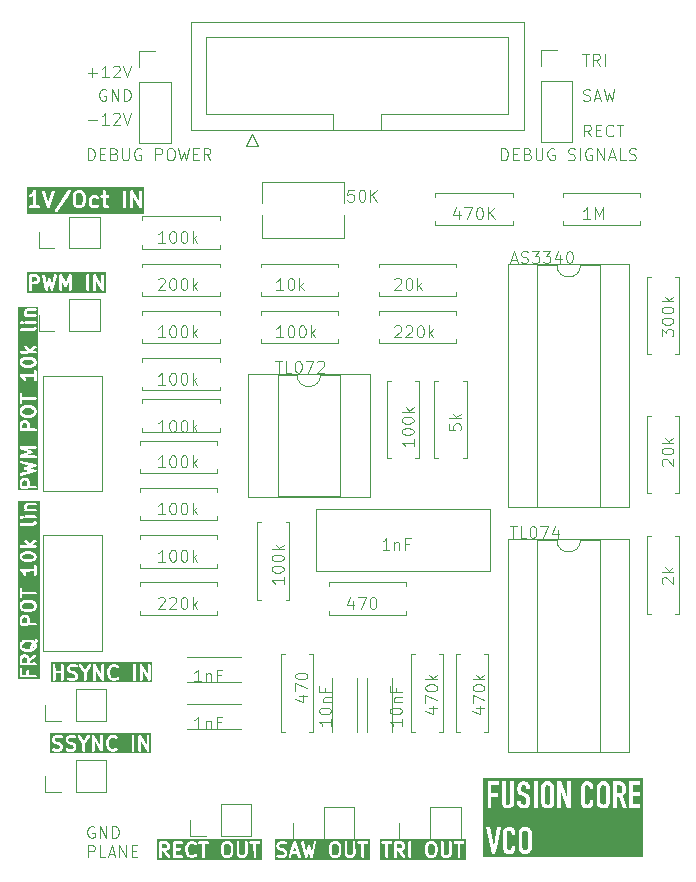
<source format=gbr>
%TF.GenerationSoftware,KiCad,Pcbnew,8.0.0*%
%TF.CreationDate,2024-03-09T23:20:09+01:00*%
%TF.ProjectId,Pure VCO,50757265-2056-4434-9f2e-6b696361645f,rev?*%
%TF.SameCoordinates,Original*%
%TF.FileFunction,Legend,Top*%
%TF.FilePolarity,Positive*%
%FSLAX46Y46*%
G04 Gerber Fmt 4.6, Leading zero omitted, Abs format (unit mm)*
G04 Created by KiCad (PCBNEW 8.0.0) date 2024-03-09 23:20:09*
%MOMM*%
%LPD*%
G01*
G04 APERTURE LIST*
%ADD10C,0.100000*%
%ADD11C,0.240000*%
%ADD12C,0.260000*%
%ADD13C,0.187500*%
%ADD14C,0.120000*%
G04 APERTURE END LIST*
D10*
X56827693Y-71872419D02*
X56256265Y-71872419D01*
X56541979Y-71872419D02*
X56541979Y-70872419D01*
X56541979Y-70872419D02*
X56446741Y-71015276D01*
X56446741Y-71015276D02*
X56351503Y-71110514D01*
X56351503Y-71110514D02*
X56256265Y-71158133D01*
X57446741Y-70872419D02*
X57541979Y-70872419D01*
X57541979Y-70872419D02*
X57637217Y-70920038D01*
X57637217Y-70920038D02*
X57684836Y-70967657D01*
X57684836Y-70967657D02*
X57732455Y-71062895D01*
X57732455Y-71062895D02*
X57780074Y-71253371D01*
X57780074Y-71253371D02*
X57780074Y-71491466D01*
X57780074Y-71491466D02*
X57732455Y-71681942D01*
X57732455Y-71681942D02*
X57684836Y-71777180D01*
X57684836Y-71777180D02*
X57637217Y-71824800D01*
X57637217Y-71824800D02*
X57541979Y-71872419D01*
X57541979Y-71872419D02*
X57446741Y-71872419D01*
X57446741Y-71872419D02*
X57351503Y-71824800D01*
X57351503Y-71824800D02*
X57303884Y-71777180D01*
X57303884Y-71777180D02*
X57256265Y-71681942D01*
X57256265Y-71681942D02*
X57208646Y-71491466D01*
X57208646Y-71491466D02*
X57208646Y-71253371D01*
X57208646Y-71253371D02*
X57256265Y-71062895D01*
X57256265Y-71062895D02*
X57303884Y-70967657D01*
X57303884Y-70967657D02*
X57351503Y-70920038D01*
X57351503Y-70920038D02*
X57446741Y-70872419D01*
X58399122Y-70872419D02*
X58494360Y-70872419D01*
X58494360Y-70872419D02*
X58589598Y-70920038D01*
X58589598Y-70920038D02*
X58637217Y-70967657D01*
X58637217Y-70967657D02*
X58684836Y-71062895D01*
X58684836Y-71062895D02*
X58732455Y-71253371D01*
X58732455Y-71253371D02*
X58732455Y-71491466D01*
X58732455Y-71491466D02*
X58684836Y-71681942D01*
X58684836Y-71681942D02*
X58637217Y-71777180D01*
X58637217Y-71777180D02*
X58589598Y-71824800D01*
X58589598Y-71824800D02*
X58494360Y-71872419D01*
X58494360Y-71872419D02*
X58399122Y-71872419D01*
X58399122Y-71872419D02*
X58303884Y-71824800D01*
X58303884Y-71824800D02*
X58256265Y-71777180D01*
X58256265Y-71777180D02*
X58208646Y-71681942D01*
X58208646Y-71681942D02*
X58161027Y-71491466D01*
X58161027Y-71491466D02*
X58161027Y-71253371D01*
X58161027Y-71253371D02*
X58208646Y-71062895D01*
X58208646Y-71062895D02*
X58256265Y-70967657D01*
X58256265Y-70967657D02*
X58303884Y-70920038D01*
X58303884Y-70920038D02*
X58399122Y-70872419D01*
X59161027Y-71872419D02*
X59161027Y-70872419D01*
X59256265Y-71491466D02*
X59541979Y-71872419D01*
X59541979Y-71205752D02*
X59161027Y-71586704D01*
X92161027Y-36872419D02*
X92732455Y-36872419D01*
X92446741Y-37872419D02*
X92446741Y-36872419D01*
X93637217Y-37872419D02*
X93303884Y-37396228D01*
X93065789Y-37872419D02*
X93065789Y-36872419D01*
X93065789Y-36872419D02*
X93446741Y-36872419D01*
X93446741Y-36872419D02*
X93541979Y-36920038D01*
X93541979Y-36920038D02*
X93589598Y-36967657D01*
X93589598Y-36967657D02*
X93637217Y-37062895D01*
X93637217Y-37062895D02*
X93637217Y-37205752D01*
X93637217Y-37205752D02*
X93589598Y-37300990D01*
X93589598Y-37300990D02*
X93541979Y-37348609D01*
X93541979Y-37348609D02*
X93446741Y-37396228D01*
X93446741Y-37396228D02*
X93065789Y-37396228D01*
X94065789Y-37872419D02*
X94065789Y-36872419D01*
X92827693Y-50872419D02*
X92256265Y-50872419D01*
X92541979Y-50872419D02*
X92541979Y-49872419D01*
X92541979Y-49872419D02*
X92446741Y-50015276D01*
X92446741Y-50015276D02*
X92351503Y-50110514D01*
X92351503Y-50110514D02*
X92256265Y-50158133D01*
X93256265Y-50872419D02*
X93256265Y-49872419D01*
X93256265Y-49872419D02*
X93589598Y-50586704D01*
X93589598Y-50586704D02*
X93922931Y-49872419D01*
X93922931Y-49872419D02*
X93922931Y-50872419D01*
X50303884Y-45872419D02*
X50303884Y-44872419D01*
X50303884Y-44872419D02*
X50541979Y-44872419D01*
X50541979Y-44872419D02*
X50684836Y-44920038D01*
X50684836Y-44920038D02*
X50780074Y-45015276D01*
X50780074Y-45015276D02*
X50827693Y-45110514D01*
X50827693Y-45110514D02*
X50875312Y-45300990D01*
X50875312Y-45300990D02*
X50875312Y-45443847D01*
X50875312Y-45443847D02*
X50827693Y-45634323D01*
X50827693Y-45634323D02*
X50780074Y-45729561D01*
X50780074Y-45729561D02*
X50684836Y-45824800D01*
X50684836Y-45824800D02*
X50541979Y-45872419D01*
X50541979Y-45872419D02*
X50303884Y-45872419D01*
X51303884Y-45348609D02*
X51637217Y-45348609D01*
X51780074Y-45872419D02*
X51303884Y-45872419D01*
X51303884Y-45872419D02*
X51303884Y-44872419D01*
X51303884Y-44872419D02*
X51780074Y-44872419D01*
X52541979Y-45348609D02*
X52684836Y-45396228D01*
X52684836Y-45396228D02*
X52732455Y-45443847D01*
X52732455Y-45443847D02*
X52780074Y-45539085D01*
X52780074Y-45539085D02*
X52780074Y-45681942D01*
X52780074Y-45681942D02*
X52732455Y-45777180D01*
X52732455Y-45777180D02*
X52684836Y-45824800D01*
X52684836Y-45824800D02*
X52589598Y-45872419D01*
X52589598Y-45872419D02*
X52208646Y-45872419D01*
X52208646Y-45872419D02*
X52208646Y-44872419D01*
X52208646Y-44872419D02*
X52541979Y-44872419D01*
X52541979Y-44872419D02*
X52637217Y-44920038D01*
X52637217Y-44920038D02*
X52684836Y-44967657D01*
X52684836Y-44967657D02*
X52732455Y-45062895D01*
X52732455Y-45062895D02*
X52732455Y-45158133D01*
X52732455Y-45158133D02*
X52684836Y-45253371D01*
X52684836Y-45253371D02*
X52637217Y-45300990D01*
X52637217Y-45300990D02*
X52541979Y-45348609D01*
X52541979Y-45348609D02*
X52208646Y-45348609D01*
X53208646Y-44872419D02*
X53208646Y-45681942D01*
X53208646Y-45681942D02*
X53256265Y-45777180D01*
X53256265Y-45777180D02*
X53303884Y-45824800D01*
X53303884Y-45824800D02*
X53399122Y-45872419D01*
X53399122Y-45872419D02*
X53589598Y-45872419D01*
X53589598Y-45872419D02*
X53684836Y-45824800D01*
X53684836Y-45824800D02*
X53732455Y-45777180D01*
X53732455Y-45777180D02*
X53780074Y-45681942D01*
X53780074Y-45681942D02*
X53780074Y-44872419D01*
X54780074Y-44920038D02*
X54684836Y-44872419D01*
X54684836Y-44872419D02*
X54541979Y-44872419D01*
X54541979Y-44872419D02*
X54399122Y-44920038D01*
X54399122Y-44920038D02*
X54303884Y-45015276D01*
X54303884Y-45015276D02*
X54256265Y-45110514D01*
X54256265Y-45110514D02*
X54208646Y-45300990D01*
X54208646Y-45300990D02*
X54208646Y-45443847D01*
X54208646Y-45443847D02*
X54256265Y-45634323D01*
X54256265Y-45634323D02*
X54303884Y-45729561D01*
X54303884Y-45729561D02*
X54399122Y-45824800D01*
X54399122Y-45824800D02*
X54541979Y-45872419D01*
X54541979Y-45872419D02*
X54637217Y-45872419D01*
X54637217Y-45872419D02*
X54780074Y-45824800D01*
X54780074Y-45824800D02*
X54827693Y-45777180D01*
X54827693Y-45777180D02*
X54827693Y-45443847D01*
X54827693Y-45443847D02*
X54637217Y-45443847D01*
X56018170Y-45872419D02*
X56018170Y-44872419D01*
X56018170Y-44872419D02*
X56399122Y-44872419D01*
X56399122Y-44872419D02*
X56494360Y-44920038D01*
X56494360Y-44920038D02*
X56541979Y-44967657D01*
X56541979Y-44967657D02*
X56589598Y-45062895D01*
X56589598Y-45062895D02*
X56589598Y-45205752D01*
X56589598Y-45205752D02*
X56541979Y-45300990D01*
X56541979Y-45300990D02*
X56494360Y-45348609D01*
X56494360Y-45348609D02*
X56399122Y-45396228D01*
X56399122Y-45396228D02*
X56018170Y-45396228D01*
X57208646Y-44872419D02*
X57399122Y-44872419D01*
X57399122Y-44872419D02*
X57494360Y-44920038D01*
X57494360Y-44920038D02*
X57589598Y-45015276D01*
X57589598Y-45015276D02*
X57637217Y-45205752D01*
X57637217Y-45205752D02*
X57637217Y-45539085D01*
X57637217Y-45539085D02*
X57589598Y-45729561D01*
X57589598Y-45729561D02*
X57494360Y-45824800D01*
X57494360Y-45824800D02*
X57399122Y-45872419D01*
X57399122Y-45872419D02*
X57208646Y-45872419D01*
X57208646Y-45872419D02*
X57113408Y-45824800D01*
X57113408Y-45824800D02*
X57018170Y-45729561D01*
X57018170Y-45729561D02*
X56970551Y-45539085D01*
X56970551Y-45539085D02*
X56970551Y-45205752D01*
X56970551Y-45205752D02*
X57018170Y-45015276D01*
X57018170Y-45015276D02*
X57113408Y-44920038D01*
X57113408Y-44920038D02*
X57208646Y-44872419D01*
X57970551Y-44872419D02*
X58208646Y-45872419D01*
X58208646Y-45872419D02*
X58399122Y-45158133D01*
X58399122Y-45158133D02*
X58589598Y-45872419D01*
X58589598Y-45872419D02*
X58827694Y-44872419D01*
X59208646Y-45348609D02*
X59541979Y-45348609D01*
X59684836Y-45872419D02*
X59208646Y-45872419D01*
X59208646Y-45872419D02*
X59208646Y-44872419D01*
X59208646Y-44872419D02*
X59684836Y-44872419D01*
X60684836Y-45872419D02*
X60351503Y-45396228D01*
X60113408Y-45872419D02*
X60113408Y-44872419D01*
X60113408Y-44872419D02*
X60494360Y-44872419D01*
X60494360Y-44872419D02*
X60589598Y-44920038D01*
X60589598Y-44920038D02*
X60637217Y-44967657D01*
X60637217Y-44967657D02*
X60684836Y-45062895D01*
X60684836Y-45062895D02*
X60684836Y-45205752D01*
X60684836Y-45205752D02*
X60637217Y-45300990D01*
X60637217Y-45300990D02*
X60589598Y-45348609D01*
X60589598Y-45348609D02*
X60494360Y-45396228D01*
X60494360Y-45396228D02*
X60113408Y-45396228D01*
X50303884Y-38491466D02*
X51065789Y-38491466D01*
X50684836Y-38872419D02*
X50684836Y-38110514D01*
X52065788Y-38872419D02*
X51494360Y-38872419D01*
X51780074Y-38872419D02*
X51780074Y-37872419D01*
X51780074Y-37872419D02*
X51684836Y-38015276D01*
X51684836Y-38015276D02*
X51589598Y-38110514D01*
X51589598Y-38110514D02*
X51494360Y-38158133D01*
X52446741Y-37967657D02*
X52494360Y-37920038D01*
X52494360Y-37920038D02*
X52589598Y-37872419D01*
X52589598Y-37872419D02*
X52827693Y-37872419D01*
X52827693Y-37872419D02*
X52922931Y-37920038D01*
X52922931Y-37920038D02*
X52970550Y-37967657D01*
X52970550Y-37967657D02*
X53018169Y-38062895D01*
X53018169Y-38062895D02*
X53018169Y-38158133D01*
X53018169Y-38158133D02*
X52970550Y-38300990D01*
X52970550Y-38300990D02*
X52399122Y-38872419D01*
X52399122Y-38872419D02*
X53018169Y-38872419D01*
X53303884Y-37872419D02*
X53637217Y-38872419D01*
X53637217Y-38872419D02*
X53970550Y-37872419D01*
X56256265Y-55967657D02*
X56303884Y-55920038D01*
X56303884Y-55920038D02*
X56399122Y-55872419D01*
X56399122Y-55872419D02*
X56637217Y-55872419D01*
X56637217Y-55872419D02*
X56732455Y-55920038D01*
X56732455Y-55920038D02*
X56780074Y-55967657D01*
X56780074Y-55967657D02*
X56827693Y-56062895D01*
X56827693Y-56062895D02*
X56827693Y-56158133D01*
X56827693Y-56158133D02*
X56780074Y-56300990D01*
X56780074Y-56300990D02*
X56208646Y-56872419D01*
X56208646Y-56872419D02*
X56827693Y-56872419D01*
X57446741Y-55872419D02*
X57541979Y-55872419D01*
X57541979Y-55872419D02*
X57637217Y-55920038D01*
X57637217Y-55920038D02*
X57684836Y-55967657D01*
X57684836Y-55967657D02*
X57732455Y-56062895D01*
X57732455Y-56062895D02*
X57780074Y-56253371D01*
X57780074Y-56253371D02*
X57780074Y-56491466D01*
X57780074Y-56491466D02*
X57732455Y-56681942D01*
X57732455Y-56681942D02*
X57684836Y-56777180D01*
X57684836Y-56777180D02*
X57637217Y-56824800D01*
X57637217Y-56824800D02*
X57541979Y-56872419D01*
X57541979Y-56872419D02*
X57446741Y-56872419D01*
X57446741Y-56872419D02*
X57351503Y-56824800D01*
X57351503Y-56824800D02*
X57303884Y-56777180D01*
X57303884Y-56777180D02*
X57256265Y-56681942D01*
X57256265Y-56681942D02*
X57208646Y-56491466D01*
X57208646Y-56491466D02*
X57208646Y-56253371D01*
X57208646Y-56253371D02*
X57256265Y-56062895D01*
X57256265Y-56062895D02*
X57303884Y-55967657D01*
X57303884Y-55967657D02*
X57351503Y-55920038D01*
X57351503Y-55920038D02*
X57446741Y-55872419D01*
X58399122Y-55872419D02*
X58494360Y-55872419D01*
X58494360Y-55872419D02*
X58589598Y-55920038D01*
X58589598Y-55920038D02*
X58637217Y-55967657D01*
X58637217Y-55967657D02*
X58684836Y-56062895D01*
X58684836Y-56062895D02*
X58732455Y-56253371D01*
X58732455Y-56253371D02*
X58732455Y-56491466D01*
X58732455Y-56491466D02*
X58684836Y-56681942D01*
X58684836Y-56681942D02*
X58637217Y-56777180D01*
X58637217Y-56777180D02*
X58589598Y-56824800D01*
X58589598Y-56824800D02*
X58494360Y-56872419D01*
X58494360Y-56872419D02*
X58399122Y-56872419D01*
X58399122Y-56872419D02*
X58303884Y-56824800D01*
X58303884Y-56824800D02*
X58256265Y-56777180D01*
X58256265Y-56777180D02*
X58208646Y-56681942D01*
X58208646Y-56681942D02*
X58161027Y-56491466D01*
X58161027Y-56491466D02*
X58161027Y-56253371D01*
X58161027Y-56253371D02*
X58208646Y-56062895D01*
X58208646Y-56062895D02*
X58256265Y-55967657D01*
X58256265Y-55967657D02*
X58303884Y-55920038D01*
X58303884Y-55920038D02*
X58399122Y-55872419D01*
X59161027Y-56872419D02*
X59161027Y-55872419D01*
X59256265Y-56491466D02*
X59541979Y-56872419D01*
X59541979Y-56205752D02*
X59161027Y-56586704D01*
X50303884Y-42491466D02*
X51065789Y-42491466D01*
X52065788Y-42872419D02*
X51494360Y-42872419D01*
X51780074Y-42872419D02*
X51780074Y-41872419D01*
X51780074Y-41872419D02*
X51684836Y-42015276D01*
X51684836Y-42015276D02*
X51589598Y-42110514D01*
X51589598Y-42110514D02*
X51494360Y-42158133D01*
X52446741Y-41967657D02*
X52494360Y-41920038D01*
X52494360Y-41920038D02*
X52589598Y-41872419D01*
X52589598Y-41872419D02*
X52827693Y-41872419D01*
X52827693Y-41872419D02*
X52922931Y-41920038D01*
X52922931Y-41920038D02*
X52970550Y-41967657D01*
X52970550Y-41967657D02*
X53018169Y-42062895D01*
X53018169Y-42062895D02*
X53018169Y-42158133D01*
X53018169Y-42158133D02*
X52970550Y-42300990D01*
X52970550Y-42300990D02*
X52399122Y-42872419D01*
X52399122Y-42872419D02*
X53018169Y-42872419D01*
X53303884Y-41872419D02*
X53637217Y-42872419D01*
X53637217Y-42872419D02*
X53970550Y-41872419D01*
D11*
G36*
X79540930Y-103793139D02*
G01*
X79620600Y-103870847D01*
X79666504Y-104047756D01*
X79668520Y-104417910D01*
X79623237Y-104606149D01*
X79548306Y-104682972D01*
X79475266Y-104720895D01*
X79303269Y-104722469D01*
X79231999Y-104688183D01*
X79152331Y-104610477D01*
X79106427Y-104433567D01*
X79104411Y-104063412D01*
X79149694Y-103875175D01*
X79224625Y-103798352D01*
X79297666Y-103760428D01*
X79469663Y-103758854D01*
X79540930Y-103793139D01*
G37*
G36*
X76855637Y-103793342D02*
G01*
X76886570Y-103822935D01*
X76923911Y-103894854D01*
X76925272Y-104009870D01*
X76890927Y-104081263D01*
X76861333Y-104112196D01*
X76789766Y-104149355D01*
X76645453Y-104150047D01*
X76641007Y-104149263D01*
X76637287Y-104150086D01*
X76476593Y-104150858D01*
X76475857Y-103760095D01*
X76783460Y-103758619D01*
X76855637Y-103793342D01*
G37*
G36*
X82323208Y-105093995D02*
G01*
X75021152Y-105093995D01*
X75021152Y-103664073D01*
X75154485Y-103664073D01*
X75172403Y-103707330D01*
X75205511Y-103740438D01*
X75248768Y-103758356D01*
X75272179Y-103760662D01*
X75495260Y-103759936D01*
X75497342Y-104864073D01*
X75515260Y-104907330D01*
X75548368Y-104940438D01*
X75591625Y-104958356D01*
X75638447Y-104958356D01*
X75681704Y-104940438D01*
X75714812Y-104907330D01*
X75732730Y-104864073D01*
X75735036Y-104840662D01*
X75732997Y-103759163D01*
X75981305Y-103758356D01*
X76024562Y-103740438D01*
X76057670Y-103707330D01*
X76075588Y-103664073D01*
X76075588Y-103640662D01*
X76237894Y-103640662D01*
X76240200Y-104864073D01*
X76258118Y-104907330D01*
X76291226Y-104940438D01*
X76334483Y-104958356D01*
X76381305Y-104958356D01*
X76424562Y-104940438D01*
X76457670Y-104907330D01*
X76475588Y-104864073D01*
X76477894Y-104840662D01*
X76477042Y-104388662D01*
X76580620Y-104388165D01*
X76960615Y-104927334D01*
X77000100Y-104952496D01*
X77046209Y-104960633D01*
X77091922Y-104950506D01*
X77130280Y-104923655D01*
X77155442Y-104884170D01*
X77163579Y-104838061D01*
X77153452Y-104792348D01*
X77141916Y-104771846D01*
X76864471Y-104378184D01*
X76868703Y-104376565D01*
X76982738Y-104317356D01*
X76995990Y-104311867D01*
X77000606Y-104308078D01*
X77002896Y-104306890D01*
X77004972Y-104304495D01*
X77014175Y-104296944D01*
X77071691Y-104236824D01*
X77081264Y-104228522D01*
X77084399Y-104223540D01*
X77086241Y-104221616D01*
X77087452Y-104218691D01*
X77093796Y-104208614D01*
X77141722Y-104108991D01*
X77143384Y-104107330D01*
X77148723Y-104094438D01*
X77159347Y-104072357D01*
X77159652Y-104068054D01*
X77161302Y-104064073D01*
X77163608Y-104040662D01*
X77161787Y-103886874D01*
X77162665Y-103884243D01*
X77161575Y-103868902D01*
X77161302Y-103845823D01*
X77159652Y-103841841D01*
X77159347Y-103837539D01*
X77150939Y-103815569D01*
X77091729Y-103701529D01*
X77086241Y-103688280D01*
X77082452Y-103683663D01*
X77081264Y-103681374D01*
X77078869Y-103679297D01*
X77071318Y-103670095D01*
X77040553Y-103640662D01*
X77437894Y-103640662D01*
X77440200Y-104864073D01*
X77458118Y-104907330D01*
X77491226Y-104940438D01*
X77534483Y-104958356D01*
X77581305Y-104958356D01*
X77624562Y-104940438D01*
X77657670Y-104907330D01*
X77675588Y-104864073D01*
X77677894Y-104840662D01*
X77676386Y-104040662D01*
X78866466Y-104040662D01*
X78868603Y-104433087D01*
X78866608Y-104446495D01*
X78868755Y-104461017D01*
X78868772Y-104464073D01*
X78869448Y-104465706D01*
X78870049Y-104469766D01*
X78925915Y-104685066D01*
X78925915Y-104692645D01*
X78931179Y-104705353D01*
X78935107Y-104720491D01*
X78940419Y-104727660D01*
X78943833Y-104735902D01*
X78958756Y-104754087D01*
X79074423Y-104866906D01*
X79084322Y-104878319D01*
X79089404Y-104881518D01*
X79091227Y-104883296D01*
X79094155Y-104884508D01*
X79104230Y-104890851D01*
X79203849Y-104938775D01*
X79205512Y-104940438D01*
X79218415Y-104945783D01*
X79240485Y-104956400D01*
X79244784Y-104956705D01*
X79248769Y-104958356D01*
X79272180Y-104960662D01*
X79482789Y-104958734D01*
X79485743Y-104959719D01*
X79502084Y-104958558D01*
X79524163Y-104958356D01*
X79528144Y-104956706D01*
X79532447Y-104956401D01*
X79554417Y-104947993D01*
X79668447Y-104888787D01*
X79681705Y-104883296D01*
X79686322Y-104879506D01*
X79688610Y-104878319D01*
X79690684Y-104875927D01*
X79699890Y-104868373D01*
X79803889Y-104761747D01*
X79809951Y-104758111D01*
X79817896Y-104747387D01*
X79829099Y-104735902D01*
X79832512Y-104727660D01*
X79837825Y-104720491D01*
X79845740Y-104698338D01*
X79899235Y-104475961D01*
X79904160Y-104464073D01*
X79905591Y-104449539D01*
X79906324Y-104446495D01*
X79906063Y-104444746D01*
X79906466Y-104440662D01*
X79904328Y-104048236D01*
X79906324Y-104034829D01*
X79904176Y-104020306D01*
X79904160Y-104017251D01*
X79903483Y-104015617D01*
X79902883Y-104011558D01*
X79847017Y-103796258D01*
X79847017Y-103788680D01*
X79841752Y-103775971D01*
X79837825Y-103760834D01*
X79832512Y-103753664D01*
X79829099Y-103745423D01*
X79814176Y-103727238D01*
X79725414Y-103640662D01*
X80180752Y-103640662D01*
X80182960Y-104593287D01*
X80181695Y-104597083D01*
X80183011Y-104615613D01*
X80183058Y-104635502D01*
X80184708Y-104639486D01*
X80185014Y-104643786D01*
X80193421Y-104665757D01*
X80252629Y-104779792D01*
X80258119Y-104793045D01*
X80261907Y-104797661D01*
X80263096Y-104799951D01*
X80265490Y-104802027D01*
X80273042Y-104811230D01*
X80333165Y-104868750D01*
X80341465Y-104878319D01*
X80346443Y-104881452D01*
X80348370Y-104883296D01*
X80351297Y-104884508D01*
X80361373Y-104890851D01*
X80460992Y-104938775D01*
X80462655Y-104940438D01*
X80475558Y-104945783D01*
X80497628Y-104956400D01*
X80501927Y-104956705D01*
X80505912Y-104958356D01*
X80529323Y-104960662D01*
X80739932Y-104958734D01*
X80742886Y-104959719D01*
X80759227Y-104958558D01*
X80781306Y-104958356D01*
X80785287Y-104956706D01*
X80789590Y-104956401D01*
X80811560Y-104947993D01*
X80925590Y-104888787D01*
X80938848Y-104883296D01*
X80943465Y-104879506D01*
X80945753Y-104878319D01*
X80947827Y-104875927D01*
X80957033Y-104868373D01*
X81014549Y-104808253D01*
X81024122Y-104799951D01*
X81027257Y-104794969D01*
X81029099Y-104793045D01*
X81030310Y-104790120D01*
X81036654Y-104780043D01*
X81084580Y-104680420D01*
X81086242Y-104678759D01*
X81091581Y-104665867D01*
X81102205Y-104643786D01*
X81102510Y-104639483D01*
X81104160Y-104635502D01*
X81106466Y-104612091D01*
X81104269Y-103664073D01*
X81268772Y-103664073D01*
X81286690Y-103707330D01*
X81319798Y-103740438D01*
X81363055Y-103758356D01*
X81386466Y-103760662D01*
X81609547Y-103759936D01*
X81611629Y-104864073D01*
X81629547Y-104907330D01*
X81662655Y-104940438D01*
X81705912Y-104958356D01*
X81752734Y-104958356D01*
X81795991Y-104940438D01*
X81829099Y-104907330D01*
X81847017Y-104864073D01*
X81849323Y-104840662D01*
X81847284Y-103759163D01*
X82095592Y-103758356D01*
X82138849Y-103740438D01*
X82171957Y-103707330D01*
X82189875Y-103664073D01*
X82189875Y-103617251D01*
X82171957Y-103573994D01*
X82138849Y-103540886D01*
X82095592Y-103522968D01*
X82072181Y-103520662D01*
X81363055Y-103522968D01*
X81319798Y-103540886D01*
X81286690Y-103573994D01*
X81268772Y-103617251D01*
X81268772Y-103664073D01*
X81104269Y-103664073D01*
X81104160Y-103617251D01*
X81086242Y-103573994D01*
X81053134Y-103540886D01*
X81009877Y-103522968D01*
X80963055Y-103522968D01*
X80919798Y-103540886D01*
X80886690Y-103573994D01*
X80868772Y-103617251D01*
X80866466Y-103640662D01*
X80868643Y-104580232D01*
X80833785Y-104652692D01*
X80804192Y-104683625D01*
X80732409Y-104720895D01*
X80560412Y-104722469D01*
X80488720Y-104687980D01*
X80457788Y-104658388D01*
X80420693Y-104586942D01*
X80418446Y-103617251D01*
X80400528Y-103573994D01*
X80367420Y-103540886D01*
X80324163Y-103522968D01*
X80277341Y-103522968D01*
X80234084Y-103540886D01*
X80200976Y-103573994D01*
X80183058Y-103617251D01*
X80180752Y-103640662D01*
X79725414Y-103640662D01*
X79698511Y-103614421D01*
X79688611Y-103603006D01*
X79683525Y-103599804D01*
X79681705Y-103598029D01*
X79678779Y-103596817D01*
X79668703Y-103590474D01*
X79569082Y-103542548D01*
X79567420Y-103540886D01*
X79554514Y-103535540D01*
X79532447Y-103524924D01*
X79528147Y-103524618D01*
X79524163Y-103522968D01*
X79500752Y-103520662D01*
X79290141Y-103522589D01*
X79287188Y-103521605D01*
X79270852Y-103522765D01*
X79248769Y-103522968D01*
X79244784Y-103524618D01*
X79240485Y-103524924D01*
X79218514Y-103533331D01*
X79104478Y-103592539D01*
X79091227Y-103598029D01*
X79086610Y-103601817D01*
X79084321Y-103603006D01*
X79082244Y-103605400D01*
X79073042Y-103612952D01*
X78969041Y-103719578D01*
X78962982Y-103723214D01*
X78955038Y-103733934D01*
X78943833Y-103745423D01*
X78940419Y-103753664D01*
X78935107Y-103760834D01*
X78927192Y-103782986D01*
X78873696Y-104005362D01*
X78868772Y-104017251D01*
X78867340Y-104031784D01*
X78866608Y-104034829D01*
X78866868Y-104036577D01*
X78866466Y-104040662D01*
X77676386Y-104040662D01*
X77675588Y-103617251D01*
X77657670Y-103573994D01*
X77624562Y-103540886D01*
X77581305Y-103522968D01*
X77534483Y-103522968D01*
X77491226Y-103540886D01*
X77458118Y-103573994D01*
X77440200Y-103617251D01*
X77437894Y-103640662D01*
X77040553Y-103640662D01*
X77011197Y-103612577D01*
X77002896Y-103603006D01*
X76997914Y-103599870D01*
X76995990Y-103598029D01*
X76993064Y-103596817D01*
X76982988Y-103590474D01*
X76883367Y-103542548D01*
X76881705Y-103540886D01*
X76868799Y-103535540D01*
X76846732Y-103524924D01*
X76842432Y-103524618D01*
X76838448Y-103522968D01*
X76815037Y-103520662D01*
X76334483Y-103522968D01*
X76291226Y-103540886D01*
X76258118Y-103573994D01*
X76240200Y-103617251D01*
X76237894Y-103640662D01*
X76075588Y-103640662D01*
X76075588Y-103617251D01*
X76057670Y-103573994D01*
X76024562Y-103540886D01*
X75981305Y-103522968D01*
X75957894Y-103520662D01*
X75248768Y-103522968D01*
X75205511Y-103540886D01*
X75172403Y-103573994D01*
X75154485Y-103617251D01*
X75154485Y-103664073D01*
X75021152Y-103664073D01*
X75021152Y-103387329D01*
X82323208Y-103387329D01*
X82323208Y-105093995D01*
G37*
D10*
X79205752Y-92267544D02*
X79872419Y-92267544D01*
X78824800Y-92505639D02*
X79539085Y-92743734D01*
X79539085Y-92743734D02*
X79539085Y-92124687D01*
X78872419Y-91838972D02*
X78872419Y-91172306D01*
X78872419Y-91172306D02*
X79872419Y-91600877D01*
X78872419Y-90600877D02*
X78872419Y-90505639D01*
X78872419Y-90505639D02*
X78920038Y-90410401D01*
X78920038Y-90410401D02*
X78967657Y-90362782D01*
X78967657Y-90362782D02*
X79062895Y-90315163D01*
X79062895Y-90315163D02*
X79253371Y-90267544D01*
X79253371Y-90267544D02*
X79491466Y-90267544D01*
X79491466Y-90267544D02*
X79681942Y-90315163D01*
X79681942Y-90315163D02*
X79777180Y-90362782D01*
X79777180Y-90362782D02*
X79824800Y-90410401D01*
X79824800Y-90410401D02*
X79872419Y-90505639D01*
X79872419Y-90505639D02*
X79872419Y-90600877D01*
X79872419Y-90600877D02*
X79824800Y-90696115D01*
X79824800Y-90696115D02*
X79777180Y-90743734D01*
X79777180Y-90743734D02*
X79681942Y-90791353D01*
X79681942Y-90791353D02*
X79491466Y-90838972D01*
X79491466Y-90838972D02*
X79253371Y-90838972D01*
X79253371Y-90838972D02*
X79062895Y-90791353D01*
X79062895Y-90791353D02*
X78967657Y-90743734D01*
X78967657Y-90743734D02*
X78920038Y-90696115D01*
X78920038Y-90696115D02*
X78872419Y-90600877D01*
X79872419Y-89838972D02*
X78872419Y-89838972D01*
X79491466Y-89743734D02*
X79872419Y-89458020D01*
X79205752Y-89458020D02*
X79586704Y-89838972D01*
X86126265Y-54296704D02*
X86602455Y-54296704D01*
X86031027Y-54582419D02*
X86364360Y-53582419D01*
X86364360Y-53582419D02*
X86697693Y-54582419D01*
X86983408Y-54534800D02*
X87126265Y-54582419D01*
X87126265Y-54582419D02*
X87364360Y-54582419D01*
X87364360Y-54582419D02*
X87459598Y-54534800D01*
X87459598Y-54534800D02*
X87507217Y-54487180D01*
X87507217Y-54487180D02*
X87554836Y-54391942D01*
X87554836Y-54391942D02*
X87554836Y-54296704D01*
X87554836Y-54296704D02*
X87507217Y-54201466D01*
X87507217Y-54201466D02*
X87459598Y-54153847D01*
X87459598Y-54153847D02*
X87364360Y-54106228D01*
X87364360Y-54106228D02*
X87173884Y-54058609D01*
X87173884Y-54058609D02*
X87078646Y-54010990D01*
X87078646Y-54010990D02*
X87031027Y-53963371D01*
X87031027Y-53963371D02*
X86983408Y-53868133D01*
X86983408Y-53868133D02*
X86983408Y-53772895D01*
X86983408Y-53772895D02*
X87031027Y-53677657D01*
X87031027Y-53677657D02*
X87078646Y-53630038D01*
X87078646Y-53630038D02*
X87173884Y-53582419D01*
X87173884Y-53582419D02*
X87411979Y-53582419D01*
X87411979Y-53582419D02*
X87554836Y-53630038D01*
X87888170Y-53582419D02*
X88507217Y-53582419D01*
X88507217Y-53582419D02*
X88173884Y-53963371D01*
X88173884Y-53963371D02*
X88316741Y-53963371D01*
X88316741Y-53963371D02*
X88411979Y-54010990D01*
X88411979Y-54010990D02*
X88459598Y-54058609D01*
X88459598Y-54058609D02*
X88507217Y-54153847D01*
X88507217Y-54153847D02*
X88507217Y-54391942D01*
X88507217Y-54391942D02*
X88459598Y-54487180D01*
X88459598Y-54487180D02*
X88411979Y-54534800D01*
X88411979Y-54534800D02*
X88316741Y-54582419D01*
X88316741Y-54582419D02*
X88031027Y-54582419D01*
X88031027Y-54582419D02*
X87935789Y-54534800D01*
X87935789Y-54534800D02*
X87888170Y-54487180D01*
X88840551Y-53582419D02*
X89459598Y-53582419D01*
X89459598Y-53582419D02*
X89126265Y-53963371D01*
X89126265Y-53963371D02*
X89269122Y-53963371D01*
X89269122Y-53963371D02*
X89364360Y-54010990D01*
X89364360Y-54010990D02*
X89411979Y-54058609D01*
X89411979Y-54058609D02*
X89459598Y-54153847D01*
X89459598Y-54153847D02*
X89459598Y-54391942D01*
X89459598Y-54391942D02*
X89411979Y-54487180D01*
X89411979Y-54487180D02*
X89364360Y-54534800D01*
X89364360Y-54534800D02*
X89269122Y-54582419D01*
X89269122Y-54582419D02*
X88983408Y-54582419D01*
X88983408Y-54582419D02*
X88888170Y-54534800D01*
X88888170Y-54534800D02*
X88840551Y-54487180D01*
X90316741Y-53915752D02*
X90316741Y-54582419D01*
X90078646Y-53534800D02*
X89840551Y-54249085D01*
X89840551Y-54249085D02*
X90459598Y-54249085D01*
X91031027Y-53582419D02*
X91126265Y-53582419D01*
X91126265Y-53582419D02*
X91221503Y-53630038D01*
X91221503Y-53630038D02*
X91269122Y-53677657D01*
X91269122Y-53677657D02*
X91316741Y-53772895D01*
X91316741Y-53772895D02*
X91364360Y-53963371D01*
X91364360Y-53963371D02*
X91364360Y-54201466D01*
X91364360Y-54201466D02*
X91316741Y-54391942D01*
X91316741Y-54391942D02*
X91269122Y-54487180D01*
X91269122Y-54487180D02*
X91221503Y-54534800D01*
X91221503Y-54534800D02*
X91126265Y-54582419D01*
X91126265Y-54582419D02*
X91031027Y-54582419D01*
X91031027Y-54582419D02*
X90935789Y-54534800D01*
X90935789Y-54534800D02*
X90888170Y-54487180D01*
X90888170Y-54487180D02*
X90840551Y-54391942D01*
X90840551Y-54391942D02*
X90792932Y-54201466D01*
X90792932Y-54201466D02*
X90792932Y-53963371D01*
X90792932Y-53963371D02*
X90840551Y-53772895D01*
X90840551Y-53772895D02*
X90888170Y-53677657D01*
X90888170Y-53677657D02*
X90935789Y-53630038D01*
X90935789Y-53630038D02*
X91031027Y-53582419D01*
X56827693Y-79872419D02*
X56256265Y-79872419D01*
X56541979Y-79872419D02*
X56541979Y-78872419D01*
X56541979Y-78872419D02*
X56446741Y-79015276D01*
X56446741Y-79015276D02*
X56351503Y-79110514D01*
X56351503Y-79110514D02*
X56256265Y-79158133D01*
X57446741Y-78872419D02*
X57541979Y-78872419D01*
X57541979Y-78872419D02*
X57637217Y-78920038D01*
X57637217Y-78920038D02*
X57684836Y-78967657D01*
X57684836Y-78967657D02*
X57732455Y-79062895D01*
X57732455Y-79062895D02*
X57780074Y-79253371D01*
X57780074Y-79253371D02*
X57780074Y-79491466D01*
X57780074Y-79491466D02*
X57732455Y-79681942D01*
X57732455Y-79681942D02*
X57684836Y-79777180D01*
X57684836Y-79777180D02*
X57637217Y-79824800D01*
X57637217Y-79824800D02*
X57541979Y-79872419D01*
X57541979Y-79872419D02*
X57446741Y-79872419D01*
X57446741Y-79872419D02*
X57351503Y-79824800D01*
X57351503Y-79824800D02*
X57303884Y-79777180D01*
X57303884Y-79777180D02*
X57256265Y-79681942D01*
X57256265Y-79681942D02*
X57208646Y-79491466D01*
X57208646Y-79491466D02*
X57208646Y-79253371D01*
X57208646Y-79253371D02*
X57256265Y-79062895D01*
X57256265Y-79062895D02*
X57303884Y-78967657D01*
X57303884Y-78967657D02*
X57351503Y-78920038D01*
X57351503Y-78920038D02*
X57446741Y-78872419D01*
X58399122Y-78872419D02*
X58494360Y-78872419D01*
X58494360Y-78872419D02*
X58589598Y-78920038D01*
X58589598Y-78920038D02*
X58637217Y-78967657D01*
X58637217Y-78967657D02*
X58684836Y-79062895D01*
X58684836Y-79062895D02*
X58732455Y-79253371D01*
X58732455Y-79253371D02*
X58732455Y-79491466D01*
X58732455Y-79491466D02*
X58684836Y-79681942D01*
X58684836Y-79681942D02*
X58637217Y-79777180D01*
X58637217Y-79777180D02*
X58589598Y-79824800D01*
X58589598Y-79824800D02*
X58494360Y-79872419D01*
X58494360Y-79872419D02*
X58399122Y-79872419D01*
X58399122Y-79872419D02*
X58303884Y-79824800D01*
X58303884Y-79824800D02*
X58256265Y-79777180D01*
X58256265Y-79777180D02*
X58208646Y-79681942D01*
X58208646Y-79681942D02*
X58161027Y-79491466D01*
X58161027Y-79491466D02*
X58161027Y-79253371D01*
X58161027Y-79253371D02*
X58208646Y-79062895D01*
X58208646Y-79062895D02*
X58256265Y-78967657D01*
X58256265Y-78967657D02*
X58303884Y-78920038D01*
X58303884Y-78920038D02*
X58399122Y-78872419D01*
X59161027Y-79872419D02*
X59161027Y-78872419D01*
X59256265Y-79491466D02*
X59541979Y-79872419D01*
X59541979Y-79205752D02*
X59161027Y-79586704D01*
X56827693Y-75872419D02*
X56256265Y-75872419D01*
X56541979Y-75872419D02*
X56541979Y-74872419D01*
X56541979Y-74872419D02*
X56446741Y-75015276D01*
X56446741Y-75015276D02*
X56351503Y-75110514D01*
X56351503Y-75110514D02*
X56256265Y-75158133D01*
X57446741Y-74872419D02*
X57541979Y-74872419D01*
X57541979Y-74872419D02*
X57637217Y-74920038D01*
X57637217Y-74920038D02*
X57684836Y-74967657D01*
X57684836Y-74967657D02*
X57732455Y-75062895D01*
X57732455Y-75062895D02*
X57780074Y-75253371D01*
X57780074Y-75253371D02*
X57780074Y-75491466D01*
X57780074Y-75491466D02*
X57732455Y-75681942D01*
X57732455Y-75681942D02*
X57684836Y-75777180D01*
X57684836Y-75777180D02*
X57637217Y-75824800D01*
X57637217Y-75824800D02*
X57541979Y-75872419D01*
X57541979Y-75872419D02*
X57446741Y-75872419D01*
X57446741Y-75872419D02*
X57351503Y-75824800D01*
X57351503Y-75824800D02*
X57303884Y-75777180D01*
X57303884Y-75777180D02*
X57256265Y-75681942D01*
X57256265Y-75681942D02*
X57208646Y-75491466D01*
X57208646Y-75491466D02*
X57208646Y-75253371D01*
X57208646Y-75253371D02*
X57256265Y-75062895D01*
X57256265Y-75062895D02*
X57303884Y-74967657D01*
X57303884Y-74967657D02*
X57351503Y-74920038D01*
X57351503Y-74920038D02*
X57446741Y-74872419D01*
X58399122Y-74872419D02*
X58494360Y-74872419D01*
X58494360Y-74872419D02*
X58589598Y-74920038D01*
X58589598Y-74920038D02*
X58637217Y-74967657D01*
X58637217Y-74967657D02*
X58684836Y-75062895D01*
X58684836Y-75062895D02*
X58732455Y-75253371D01*
X58732455Y-75253371D02*
X58732455Y-75491466D01*
X58732455Y-75491466D02*
X58684836Y-75681942D01*
X58684836Y-75681942D02*
X58637217Y-75777180D01*
X58637217Y-75777180D02*
X58589598Y-75824800D01*
X58589598Y-75824800D02*
X58494360Y-75872419D01*
X58494360Y-75872419D02*
X58399122Y-75872419D01*
X58399122Y-75872419D02*
X58303884Y-75824800D01*
X58303884Y-75824800D02*
X58256265Y-75777180D01*
X58256265Y-75777180D02*
X58208646Y-75681942D01*
X58208646Y-75681942D02*
X58161027Y-75491466D01*
X58161027Y-75491466D02*
X58161027Y-75253371D01*
X58161027Y-75253371D02*
X58208646Y-75062895D01*
X58208646Y-75062895D02*
X58256265Y-74967657D01*
X58256265Y-74967657D02*
X58303884Y-74920038D01*
X58303884Y-74920038D02*
X58399122Y-74872419D01*
X59161027Y-75872419D02*
X59161027Y-74872419D01*
X59256265Y-75491466D02*
X59541979Y-75872419D01*
X59541979Y-75205752D02*
X59161027Y-75586704D01*
X92256265Y-40824800D02*
X92399122Y-40872419D01*
X92399122Y-40872419D02*
X92637217Y-40872419D01*
X92637217Y-40872419D02*
X92732455Y-40824800D01*
X92732455Y-40824800D02*
X92780074Y-40777180D01*
X92780074Y-40777180D02*
X92827693Y-40681942D01*
X92827693Y-40681942D02*
X92827693Y-40586704D01*
X92827693Y-40586704D02*
X92780074Y-40491466D01*
X92780074Y-40491466D02*
X92732455Y-40443847D01*
X92732455Y-40443847D02*
X92637217Y-40396228D01*
X92637217Y-40396228D02*
X92446741Y-40348609D01*
X92446741Y-40348609D02*
X92351503Y-40300990D01*
X92351503Y-40300990D02*
X92303884Y-40253371D01*
X92303884Y-40253371D02*
X92256265Y-40158133D01*
X92256265Y-40158133D02*
X92256265Y-40062895D01*
X92256265Y-40062895D02*
X92303884Y-39967657D01*
X92303884Y-39967657D02*
X92351503Y-39920038D01*
X92351503Y-39920038D02*
X92446741Y-39872419D01*
X92446741Y-39872419D02*
X92684836Y-39872419D01*
X92684836Y-39872419D02*
X92827693Y-39920038D01*
X93208646Y-40586704D02*
X93684836Y-40586704D01*
X93113408Y-40872419D02*
X93446741Y-39872419D01*
X93446741Y-39872419D02*
X93780074Y-40872419D01*
X94018170Y-39872419D02*
X94256265Y-40872419D01*
X94256265Y-40872419D02*
X94446741Y-40158133D01*
X94446741Y-40158133D02*
X94637217Y-40872419D01*
X94637217Y-40872419D02*
X94875313Y-39872419D01*
X81732455Y-50205752D02*
X81732455Y-50872419D01*
X81494360Y-49824800D02*
X81256265Y-50539085D01*
X81256265Y-50539085D02*
X81875312Y-50539085D01*
X82161027Y-49872419D02*
X82827693Y-49872419D01*
X82827693Y-49872419D02*
X82399122Y-50872419D01*
X83399122Y-49872419D02*
X83494360Y-49872419D01*
X83494360Y-49872419D02*
X83589598Y-49920038D01*
X83589598Y-49920038D02*
X83637217Y-49967657D01*
X83637217Y-49967657D02*
X83684836Y-50062895D01*
X83684836Y-50062895D02*
X83732455Y-50253371D01*
X83732455Y-50253371D02*
X83732455Y-50491466D01*
X83732455Y-50491466D02*
X83684836Y-50681942D01*
X83684836Y-50681942D02*
X83637217Y-50777180D01*
X83637217Y-50777180D02*
X83589598Y-50824800D01*
X83589598Y-50824800D02*
X83494360Y-50872419D01*
X83494360Y-50872419D02*
X83399122Y-50872419D01*
X83399122Y-50872419D02*
X83303884Y-50824800D01*
X83303884Y-50824800D02*
X83256265Y-50777180D01*
X83256265Y-50777180D02*
X83208646Y-50681942D01*
X83208646Y-50681942D02*
X83161027Y-50491466D01*
X83161027Y-50491466D02*
X83161027Y-50253371D01*
X83161027Y-50253371D02*
X83208646Y-50062895D01*
X83208646Y-50062895D02*
X83256265Y-49967657D01*
X83256265Y-49967657D02*
X83303884Y-49920038D01*
X83303884Y-49920038D02*
X83399122Y-49872419D01*
X84161027Y-50872419D02*
X84161027Y-49872419D01*
X84732455Y-50872419D02*
X84303884Y-50300990D01*
X84732455Y-49872419D02*
X84161027Y-50443847D01*
D11*
G36*
X71398072Y-103793139D02*
G01*
X71477742Y-103870847D01*
X71523646Y-104047756D01*
X71525662Y-104417910D01*
X71480379Y-104606149D01*
X71405448Y-104682972D01*
X71332408Y-104720895D01*
X71160411Y-104722469D01*
X71089141Y-104688183D01*
X71009473Y-104610477D01*
X70963569Y-104433567D01*
X70961553Y-104063412D01*
X71006836Y-103875175D01*
X71081767Y-103798352D01*
X71154808Y-103760428D01*
X71326805Y-103758854D01*
X71398072Y-103793139D01*
G37*
G36*
X67935865Y-104378444D02*
G01*
X67694295Y-104379380D01*
X67814515Y-104016556D01*
X67935865Y-104378444D01*
G37*
G36*
X74180350Y-105093995D02*
G01*
X66133132Y-105093995D01*
X66133132Y-103869234D01*
X66266465Y-103869234D01*
X66268093Y-103966456D01*
X66267408Y-103968512D01*
X66268349Y-103981759D01*
X66268771Y-104006931D01*
X66270421Y-104010915D01*
X66270727Y-104015215D01*
X66279134Y-104037186D01*
X66338342Y-104151221D01*
X66343832Y-104164473D01*
X66347620Y-104169089D01*
X66348809Y-104171379D01*
X66351203Y-104173455D01*
X66358755Y-104182658D01*
X66418875Y-104240175D01*
X66427177Y-104249747D01*
X66432158Y-104252882D01*
X66434083Y-104254724D01*
X66437007Y-104255935D01*
X66447085Y-104262279D01*
X66555409Y-104314391D01*
X66563779Y-104320593D01*
X66581347Y-104326870D01*
X66583341Y-104327829D01*
X66584203Y-104327890D01*
X66585932Y-104328508D01*
X66794183Y-104378605D01*
X66884210Y-104421915D01*
X66915141Y-104451508D01*
X66952612Y-104523676D01*
X66953586Y-104581834D01*
X66919497Y-104652694D01*
X66889907Y-104683624D01*
X66818205Y-104720851D01*
X66582712Y-104722608D01*
X66401473Y-104664462D01*
X66354770Y-104667782D01*
X66312891Y-104688722D01*
X66282214Y-104724093D01*
X66267407Y-104768512D01*
X66270727Y-104815215D01*
X66291667Y-104857094D01*
X66327038Y-104887771D01*
X66348518Y-104897362D01*
X66520222Y-104952449D01*
X66534483Y-104958356D01*
X66540473Y-104958946D01*
X66542886Y-104959720D01*
X66546048Y-104959495D01*
X66557894Y-104960662D01*
X66825440Y-104958666D01*
X66828599Y-104959719D01*
X66845527Y-104958516D01*
X66867019Y-104958356D01*
X66871001Y-104956706D01*
X66875302Y-104956401D01*
X66897273Y-104947994D01*
X67011311Y-104888784D01*
X67024563Y-104883296D01*
X67029178Y-104879508D01*
X67031467Y-104878320D01*
X67033542Y-104875926D01*
X67042748Y-104868372D01*
X67083615Y-104825654D01*
X67295978Y-104825654D01*
X67299298Y-104872357D01*
X67320237Y-104914236D01*
X67355608Y-104944913D01*
X67400028Y-104959720D01*
X67446731Y-104956400D01*
X67488610Y-104935461D01*
X67519287Y-104900090D01*
X67528878Y-104878609D01*
X67615405Y-104617471D01*
X68015496Y-104615920D01*
X68110785Y-104900090D01*
X68141462Y-104935461D01*
X68183341Y-104956400D01*
X68230044Y-104959719D01*
X68274464Y-104944913D01*
X68309835Y-104914235D01*
X68330774Y-104872357D01*
X68334094Y-104825653D01*
X68328878Y-104802715D01*
X67940719Y-103645148D01*
X68380834Y-103645148D01*
X68384013Y-103668456D01*
X68670653Y-104862618D01*
X68672879Y-104879370D01*
X68675945Y-104884666D01*
X68677393Y-104890697D01*
X68687610Y-104904815D01*
X68696338Y-104919891D01*
X68701230Y-104923635D01*
X68704843Y-104928628D01*
X68719683Y-104937760D01*
X68733518Y-104948350D01*
X68739470Y-104949937D01*
X68744719Y-104953167D01*
X68761926Y-104955925D01*
X68778759Y-104960414D01*
X68784865Y-104959602D01*
X68790950Y-104960578D01*
X68807903Y-104956541D01*
X68825172Y-104954247D01*
X68830503Y-104951160D01*
X68836499Y-104949733D01*
X68850615Y-104939516D01*
X68865693Y-104930788D01*
X68869438Y-104925894D01*
X68874429Y-104922283D01*
X68883557Y-104907448D01*
X68894152Y-104893608D01*
X68897392Y-104884967D01*
X68898968Y-104882407D01*
X68899427Y-104879540D01*
X68902412Y-104871582D01*
X69015041Y-104444884D01*
X69128458Y-104865913D01*
X69131103Y-104882407D01*
X69134302Y-104887605D01*
X69135919Y-104893608D01*
X69146513Y-104907448D01*
X69155642Y-104922283D01*
X69160632Y-104925894D01*
X69164378Y-104930788D01*
X69179455Y-104939516D01*
X69193572Y-104949733D01*
X69199567Y-104951160D01*
X69204899Y-104954247D01*
X69222167Y-104956541D01*
X69239121Y-104960578D01*
X69245205Y-104959602D01*
X69251312Y-104960414D01*
X69268150Y-104955923D01*
X69285352Y-104953166D01*
X69290597Y-104949938D01*
X69296553Y-104948350D01*
X69310393Y-104937755D01*
X69325228Y-104928627D01*
X69328839Y-104923636D01*
X69333733Y-104919891D01*
X69342463Y-104904811D01*
X69352678Y-104890697D01*
X69355684Y-104881974D01*
X69357192Y-104879371D01*
X69357574Y-104876491D01*
X69360344Y-104868457D01*
X69555834Y-104040662D01*
X70723608Y-104040662D01*
X70725745Y-104433087D01*
X70723750Y-104446495D01*
X70725897Y-104461017D01*
X70725914Y-104464073D01*
X70726590Y-104465706D01*
X70727191Y-104469766D01*
X70783057Y-104685066D01*
X70783057Y-104692645D01*
X70788321Y-104705353D01*
X70792249Y-104720491D01*
X70797561Y-104727660D01*
X70800975Y-104735902D01*
X70815898Y-104754087D01*
X70931565Y-104866906D01*
X70941464Y-104878319D01*
X70946546Y-104881518D01*
X70948369Y-104883296D01*
X70951297Y-104884508D01*
X70961372Y-104890851D01*
X71060991Y-104938775D01*
X71062654Y-104940438D01*
X71075557Y-104945783D01*
X71097627Y-104956400D01*
X71101926Y-104956705D01*
X71105911Y-104958356D01*
X71129322Y-104960662D01*
X71339931Y-104958734D01*
X71342885Y-104959719D01*
X71359226Y-104958558D01*
X71381305Y-104958356D01*
X71385286Y-104956706D01*
X71389589Y-104956401D01*
X71411559Y-104947993D01*
X71525589Y-104888787D01*
X71538847Y-104883296D01*
X71543464Y-104879506D01*
X71545752Y-104878319D01*
X71547826Y-104875927D01*
X71557032Y-104868373D01*
X71661031Y-104761747D01*
X71667093Y-104758111D01*
X71675038Y-104747387D01*
X71686241Y-104735902D01*
X71689654Y-104727660D01*
X71694967Y-104720491D01*
X71702882Y-104698338D01*
X71756377Y-104475961D01*
X71761302Y-104464073D01*
X71762733Y-104449539D01*
X71763466Y-104446495D01*
X71763205Y-104444746D01*
X71763608Y-104440662D01*
X71761470Y-104048236D01*
X71763466Y-104034829D01*
X71761318Y-104020306D01*
X71761302Y-104017251D01*
X71760625Y-104015617D01*
X71760025Y-104011558D01*
X71704159Y-103796258D01*
X71704159Y-103788680D01*
X71698894Y-103775971D01*
X71694967Y-103760834D01*
X71689654Y-103753664D01*
X71686241Y-103745423D01*
X71671318Y-103727238D01*
X71582556Y-103640662D01*
X72037894Y-103640662D01*
X72040102Y-104593287D01*
X72038837Y-104597083D01*
X72040153Y-104615613D01*
X72040200Y-104635502D01*
X72041850Y-104639486D01*
X72042156Y-104643786D01*
X72050563Y-104665757D01*
X72109771Y-104779792D01*
X72115261Y-104793045D01*
X72119049Y-104797661D01*
X72120238Y-104799951D01*
X72122632Y-104802027D01*
X72130184Y-104811230D01*
X72190307Y-104868750D01*
X72198607Y-104878319D01*
X72203585Y-104881452D01*
X72205512Y-104883296D01*
X72208439Y-104884508D01*
X72218515Y-104890851D01*
X72318134Y-104938775D01*
X72319797Y-104940438D01*
X72332700Y-104945783D01*
X72354770Y-104956400D01*
X72359069Y-104956705D01*
X72363054Y-104958356D01*
X72386465Y-104960662D01*
X72597074Y-104958734D01*
X72600028Y-104959719D01*
X72616369Y-104958558D01*
X72638448Y-104958356D01*
X72642429Y-104956706D01*
X72646732Y-104956401D01*
X72668702Y-104947993D01*
X72782732Y-104888787D01*
X72795990Y-104883296D01*
X72800607Y-104879506D01*
X72802895Y-104878319D01*
X72804969Y-104875927D01*
X72814175Y-104868373D01*
X72871691Y-104808253D01*
X72881264Y-104799951D01*
X72884399Y-104794969D01*
X72886241Y-104793045D01*
X72887452Y-104790120D01*
X72893796Y-104780043D01*
X72941722Y-104680420D01*
X72943384Y-104678759D01*
X72948723Y-104665867D01*
X72959347Y-104643786D01*
X72959652Y-104639483D01*
X72961302Y-104635502D01*
X72963608Y-104612091D01*
X72961411Y-103664073D01*
X73125914Y-103664073D01*
X73143832Y-103707330D01*
X73176940Y-103740438D01*
X73220197Y-103758356D01*
X73243608Y-103760662D01*
X73466689Y-103759936D01*
X73468771Y-104864073D01*
X73486689Y-104907330D01*
X73519797Y-104940438D01*
X73563054Y-104958356D01*
X73609876Y-104958356D01*
X73653133Y-104940438D01*
X73686241Y-104907330D01*
X73704159Y-104864073D01*
X73706465Y-104840662D01*
X73704426Y-103759163D01*
X73952734Y-103758356D01*
X73995991Y-103740438D01*
X74029099Y-103707330D01*
X74047017Y-103664073D01*
X74047017Y-103617251D01*
X74029099Y-103573994D01*
X73995991Y-103540886D01*
X73952734Y-103522968D01*
X73929323Y-103520662D01*
X73220197Y-103522968D01*
X73176940Y-103540886D01*
X73143832Y-103573994D01*
X73125914Y-103617251D01*
X73125914Y-103664073D01*
X72961411Y-103664073D01*
X72961302Y-103617251D01*
X72943384Y-103573994D01*
X72910276Y-103540886D01*
X72867019Y-103522968D01*
X72820197Y-103522968D01*
X72776940Y-103540886D01*
X72743832Y-103573994D01*
X72725914Y-103617251D01*
X72723608Y-103640662D01*
X72725785Y-104580232D01*
X72690927Y-104652692D01*
X72661334Y-104683625D01*
X72589551Y-104720895D01*
X72417554Y-104722469D01*
X72345862Y-104687980D01*
X72314930Y-104658388D01*
X72277835Y-104586942D01*
X72275588Y-103617251D01*
X72257670Y-103573994D01*
X72224562Y-103540886D01*
X72181305Y-103522968D01*
X72134483Y-103522968D01*
X72091226Y-103540886D01*
X72058118Y-103573994D01*
X72040200Y-103617251D01*
X72037894Y-103640662D01*
X71582556Y-103640662D01*
X71555653Y-103614421D01*
X71545753Y-103603006D01*
X71540667Y-103599804D01*
X71538847Y-103598029D01*
X71535921Y-103596817D01*
X71525845Y-103590474D01*
X71426224Y-103542548D01*
X71424562Y-103540886D01*
X71411656Y-103535540D01*
X71389589Y-103524924D01*
X71385289Y-103524618D01*
X71381305Y-103522968D01*
X71357894Y-103520662D01*
X71147283Y-103522589D01*
X71144330Y-103521605D01*
X71127994Y-103522765D01*
X71105911Y-103522968D01*
X71101926Y-103524618D01*
X71097627Y-103524924D01*
X71075656Y-103533331D01*
X70961620Y-103592539D01*
X70948369Y-103598029D01*
X70943752Y-103601817D01*
X70941463Y-103603006D01*
X70939386Y-103605400D01*
X70930184Y-103612952D01*
X70826183Y-103719578D01*
X70820124Y-103723214D01*
X70812180Y-103733934D01*
X70800975Y-103745423D01*
X70797561Y-103753664D01*
X70792249Y-103760834D01*
X70784334Y-103782986D01*
X70730838Y-104005362D01*
X70725914Y-104017251D01*
X70724482Y-104031784D01*
X70723750Y-104034829D01*
X70724010Y-104036577D01*
X70723608Y-104040662D01*
X69555834Y-104040662D01*
X69649238Y-103645148D01*
X69641826Y-103598917D01*
X69617287Y-103559041D01*
X69579357Y-103531591D01*
X69533808Y-103520746D01*
X69487577Y-103528158D01*
X69447701Y-103552697D01*
X69420251Y-103590627D01*
X69412585Y-103612867D01*
X69237199Y-104355530D01*
X69130627Y-103959914D01*
X69128621Y-103944812D01*
X69124765Y-103938152D01*
X69122724Y-103930574D01*
X69113097Y-103917997D01*
X69105162Y-103904291D01*
X69098988Y-103899565D01*
X69094265Y-103893395D01*
X69080563Y-103885462D01*
X69067982Y-103875832D01*
X69060469Y-103873828D01*
X69053744Y-103869935D01*
X69038045Y-103867849D01*
X69022741Y-103863768D01*
X69015036Y-103864791D01*
X69007331Y-103863768D01*
X68992026Y-103867849D01*
X68976328Y-103869935D01*
X68969602Y-103873828D01*
X68962090Y-103875832D01*
X68949513Y-103885458D01*
X68935807Y-103893394D01*
X68931081Y-103899567D01*
X68924911Y-103904291D01*
X68916978Y-103917992D01*
X68907348Y-103930574D01*
X68903033Y-103942078D01*
X68901451Y-103944812D01*
X68901145Y-103947114D01*
X68899088Y-103952600D01*
X68793094Y-104354156D01*
X68609821Y-103590627D01*
X68582371Y-103552697D01*
X68542495Y-103528158D01*
X68496264Y-103520746D01*
X68450715Y-103531591D01*
X68412785Y-103559041D01*
X68388246Y-103598917D01*
X68380834Y-103645148D01*
X67940719Y-103645148D01*
X67931362Y-103617245D01*
X67930774Y-103608967D01*
X67924132Y-103595683D01*
X67919287Y-103581234D01*
X67913668Y-103574755D01*
X67909835Y-103567089D01*
X67898470Y-103557232D01*
X67888610Y-103545863D01*
X67880940Y-103542028D01*
X67874464Y-103536411D01*
X67860189Y-103531652D01*
X67846731Y-103524924D01*
X67838177Y-103524315D01*
X67830044Y-103521605D01*
X67815040Y-103522671D01*
X67800028Y-103521604D01*
X67791891Y-103524316D01*
X67783341Y-103524924D01*
X67769884Y-103531651D01*
X67755608Y-103536411D01*
X67749130Y-103542028D01*
X67741462Y-103545863D01*
X67731603Y-103557229D01*
X67720237Y-103567088D01*
X67716402Y-103574756D01*
X67710785Y-103581234D01*
X67701194Y-103602715D01*
X67415319Y-104465481D01*
X67411628Y-104474394D01*
X67411628Y-104476623D01*
X67295978Y-104825654D01*
X67083615Y-104825654D01*
X67100263Y-104808252D01*
X67109835Y-104799951D01*
X67112970Y-104794969D01*
X67114813Y-104793044D01*
X67116025Y-104790117D01*
X67122367Y-104780043D01*
X67170293Y-104680420D01*
X67171955Y-104678759D01*
X67177294Y-104665867D01*
X67187918Y-104643786D01*
X67188223Y-104639483D01*
X67189873Y-104635502D01*
X67192179Y-104612091D01*
X67190550Y-104514868D01*
X67191236Y-104512813D01*
X67190294Y-104499565D01*
X67189873Y-104474394D01*
X67188222Y-104470409D01*
X67187917Y-104466110D01*
X67179510Y-104444139D01*
X67120302Y-104330106D01*
X67114813Y-104316853D01*
X67111023Y-104312235D01*
X67109835Y-104309946D01*
X67107441Y-104307870D01*
X67099890Y-104298668D01*
X67039766Y-104241146D01*
X67031468Y-104231578D01*
X67026489Y-104228443D01*
X67024563Y-104226601D01*
X67021635Y-104225388D01*
X67011560Y-104219046D01*
X66903233Y-104166932D01*
X66894865Y-104160732D01*
X66877293Y-104154453D01*
X66875303Y-104153496D01*
X66874442Y-104153434D01*
X66872713Y-104152817D01*
X66664460Y-104102719D01*
X66574435Y-104059410D01*
X66543502Y-104029816D01*
X66506031Y-103957648D01*
X66505057Y-103899490D01*
X66539147Y-103828631D01*
X66568739Y-103797699D01*
X66640438Y-103760472D01*
X66875930Y-103758715D01*
X67057170Y-103816862D01*
X67103874Y-103813543D01*
X67145752Y-103792604D01*
X67176430Y-103757233D01*
X67191236Y-103712814D01*
X67187917Y-103666110D01*
X67166978Y-103624232D01*
X67131607Y-103593554D01*
X67110126Y-103583963D01*
X66938421Y-103528874D01*
X66924162Y-103522968D01*
X66918172Y-103522378D01*
X66915760Y-103521604D01*
X66912597Y-103521828D01*
X66900751Y-103520662D01*
X66633202Y-103522657D01*
X66630044Y-103521605D01*
X66613121Y-103522807D01*
X66591625Y-103522968D01*
X66587640Y-103524618D01*
X66583341Y-103524924D01*
X66561370Y-103533331D01*
X66447331Y-103592541D01*
X66434083Y-103598029D01*
X66429466Y-103601817D01*
X66427177Y-103603006D01*
X66425100Y-103605400D01*
X66415898Y-103612952D01*
X66358380Y-103673072D01*
X66348809Y-103681374D01*
X66345673Y-103686355D01*
X66343832Y-103688280D01*
X66342620Y-103691205D01*
X66336277Y-103701282D01*
X66288351Y-103800903D01*
X66286689Y-103802566D01*
X66281343Y-103815469D01*
X66270727Y-103837539D01*
X66270421Y-103841838D01*
X66268771Y-103845823D01*
X66266465Y-103869234D01*
X66133132Y-103869234D01*
X66133132Y-103387329D01*
X74180350Y-103387329D01*
X74180350Y-105093995D01*
G37*
G36*
X45941351Y-55793342D02*
G01*
X45972284Y-55822935D01*
X46009625Y-55894854D01*
X46010986Y-56009870D01*
X45976641Y-56081263D01*
X45947047Y-56112196D01*
X45875480Y-56149355D01*
X45562307Y-56150858D01*
X45561571Y-55760095D01*
X45869174Y-55758619D01*
X45941351Y-55793342D01*
G37*
G36*
X51811228Y-57093911D02*
G01*
X45190275Y-57093911D01*
X45190275Y-55640662D01*
X45323608Y-55640662D01*
X45325914Y-56864073D01*
X45343832Y-56907330D01*
X45376940Y-56940438D01*
X45420197Y-56958356D01*
X45467019Y-56958356D01*
X45510276Y-56940438D01*
X45543384Y-56907330D01*
X45561302Y-56864073D01*
X45563608Y-56840662D01*
X45562756Y-56388662D01*
X45882257Y-56387129D01*
X45885743Y-56388291D01*
X45903529Y-56387027D01*
X45924162Y-56386928D01*
X45928146Y-56385277D01*
X45932446Y-56384972D01*
X45954417Y-56376565D01*
X46068452Y-56317356D01*
X46081704Y-56311867D01*
X46086320Y-56308078D01*
X46088610Y-56306890D01*
X46090686Y-56304495D01*
X46099889Y-56296944D01*
X46157405Y-56236824D01*
X46166978Y-56228522D01*
X46170113Y-56223540D01*
X46171955Y-56221616D01*
X46173166Y-56218691D01*
X46179510Y-56208614D01*
X46227436Y-56108991D01*
X46229098Y-56107330D01*
X46234437Y-56094438D01*
X46245061Y-56072357D01*
X46245366Y-56068054D01*
X46247016Y-56064073D01*
X46249322Y-56040662D01*
X46247501Y-55886874D01*
X46248379Y-55884243D01*
X46247289Y-55868902D01*
X46247016Y-55845823D01*
X46245366Y-55841841D01*
X46245061Y-55837539D01*
X46236653Y-55815569D01*
X46177443Y-55701529D01*
X46171955Y-55688280D01*
X46168166Y-55683663D01*
X46166978Y-55681374D01*
X46164583Y-55679297D01*
X46157032Y-55670095D01*
X46130956Y-55645148D01*
X46409406Y-55645148D01*
X46412585Y-55668456D01*
X46699225Y-56862618D01*
X46701451Y-56879370D01*
X46704517Y-56884666D01*
X46705965Y-56890697D01*
X46716182Y-56904815D01*
X46724910Y-56919891D01*
X46729802Y-56923635D01*
X46733415Y-56928628D01*
X46748255Y-56937760D01*
X46762090Y-56948350D01*
X46768042Y-56949937D01*
X46773291Y-56953167D01*
X46790498Y-56955925D01*
X46807331Y-56960414D01*
X46813437Y-56959602D01*
X46819522Y-56960578D01*
X46836475Y-56956541D01*
X46853744Y-56954247D01*
X46859075Y-56951160D01*
X46865071Y-56949733D01*
X46879187Y-56939516D01*
X46894265Y-56930788D01*
X46898010Y-56925894D01*
X46903001Y-56922283D01*
X46912129Y-56907448D01*
X46922724Y-56893608D01*
X46925964Y-56884967D01*
X46927540Y-56882407D01*
X46927999Y-56879540D01*
X46930984Y-56871582D01*
X47043613Y-56444884D01*
X47157030Y-56865913D01*
X47159675Y-56882407D01*
X47162874Y-56887605D01*
X47164491Y-56893608D01*
X47175085Y-56907448D01*
X47184214Y-56922283D01*
X47189204Y-56925894D01*
X47192950Y-56930788D01*
X47208027Y-56939516D01*
X47222144Y-56949733D01*
X47228139Y-56951160D01*
X47233471Y-56954247D01*
X47250739Y-56956541D01*
X47267693Y-56960578D01*
X47273777Y-56959602D01*
X47279884Y-56960414D01*
X47296722Y-56955923D01*
X47313924Y-56953166D01*
X47319169Y-56949938D01*
X47325125Y-56948350D01*
X47338965Y-56937755D01*
X47353800Y-56928627D01*
X47357411Y-56923636D01*
X47362305Y-56919891D01*
X47371035Y-56904811D01*
X47381250Y-56890697D01*
X47384256Y-56881974D01*
X47385764Y-56879371D01*
X47386146Y-56876491D01*
X47388916Y-56868457D01*
X47677810Y-55645148D01*
X47677091Y-55640662D01*
X47895037Y-55640662D01*
X47897343Y-56864073D01*
X47915261Y-56907330D01*
X47948369Y-56940438D01*
X47991626Y-56958356D01*
X48038448Y-56958356D01*
X48081705Y-56940438D01*
X48114813Y-56907330D01*
X48132731Y-56864073D01*
X48135037Y-56840662D01*
X48133783Y-56175873D01*
X48306457Y-56543602D01*
X48312430Y-56560027D01*
X48316000Y-56563926D01*
X48318285Y-56568791D01*
X48331734Y-56581107D01*
X48344051Y-56594557D01*
X48348884Y-56596812D01*
X48352815Y-56600412D01*
X48369954Y-56606644D01*
X48386481Y-56614357D01*
X48391805Y-56614591D01*
X48396818Y-56616414D01*
X48415048Y-56615612D01*
X48433257Y-56616413D01*
X48438263Y-56614592D01*
X48443594Y-56614358D01*
X48460130Y-56606640D01*
X48477259Y-56600412D01*
X48481189Y-56596812D01*
X48486023Y-56594557D01*
X48498341Y-56581105D01*
X48511789Y-56568791D01*
X48515764Y-56562080D01*
X48517644Y-56560028D01*
X48518699Y-56557125D01*
X48523779Y-56548551D01*
X48696048Y-56177099D01*
X48697343Y-56864073D01*
X48715261Y-56907330D01*
X48748369Y-56940438D01*
X48791626Y-56958356D01*
X48838448Y-56958356D01*
X48881705Y-56940438D01*
X48914813Y-56907330D01*
X48932731Y-56864073D01*
X48935037Y-56840662D01*
X48932777Y-55642177D01*
X48932844Y-55640662D01*
X50180752Y-55640662D01*
X50183058Y-56864073D01*
X50200976Y-56907330D01*
X50234084Y-56940438D01*
X50277341Y-56958356D01*
X50324163Y-56958356D01*
X50367420Y-56940438D01*
X50400528Y-56907330D01*
X50418446Y-56864073D01*
X50420752Y-56840662D01*
X50418490Y-55640662D01*
X50752181Y-55640662D01*
X50754487Y-56864073D01*
X50772405Y-56907330D01*
X50805513Y-56940438D01*
X50848770Y-56958356D01*
X50895592Y-56958356D01*
X50938849Y-56940438D01*
X50971957Y-56907330D01*
X50989875Y-56864073D01*
X50992181Y-56840662D01*
X50990763Y-56088568D01*
X51452163Y-56892953D01*
X51458119Y-56907330D01*
X51463493Y-56912704D01*
X51467323Y-56919381D01*
X51479943Y-56929154D01*
X51491227Y-56940438D01*
X51498293Y-56943365D01*
X51504342Y-56948049D01*
X51519736Y-56952247D01*
X51534484Y-56958356D01*
X51542136Y-56958356D01*
X51549514Y-56960368D01*
X51565342Y-56958356D01*
X51581306Y-56958356D01*
X51588373Y-56955428D01*
X51595961Y-56954464D01*
X51609818Y-56946545D01*
X51624563Y-56940438D01*
X51629971Y-56935029D01*
X51636614Y-56931234D01*
X51646387Y-56918613D01*
X51657671Y-56907330D01*
X51660598Y-56900263D01*
X51665282Y-56894215D01*
X51669480Y-56878820D01*
X51675589Y-56864073D01*
X51676768Y-56852094D01*
X51677601Y-56849043D01*
X51677301Y-56846687D01*
X51677895Y-56840662D01*
X51675589Y-55617251D01*
X51657671Y-55573994D01*
X51624563Y-55540886D01*
X51581306Y-55522968D01*
X51534484Y-55522968D01*
X51491227Y-55540886D01*
X51458119Y-55573994D01*
X51440201Y-55617251D01*
X51437895Y-55640662D01*
X51439312Y-56392755D01*
X50977912Y-55588370D01*
X50971957Y-55573994D01*
X50966582Y-55568619D01*
X50962753Y-55561943D01*
X50950132Y-55552169D01*
X50938849Y-55540886D01*
X50931782Y-55537958D01*
X50925734Y-55533275D01*
X50910339Y-55529076D01*
X50895592Y-55522968D01*
X50887940Y-55522968D01*
X50880562Y-55520956D01*
X50864734Y-55522968D01*
X50848770Y-55522968D01*
X50841702Y-55525895D01*
X50834115Y-55526860D01*
X50820257Y-55534778D01*
X50805513Y-55540886D01*
X50800104Y-55546294D01*
X50793462Y-55550090D01*
X50783688Y-55562710D01*
X50772405Y-55573994D01*
X50769477Y-55581060D01*
X50764794Y-55587109D01*
X50760595Y-55602503D01*
X50754487Y-55617251D01*
X50753307Y-55629229D01*
X50752475Y-55632281D01*
X50752774Y-55634636D01*
X50752181Y-55640662D01*
X50418490Y-55640662D01*
X50418446Y-55617251D01*
X50400528Y-55573994D01*
X50367420Y-55540886D01*
X50324163Y-55522968D01*
X50277341Y-55522968D01*
X50234084Y-55540886D01*
X50200976Y-55573994D01*
X50183058Y-55617251D01*
X50180752Y-55640662D01*
X48932844Y-55640662D01*
X48933645Y-55622442D01*
X48932736Y-55619942D01*
X48932731Y-55617251D01*
X48924758Y-55598004D01*
X48917644Y-55578439D01*
X48915836Y-55576465D01*
X48914813Y-55573994D01*
X48900093Y-55559274D01*
X48886023Y-55543910D01*
X48883596Y-55542777D01*
X48881705Y-55540886D01*
X48862475Y-55532920D01*
X48843594Y-55524109D01*
X48840918Y-55523991D01*
X48838448Y-55522968D01*
X48817635Y-55522968D01*
X48796818Y-55522053D01*
X48794302Y-55522968D01*
X48791626Y-55522968D01*
X48772381Y-55530939D01*
X48752815Y-55538055D01*
X48750842Y-55539861D01*
X48748369Y-55540886D01*
X48733644Y-55555610D01*
X48718285Y-55569676D01*
X48716404Y-55572850D01*
X48715261Y-55573994D01*
X48714177Y-55576608D01*
X48706295Y-55589915D01*
X48415610Y-56216699D01*
X48122270Y-55591997D01*
X48114813Y-55573994D01*
X48112934Y-55572115D01*
X48111789Y-55569676D01*
X48096429Y-55555610D01*
X48081705Y-55540886D01*
X48079231Y-55539861D01*
X48077259Y-55538055D01*
X48057698Y-55530941D01*
X48038448Y-55522968D01*
X48035770Y-55522968D01*
X48033257Y-55522054D01*
X48012463Y-55522968D01*
X47991626Y-55522968D01*
X47989152Y-55523992D01*
X47986481Y-55524110D01*
X47967614Y-55532914D01*
X47948369Y-55540886D01*
X47946477Y-55542777D01*
X47944051Y-55543910D01*
X47929985Y-55559269D01*
X47915261Y-55573994D01*
X47914236Y-55576467D01*
X47912430Y-55578440D01*
X47905316Y-55598000D01*
X47897343Y-55617251D01*
X47896981Y-55620923D01*
X47896429Y-55622442D01*
X47896553Y-55625268D01*
X47895037Y-55640662D01*
X47677091Y-55640662D01*
X47670398Y-55598917D01*
X47645859Y-55559041D01*
X47607929Y-55531591D01*
X47562380Y-55520746D01*
X47516149Y-55528158D01*
X47476273Y-55552697D01*
X47448823Y-55590627D01*
X47441157Y-55612867D01*
X47265771Y-56355530D01*
X47159199Y-55959914D01*
X47157193Y-55944812D01*
X47153337Y-55938152D01*
X47151296Y-55930574D01*
X47141669Y-55917997D01*
X47133734Y-55904291D01*
X47127560Y-55899565D01*
X47122837Y-55893395D01*
X47109135Y-55885462D01*
X47096554Y-55875832D01*
X47089041Y-55873828D01*
X47082316Y-55869935D01*
X47066617Y-55867849D01*
X47051313Y-55863768D01*
X47043608Y-55864791D01*
X47035903Y-55863768D01*
X47020598Y-55867849D01*
X47004900Y-55869935D01*
X46998174Y-55873828D01*
X46990662Y-55875832D01*
X46978085Y-55885458D01*
X46964379Y-55893394D01*
X46959653Y-55899567D01*
X46953483Y-55904291D01*
X46945550Y-55917992D01*
X46935920Y-55930574D01*
X46931605Y-55942078D01*
X46930023Y-55944812D01*
X46929717Y-55947114D01*
X46927660Y-55952600D01*
X46821666Y-56354156D01*
X46638393Y-55590627D01*
X46610943Y-55552697D01*
X46571067Y-55528158D01*
X46524836Y-55520746D01*
X46479287Y-55531591D01*
X46441357Y-55559041D01*
X46416818Y-55598917D01*
X46409406Y-55645148D01*
X46130956Y-55645148D01*
X46096911Y-55612577D01*
X46088610Y-55603006D01*
X46083628Y-55599870D01*
X46081704Y-55598029D01*
X46078778Y-55596817D01*
X46068702Y-55590474D01*
X45969081Y-55542548D01*
X45967419Y-55540886D01*
X45954513Y-55535540D01*
X45932446Y-55524924D01*
X45928146Y-55524618D01*
X45924162Y-55522968D01*
X45900751Y-55520662D01*
X45420197Y-55522968D01*
X45376940Y-55540886D01*
X45343832Y-55573994D01*
X45325914Y-55617251D01*
X45323608Y-55640662D01*
X45190275Y-55640662D01*
X45190275Y-55387329D01*
X51811228Y-55387329D01*
X51811228Y-57093911D01*
G37*
D10*
X56827693Y-52872419D02*
X56256265Y-52872419D01*
X56541979Y-52872419D02*
X56541979Y-51872419D01*
X56541979Y-51872419D02*
X56446741Y-52015276D01*
X56446741Y-52015276D02*
X56351503Y-52110514D01*
X56351503Y-52110514D02*
X56256265Y-52158133D01*
X57446741Y-51872419D02*
X57541979Y-51872419D01*
X57541979Y-51872419D02*
X57637217Y-51920038D01*
X57637217Y-51920038D02*
X57684836Y-51967657D01*
X57684836Y-51967657D02*
X57732455Y-52062895D01*
X57732455Y-52062895D02*
X57780074Y-52253371D01*
X57780074Y-52253371D02*
X57780074Y-52491466D01*
X57780074Y-52491466D02*
X57732455Y-52681942D01*
X57732455Y-52681942D02*
X57684836Y-52777180D01*
X57684836Y-52777180D02*
X57637217Y-52824800D01*
X57637217Y-52824800D02*
X57541979Y-52872419D01*
X57541979Y-52872419D02*
X57446741Y-52872419D01*
X57446741Y-52872419D02*
X57351503Y-52824800D01*
X57351503Y-52824800D02*
X57303884Y-52777180D01*
X57303884Y-52777180D02*
X57256265Y-52681942D01*
X57256265Y-52681942D02*
X57208646Y-52491466D01*
X57208646Y-52491466D02*
X57208646Y-52253371D01*
X57208646Y-52253371D02*
X57256265Y-52062895D01*
X57256265Y-52062895D02*
X57303884Y-51967657D01*
X57303884Y-51967657D02*
X57351503Y-51920038D01*
X57351503Y-51920038D02*
X57446741Y-51872419D01*
X58399122Y-51872419D02*
X58494360Y-51872419D01*
X58494360Y-51872419D02*
X58589598Y-51920038D01*
X58589598Y-51920038D02*
X58637217Y-51967657D01*
X58637217Y-51967657D02*
X58684836Y-52062895D01*
X58684836Y-52062895D02*
X58732455Y-52253371D01*
X58732455Y-52253371D02*
X58732455Y-52491466D01*
X58732455Y-52491466D02*
X58684836Y-52681942D01*
X58684836Y-52681942D02*
X58637217Y-52777180D01*
X58637217Y-52777180D02*
X58589598Y-52824800D01*
X58589598Y-52824800D02*
X58494360Y-52872419D01*
X58494360Y-52872419D02*
X58399122Y-52872419D01*
X58399122Y-52872419D02*
X58303884Y-52824800D01*
X58303884Y-52824800D02*
X58256265Y-52777180D01*
X58256265Y-52777180D02*
X58208646Y-52681942D01*
X58208646Y-52681942D02*
X58161027Y-52491466D01*
X58161027Y-52491466D02*
X58161027Y-52253371D01*
X58161027Y-52253371D02*
X58208646Y-52062895D01*
X58208646Y-52062895D02*
X58256265Y-51967657D01*
X58256265Y-51967657D02*
X58303884Y-51920038D01*
X58303884Y-51920038D02*
X58399122Y-51872419D01*
X59161027Y-52872419D02*
X59161027Y-51872419D01*
X59256265Y-52491466D02*
X59541979Y-52872419D01*
X59541979Y-52205752D02*
X59161027Y-52586704D01*
X72732455Y-83205752D02*
X72732455Y-83872419D01*
X72494360Y-82824800D02*
X72256265Y-83539085D01*
X72256265Y-83539085D02*
X72875312Y-83539085D01*
X73161027Y-82872419D02*
X73827693Y-82872419D01*
X73827693Y-82872419D02*
X73399122Y-83872419D01*
X74399122Y-82872419D02*
X74494360Y-82872419D01*
X74494360Y-82872419D02*
X74589598Y-82920038D01*
X74589598Y-82920038D02*
X74637217Y-82967657D01*
X74637217Y-82967657D02*
X74684836Y-83062895D01*
X74684836Y-83062895D02*
X74732455Y-83253371D01*
X74732455Y-83253371D02*
X74732455Y-83491466D01*
X74732455Y-83491466D02*
X74684836Y-83681942D01*
X74684836Y-83681942D02*
X74637217Y-83777180D01*
X74637217Y-83777180D02*
X74589598Y-83824800D01*
X74589598Y-83824800D02*
X74494360Y-83872419D01*
X74494360Y-83872419D02*
X74399122Y-83872419D01*
X74399122Y-83872419D02*
X74303884Y-83824800D01*
X74303884Y-83824800D02*
X74256265Y-83777180D01*
X74256265Y-83777180D02*
X74208646Y-83681942D01*
X74208646Y-83681942D02*
X74161027Y-83491466D01*
X74161027Y-83491466D02*
X74161027Y-83253371D01*
X74161027Y-83253371D02*
X74208646Y-83062895D01*
X74208646Y-83062895D02*
X74256265Y-82967657D01*
X74256265Y-82967657D02*
X74303884Y-82920038D01*
X74303884Y-82920038D02*
X74399122Y-82872419D01*
D11*
G36*
X55639798Y-96093995D02*
G01*
X47133132Y-96093995D01*
X47133132Y-94869234D01*
X47266465Y-94869234D01*
X47268093Y-94966456D01*
X47267408Y-94968512D01*
X47268349Y-94981759D01*
X47268771Y-95006931D01*
X47270421Y-95010915D01*
X47270727Y-95015215D01*
X47279134Y-95037186D01*
X47338342Y-95151221D01*
X47343832Y-95164473D01*
X47347620Y-95169089D01*
X47348809Y-95171379D01*
X47351203Y-95173455D01*
X47358755Y-95182658D01*
X47418875Y-95240175D01*
X47427177Y-95249747D01*
X47432158Y-95252882D01*
X47434083Y-95254724D01*
X47437007Y-95255935D01*
X47447085Y-95262279D01*
X47555409Y-95314391D01*
X47563779Y-95320593D01*
X47581347Y-95326870D01*
X47583341Y-95327829D01*
X47584203Y-95327890D01*
X47585932Y-95328508D01*
X47794183Y-95378605D01*
X47884210Y-95421915D01*
X47915141Y-95451508D01*
X47952612Y-95523676D01*
X47953586Y-95581834D01*
X47919497Y-95652694D01*
X47889907Y-95683624D01*
X47818205Y-95720851D01*
X47582712Y-95722608D01*
X47401473Y-95664462D01*
X47354770Y-95667782D01*
X47312891Y-95688722D01*
X47282214Y-95724093D01*
X47267407Y-95768512D01*
X47270727Y-95815215D01*
X47291667Y-95857094D01*
X47327038Y-95887771D01*
X47348518Y-95897362D01*
X47520222Y-95952449D01*
X47534483Y-95958356D01*
X47540473Y-95958946D01*
X47542886Y-95959720D01*
X47546048Y-95959495D01*
X47557894Y-95960662D01*
X47825440Y-95958666D01*
X47828599Y-95959719D01*
X47845527Y-95958516D01*
X47867019Y-95958356D01*
X47871001Y-95956706D01*
X47875302Y-95956401D01*
X47897273Y-95947994D01*
X48011311Y-95888784D01*
X48024563Y-95883296D01*
X48029178Y-95879508D01*
X48031467Y-95878320D01*
X48033542Y-95875926D01*
X48042748Y-95868372D01*
X48100263Y-95808252D01*
X48109835Y-95799951D01*
X48112970Y-95794969D01*
X48114813Y-95793044D01*
X48116025Y-95790117D01*
X48122367Y-95780043D01*
X48170293Y-95680420D01*
X48171955Y-95678759D01*
X48177294Y-95665867D01*
X48187918Y-95643786D01*
X48188223Y-95639483D01*
X48189873Y-95635502D01*
X48192179Y-95612091D01*
X48190550Y-95514868D01*
X48191236Y-95512813D01*
X48190294Y-95499565D01*
X48189873Y-95474394D01*
X48188222Y-95470409D01*
X48187917Y-95466110D01*
X48179510Y-95444139D01*
X48120302Y-95330106D01*
X48114813Y-95316853D01*
X48111023Y-95312235D01*
X48109835Y-95309946D01*
X48107441Y-95307870D01*
X48099890Y-95298668D01*
X48039766Y-95241146D01*
X48031468Y-95231578D01*
X48026489Y-95228443D01*
X48024563Y-95226601D01*
X48021635Y-95225388D01*
X48011560Y-95219046D01*
X47903233Y-95166932D01*
X47894865Y-95160732D01*
X47877293Y-95154453D01*
X47875303Y-95153496D01*
X47874442Y-95153434D01*
X47872713Y-95152817D01*
X47664460Y-95102719D01*
X47574435Y-95059410D01*
X47543502Y-95029816D01*
X47506031Y-94957648D01*
X47505057Y-94899490D01*
X47519613Y-94869234D01*
X48409322Y-94869234D01*
X48410950Y-94966456D01*
X48410265Y-94968512D01*
X48411206Y-94981759D01*
X48411628Y-95006931D01*
X48413278Y-95010915D01*
X48413584Y-95015215D01*
X48421991Y-95037186D01*
X48481199Y-95151221D01*
X48486689Y-95164473D01*
X48490477Y-95169089D01*
X48491666Y-95171379D01*
X48494060Y-95173455D01*
X48501612Y-95182658D01*
X48561732Y-95240175D01*
X48570034Y-95249747D01*
X48575015Y-95252882D01*
X48576940Y-95254724D01*
X48579864Y-95255935D01*
X48589942Y-95262279D01*
X48698266Y-95314391D01*
X48706636Y-95320593D01*
X48724204Y-95326870D01*
X48726198Y-95327829D01*
X48727060Y-95327890D01*
X48728789Y-95328508D01*
X48937040Y-95378605D01*
X49027067Y-95421915D01*
X49057998Y-95451508D01*
X49095469Y-95523676D01*
X49096443Y-95581834D01*
X49062354Y-95652694D01*
X49032764Y-95683624D01*
X48961062Y-95720851D01*
X48725569Y-95722608D01*
X48544330Y-95664462D01*
X48497627Y-95667782D01*
X48455748Y-95688722D01*
X48425071Y-95724093D01*
X48410264Y-95768512D01*
X48413584Y-95815215D01*
X48434524Y-95857094D01*
X48469895Y-95887771D01*
X48491375Y-95897362D01*
X48663079Y-95952449D01*
X48677340Y-95958356D01*
X48683330Y-95958946D01*
X48685743Y-95959720D01*
X48688905Y-95959495D01*
X48700751Y-95960662D01*
X48968297Y-95958666D01*
X48971456Y-95959719D01*
X48988384Y-95958516D01*
X49009876Y-95958356D01*
X49013858Y-95956706D01*
X49018159Y-95956401D01*
X49040130Y-95947994D01*
X49154168Y-95888784D01*
X49167420Y-95883296D01*
X49172035Y-95879508D01*
X49174324Y-95878320D01*
X49176399Y-95875926D01*
X49185605Y-95868372D01*
X49243120Y-95808252D01*
X49252692Y-95799951D01*
X49255827Y-95794969D01*
X49257670Y-95793044D01*
X49258882Y-95790117D01*
X49265224Y-95780043D01*
X49313150Y-95680420D01*
X49314812Y-95678759D01*
X49320151Y-95665867D01*
X49330775Y-95643786D01*
X49331080Y-95639483D01*
X49332730Y-95635502D01*
X49335036Y-95612091D01*
X49333407Y-95514868D01*
X49334093Y-95512813D01*
X49333151Y-95499565D01*
X49332730Y-95474394D01*
X49331079Y-95470409D01*
X49330774Y-95466110D01*
X49322367Y-95444139D01*
X49263159Y-95330106D01*
X49257670Y-95316853D01*
X49253880Y-95312235D01*
X49252692Y-95309946D01*
X49250298Y-95307870D01*
X49242747Y-95298668D01*
X49182623Y-95241146D01*
X49174325Y-95231578D01*
X49169346Y-95228443D01*
X49167420Y-95226601D01*
X49164492Y-95225388D01*
X49154417Y-95219046D01*
X49046090Y-95166932D01*
X49037722Y-95160732D01*
X49020150Y-95154453D01*
X49018160Y-95153496D01*
X49017299Y-95153434D01*
X49015570Y-95152817D01*
X48807317Y-95102719D01*
X48717292Y-95059410D01*
X48686359Y-95029816D01*
X48648888Y-94957648D01*
X48647914Y-94899490D01*
X48682004Y-94828631D01*
X48711596Y-94797699D01*
X48783295Y-94760472D01*
X49018787Y-94758715D01*
X49200027Y-94816862D01*
X49246731Y-94813543D01*
X49288609Y-94792604D01*
X49319287Y-94757233D01*
X49334093Y-94712814D01*
X49330774Y-94666110D01*
X49316711Y-94637984D01*
X49437923Y-94637984D01*
X49446030Y-94684098D01*
X49456654Y-94705087D01*
X49838013Y-95300416D01*
X49840199Y-95864073D01*
X49858117Y-95907330D01*
X49891225Y-95940438D01*
X49934482Y-95958356D01*
X49981304Y-95958356D01*
X50024561Y-95940438D01*
X50057669Y-95907330D01*
X50075587Y-95864073D01*
X50077893Y-95840662D01*
X50075825Y-95307252D01*
X50469756Y-94684098D01*
X50477391Y-94640662D01*
X50637893Y-94640662D01*
X50640199Y-95864073D01*
X50658117Y-95907330D01*
X50691225Y-95940438D01*
X50734482Y-95958356D01*
X50781304Y-95958356D01*
X50824561Y-95940438D01*
X50857669Y-95907330D01*
X50875587Y-95864073D01*
X50877893Y-95840662D01*
X50876475Y-95088568D01*
X51337875Y-95892953D01*
X51343831Y-95907330D01*
X51349205Y-95912704D01*
X51353035Y-95919381D01*
X51365655Y-95929154D01*
X51376939Y-95940438D01*
X51384005Y-95943365D01*
X51390054Y-95948049D01*
X51405448Y-95952247D01*
X51420196Y-95958356D01*
X51427848Y-95958356D01*
X51435226Y-95960368D01*
X51451054Y-95958356D01*
X51467018Y-95958356D01*
X51474085Y-95955428D01*
X51481673Y-95954464D01*
X51495530Y-95946545D01*
X51510275Y-95940438D01*
X51515683Y-95935029D01*
X51522326Y-95931234D01*
X51532099Y-95918613D01*
X51543383Y-95907330D01*
X51546310Y-95900263D01*
X51550994Y-95894215D01*
X51555192Y-95878820D01*
X51561301Y-95864073D01*
X51562480Y-95852094D01*
X51563313Y-95849043D01*
X51563013Y-95846687D01*
X51563607Y-95840662D01*
X51562315Y-95154948D01*
X51837893Y-95154948D01*
X51839846Y-95320035D01*
X51838035Y-95332210D01*
X51840161Y-95346588D01*
X51840199Y-95349788D01*
X51840875Y-95351421D01*
X51841476Y-95355481D01*
X51898483Y-95575178D01*
X51899298Y-95586643D01*
X51906008Y-95604181D01*
X51906534Y-95606205D01*
X51907049Y-95606900D01*
X51907705Y-95608614D01*
X51966910Y-95722644D01*
X51972402Y-95735902D01*
X51976191Y-95740519D01*
X51977380Y-95742808D01*
X51979773Y-95744883D01*
X51987326Y-95754086D01*
X52090460Y-95854683D01*
X52091666Y-95857094D01*
X52103089Y-95867001D01*
X52119795Y-95883296D01*
X52123780Y-95884947D01*
X52127037Y-95887771D01*
X52148517Y-95897362D01*
X52320221Y-95952449D01*
X52334482Y-95958356D01*
X52340472Y-95958946D01*
X52342885Y-95959720D01*
X52346047Y-95959495D01*
X52357893Y-95960662D01*
X52473259Y-95958729D01*
X52487187Y-95959720D01*
X52492994Y-95958399D01*
X52495590Y-95958356D01*
X52498516Y-95957143D01*
X52510126Y-95954504D01*
X52664175Y-95901214D01*
X52667018Y-95901214D01*
X52681421Y-95895247D01*
X52703035Y-95887771D01*
X52706292Y-95884945D01*
X52710275Y-95883296D01*
X52728460Y-95868373D01*
X52800526Y-95793045D01*
X52818443Y-95749788D01*
X52818443Y-95702966D01*
X52800526Y-95659709D01*
X52767418Y-95626601D01*
X52724161Y-95608684D01*
X52677339Y-95608684D01*
X52634082Y-95626601D01*
X52615897Y-95641524D01*
X52580702Y-95678311D01*
X52457571Y-95720906D01*
X52381385Y-95722182D01*
X52253294Y-95681087D01*
X52172725Y-95602501D01*
X52129983Y-95520179D01*
X52077806Y-95319099D01*
X52076119Y-95176530D01*
X52124407Y-94975801D01*
X52167516Y-94886194D01*
X52248283Y-94803388D01*
X52372502Y-94760417D01*
X52448685Y-94759141D01*
X52577305Y-94800405D01*
X52634082Y-94854724D01*
X52677339Y-94872641D01*
X52724161Y-94872641D01*
X52767418Y-94854724D01*
X52800526Y-94821616D01*
X52818443Y-94778359D01*
X52818443Y-94731537D01*
X52800526Y-94688280D01*
X52785603Y-94670095D01*
X52754838Y-94640662D01*
X54009322Y-94640662D01*
X54011628Y-95864073D01*
X54029546Y-95907330D01*
X54062654Y-95940438D01*
X54105911Y-95958356D01*
X54152733Y-95958356D01*
X54195990Y-95940438D01*
X54229098Y-95907330D01*
X54247016Y-95864073D01*
X54249322Y-95840662D01*
X54247060Y-94640662D01*
X54580751Y-94640662D01*
X54583057Y-95864073D01*
X54600975Y-95907330D01*
X54634083Y-95940438D01*
X54677340Y-95958356D01*
X54724162Y-95958356D01*
X54767419Y-95940438D01*
X54800527Y-95907330D01*
X54818445Y-95864073D01*
X54820751Y-95840662D01*
X54819333Y-95088568D01*
X55280733Y-95892953D01*
X55286689Y-95907330D01*
X55292063Y-95912704D01*
X55295893Y-95919381D01*
X55308513Y-95929154D01*
X55319797Y-95940438D01*
X55326863Y-95943365D01*
X55332912Y-95948049D01*
X55348306Y-95952247D01*
X55363054Y-95958356D01*
X55370706Y-95958356D01*
X55378084Y-95960368D01*
X55393912Y-95958356D01*
X55409876Y-95958356D01*
X55416943Y-95955428D01*
X55424531Y-95954464D01*
X55438388Y-95946545D01*
X55453133Y-95940438D01*
X55458541Y-95935029D01*
X55465184Y-95931234D01*
X55474957Y-95918613D01*
X55486241Y-95907330D01*
X55489168Y-95900263D01*
X55493852Y-95894215D01*
X55498050Y-95878820D01*
X55504159Y-95864073D01*
X55505338Y-95852094D01*
X55506171Y-95849043D01*
X55505871Y-95846687D01*
X55506465Y-95840662D01*
X55504159Y-94617251D01*
X55486241Y-94573994D01*
X55453133Y-94540886D01*
X55409876Y-94522968D01*
X55363054Y-94522968D01*
X55319797Y-94540886D01*
X55286689Y-94573994D01*
X55268771Y-94617251D01*
X55266465Y-94640662D01*
X55267882Y-95392755D01*
X54806482Y-94588370D01*
X54800527Y-94573994D01*
X54795152Y-94568619D01*
X54791323Y-94561943D01*
X54778702Y-94552169D01*
X54767419Y-94540886D01*
X54760352Y-94537958D01*
X54754304Y-94533275D01*
X54738909Y-94529076D01*
X54724162Y-94522968D01*
X54716510Y-94522968D01*
X54709132Y-94520956D01*
X54693304Y-94522968D01*
X54677340Y-94522968D01*
X54670272Y-94525895D01*
X54662685Y-94526860D01*
X54648827Y-94534778D01*
X54634083Y-94540886D01*
X54628674Y-94546294D01*
X54622032Y-94550090D01*
X54612258Y-94562710D01*
X54600975Y-94573994D01*
X54598047Y-94581060D01*
X54593364Y-94587109D01*
X54589165Y-94602503D01*
X54583057Y-94617251D01*
X54581877Y-94629229D01*
X54581045Y-94632281D01*
X54581344Y-94634636D01*
X54580751Y-94640662D01*
X54247060Y-94640662D01*
X54247016Y-94617251D01*
X54229098Y-94573994D01*
X54195990Y-94540886D01*
X54152733Y-94522968D01*
X54105911Y-94522968D01*
X54062654Y-94540886D01*
X54029546Y-94573994D01*
X54011628Y-94617251D01*
X54009322Y-94640662D01*
X52754838Y-94640662D01*
X52739086Y-94625592D01*
X52738406Y-94624232D01*
X52730464Y-94617343D01*
X52710275Y-94598029D01*
X52706292Y-94596379D01*
X52703035Y-94593554D01*
X52681554Y-94583963D01*
X52509849Y-94528874D01*
X52495590Y-94522968D01*
X52489600Y-94522378D01*
X52487188Y-94521604D01*
X52484025Y-94521828D01*
X52472179Y-94520662D01*
X52356811Y-94522594D01*
X52342884Y-94521604D01*
X52337076Y-94522924D01*
X52334482Y-94522968D01*
X52331556Y-94524179D01*
X52319946Y-94526820D01*
X52165896Y-94580111D01*
X52163053Y-94580111D01*
X52148648Y-94586077D01*
X52127036Y-94593554D01*
X52123778Y-94596378D01*
X52119795Y-94598029D01*
X52101611Y-94612953D01*
X51988789Y-94728621D01*
X51977380Y-94738517D01*
X51974180Y-94743599D01*
X51972402Y-94745423D01*
X51971188Y-94748352D01*
X51964848Y-94758425D01*
X51912734Y-94866751D01*
X51906534Y-94875120D01*
X51900255Y-94892691D01*
X51899298Y-94894682D01*
X51899236Y-94895542D01*
X51898619Y-94897272D01*
X51845123Y-95119648D01*
X51840199Y-95131537D01*
X51838767Y-95146070D01*
X51838035Y-95149115D01*
X51838295Y-95150863D01*
X51837893Y-95154948D01*
X51562315Y-95154948D01*
X51561301Y-94617251D01*
X51543383Y-94573994D01*
X51510275Y-94540886D01*
X51467018Y-94522968D01*
X51420196Y-94522968D01*
X51376939Y-94540886D01*
X51343831Y-94573994D01*
X51325913Y-94617251D01*
X51323607Y-94640662D01*
X51325024Y-95392755D01*
X50863624Y-94588370D01*
X50857669Y-94573994D01*
X50852294Y-94568619D01*
X50848465Y-94561943D01*
X50835844Y-94552169D01*
X50824561Y-94540886D01*
X50817494Y-94537958D01*
X50811446Y-94533275D01*
X50796051Y-94529076D01*
X50781304Y-94522968D01*
X50773652Y-94522968D01*
X50766274Y-94520956D01*
X50750446Y-94522968D01*
X50734482Y-94522968D01*
X50727414Y-94525895D01*
X50719827Y-94526860D01*
X50705969Y-94534778D01*
X50691225Y-94540886D01*
X50685816Y-94546294D01*
X50679174Y-94550090D01*
X50669400Y-94562710D01*
X50658117Y-94573994D01*
X50655189Y-94581060D01*
X50650506Y-94587109D01*
X50646307Y-94602503D01*
X50640199Y-94617251D01*
X50639019Y-94629229D01*
X50638187Y-94632281D01*
X50638486Y-94634636D01*
X50637893Y-94640662D01*
X50477391Y-94640662D01*
X50477862Y-94637984D01*
X50467705Y-94592277D01*
X50440831Y-94553937D01*
X50401329Y-94528799D01*
X50355215Y-94520693D01*
X50309508Y-94530850D01*
X50271168Y-94557724D01*
X50256653Y-94576237D01*
X49958553Y-95047798D01*
X49644618Y-94557724D01*
X49606278Y-94530850D01*
X49560571Y-94520692D01*
X49514457Y-94528799D01*
X49474955Y-94553937D01*
X49448081Y-94592277D01*
X49437923Y-94637984D01*
X49316711Y-94637984D01*
X49309835Y-94624232D01*
X49274464Y-94593554D01*
X49252983Y-94583963D01*
X49081278Y-94528874D01*
X49067019Y-94522968D01*
X49061029Y-94522378D01*
X49058617Y-94521604D01*
X49055454Y-94521828D01*
X49043608Y-94520662D01*
X48776059Y-94522657D01*
X48772901Y-94521605D01*
X48755978Y-94522807D01*
X48734482Y-94522968D01*
X48730497Y-94524618D01*
X48726198Y-94524924D01*
X48704227Y-94533331D01*
X48590188Y-94592541D01*
X48576940Y-94598029D01*
X48572323Y-94601817D01*
X48570034Y-94603006D01*
X48567957Y-94605400D01*
X48558755Y-94612952D01*
X48501237Y-94673072D01*
X48491666Y-94681374D01*
X48488530Y-94686355D01*
X48486689Y-94688280D01*
X48485477Y-94691205D01*
X48479134Y-94701282D01*
X48431208Y-94800903D01*
X48429546Y-94802566D01*
X48424200Y-94815469D01*
X48413584Y-94837539D01*
X48413278Y-94841838D01*
X48411628Y-94845823D01*
X48409322Y-94869234D01*
X47519613Y-94869234D01*
X47539147Y-94828631D01*
X47568739Y-94797699D01*
X47640438Y-94760472D01*
X47875930Y-94758715D01*
X48057170Y-94816862D01*
X48103874Y-94813543D01*
X48145752Y-94792604D01*
X48176430Y-94757233D01*
X48191236Y-94712814D01*
X48187917Y-94666110D01*
X48166978Y-94624232D01*
X48131607Y-94593554D01*
X48110126Y-94583963D01*
X47938421Y-94528874D01*
X47924162Y-94522968D01*
X47918172Y-94522378D01*
X47915760Y-94521604D01*
X47912597Y-94521828D01*
X47900751Y-94520662D01*
X47633202Y-94522657D01*
X47630044Y-94521605D01*
X47613121Y-94522807D01*
X47591625Y-94522968D01*
X47587640Y-94524618D01*
X47583341Y-94524924D01*
X47561370Y-94533331D01*
X47447331Y-94592541D01*
X47434083Y-94598029D01*
X47429466Y-94601817D01*
X47427177Y-94603006D01*
X47425100Y-94605400D01*
X47415898Y-94612952D01*
X47358380Y-94673072D01*
X47348809Y-94681374D01*
X47345673Y-94686355D01*
X47343832Y-94688280D01*
X47342620Y-94691205D01*
X47336277Y-94701282D01*
X47288351Y-94800903D01*
X47286689Y-94802566D01*
X47281343Y-94815469D01*
X47270727Y-94837539D01*
X47270421Y-94841838D01*
X47268771Y-94845823D01*
X47266465Y-94869234D01*
X47133132Y-94869234D01*
X47133132Y-94387329D01*
X55639798Y-94387329D01*
X55639798Y-96093995D01*
G37*
D10*
X66827693Y-56872419D02*
X66256265Y-56872419D01*
X66541979Y-56872419D02*
X66541979Y-55872419D01*
X66541979Y-55872419D02*
X66446741Y-56015276D01*
X66446741Y-56015276D02*
X66351503Y-56110514D01*
X66351503Y-56110514D02*
X66256265Y-56158133D01*
X67446741Y-55872419D02*
X67541979Y-55872419D01*
X67541979Y-55872419D02*
X67637217Y-55920038D01*
X67637217Y-55920038D02*
X67684836Y-55967657D01*
X67684836Y-55967657D02*
X67732455Y-56062895D01*
X67732455Y-56062895D02*
X67780074Y-56253371D01*
X67780074Y-56253371D02*
X67780074Y-56491466D01*
X67780074Y-56491466D02*
X67732455Y-56681942D01*
X67732455Y-56681942D02*
X67684836Y-56777180D01*
X67684836Y-56777180D02*
X67637217Y-56824800D01*
X67637217Y-56824800D02*
X67541979Y-56872419D01*
X67541979Y-56872419D02*
X67446741Y-56872419D01*
X67446741Y-56872419D02*
X67351503Y-56824800D01*
X67351503Y-56824800D02*
X67303884Y-56777180D01*
X67303884Y-56777180D02*
X67256265Y-56681942D01*
X67256265Y-56681942D02*
X67208646Y-56491466D01*
X67208646Y-56491466D02*
X67208646Y-56253371D01*
X67208646Y-56253371D02*
X67256265Y-56062895D01*
X67256265Y-56062895D02*
X67303884Y-55967657D01*
X67303884Y-55967657D02*
X67351503Y-55920038D01*
X67351503Y-55920038D02*
X67446741Y-55872419D01*
X68208646Y-56872419D02*
X68208646Y-55872419D01*
X68303884Y-56491466D02*
X68589598Y-56872419D01*
X68589598Y-56205752D02*
X68208646Y-56586704D01*
D12*
G36*
X49733628Y-48692570D02*
G01*
X49819935Y-48776752D01*
X49869664Y-48968404D01*
X49871848Y-49369406D01*
X49822792Y-49573329D01*
X49741618Y-49656552D01*
X49662489Y-49697636D01*
X49476158Y-49699341D01*
X49398951Y-49662198D01*
X49312644Y-49578016D01*
X49262915Y-49386365D01*
X49260731Y-48985365D01*
X49309786Y-48781440D01*
X49390963Y-48698214D01*
X49470090Y-48657131D01*
X49656419Y-48655426D01*
X49733628Y-48692570D01*
G37*
G36*
X55040734Y-50411352D02*
G01*
X45145248Y-50411352D01*
X45145248Y-50137044D01*
X47517242Y-50137044D01*
X47527190Y-50186782D01*
X47555414Y-50228928D01*
X47597619Y-50257064D01*
X47647378Y-50266908D01*
X47697116Y-50256960D01*
X47739262Y-50228736D01*
X47755409Y-50209019D01*
X48585397Y-48960718D01*
X49002957Y-48960718D01*
X49005272Y-49385846D01*
X49003111Y-49400370D01*
X49005436Y-49416103D01*
X49005455Y-49419413D01*
X49006187Y-49421182D01*
X49006838Y-49425580D01*
X49067359Y-49658821D01*
X49067359Y-49667032D01*
X49073061Y-49680799D01*
X49077317Y-49697199D01*
X49083071Y-49704965D01*
X49086770Y-49713894D01*
X49102937Y-49733594D01*
X49228242Y-49855814D01*
X49238966Y-49868179D01*
X49244473Y-49871645D01*
X49246447Y-49873571D01*
X49249618Y-49874884D01*
X49260534Y-49881756D01*
X49368454Y-49933673D01*
X49370256Y-49935475D01*
X49384239Y-49941267D01*
X49408144Y-49952767D01*
X49412801Y-49953098D01*
X49417118Y-49954886D01*
X49442480Y-49957384D01*
X49670638Y-49955296D01*
X49673839Y-49956363D01*
X49691545Y-49955104D01*
X49715461Y-49954886D01*
X49719775Y-49953099D01*
X49724434Y-49952768D01*
X49748236Y-49943660D01*
X49871775Y-49879518D01*
X49886133Y-49873571D01*
X49891133Y-49869467D01*
X49893613Y-49868180D01*
X49895862Y-49865586D01*
X49905833Y-49857404D01*
X50018498Y-49741893D01*
X50025065Y-49737954D01*
X50033672Y-49726336D01*
X50045809Y-49713894D01*
X50049506Y-49704966D01*
X50055262Y-49697199D01*
X50063836Y-49673200D01*
X50121788Y-49432295D01*
X50127125Y-49419413D01*
X50128675Y-49403666D01*
X50129469Y-49400370D01*
X50129187Y-49398475D01*
X50129623Y-49394051D01*
X50128611Y-49208337D01*
X50364862Y-49208337D01*
X50367075Y-49559927D01*
X50365883Y-49563505D01*
X50367216Y-49582266D01*
X50367360Y-49605127D01*
X50369146Y-49609441D01*
X50369478Y-49614100D01*
X50378586Y-49637902D01*
X50442727Y-49761441D01*
X50448675Y-49775799D01*
X50452778Y-49780799D01*
X50454066Y-49783279D01*
X50456659Y-49785528D01*
X50464842Y-49795499D01*
X50529974Y-49857811D01*
X50538967Y-49868180D01*
X50544361Y-49871575D01*
X50546447Y-49873571D01*
X50549617Y-49874884D01*
X50560534Y-49881756D01*
X50668457Y-49933675D01*
X50670257Y-49935475D01*
X50684226Y-49941261D01*
X50708145Y-49952768D01*
X50712805Y-49953099D01*
X50717119Y-49954886D01*
X50742481Y-49957384D01*
X50970639Y-49955296D01*
X50973840Y-49956363D01*
X50991547Y-49955104D01*
X51015462Y-49954886D01*
X51019775Y-49953099D01*
X51024436Y-49952768D01*
X51048237Y-49943660D01*
X51193613Y-49868179D01*
X51226847Y-49829861D01*
X51242888Y-49781740D01*
X51239292Y-49731144D01*
X51216608Y-49685775D01*
X51178289Y-49652542D01*
X51130168Y-49636501D01*
X51079573Y-49640097D01*
X51055771Y-49649204D01*
X50962489Y-49697636D01*
X50776159Y-49699341D01*
X50698494Y-49661979D01*
X50664985Y-49629921D01*
X50624689Y-49552308D01*
X50622737Y-49242361D01*
X50660267Y-49164349D01*
X50692324Y-49130841D01*
X50770090Y-49090465D01*
X50956421Y-49088760D01*
X51079573Y-49148005D01*
X51130168Y-49151601D01*
X51178289Y-49135560D01*
X51216608Y-49102327D01*
X51239292Y-49056958D01*
X51242888Y-49006362D01*
X51236127Y-48986080D01*
X51357836Y-48986080D01*
X51377247Y-49032942D01*
X51413114Y-49068809D01*
X51459976Y-49088220D01*
X51485338Y-49090718D01*
X51542286Y-49090444D01*
X51543449Y-49621280D01*
X51542073Y-49625411D01*
X51543502Y-49645528D01*
X51543550Y-49667032D01*
X51545337Y-49671348D01*
X51545669Y-49676006D01*
X51554776Y-49699808D01*
X51615925Y-49817580D01*
X51620019Y-49829861D01*
X51625706Y-49836418D01*
X51630258Y-49845185D01*
X51642572Y-49855865D01*
X51653253Y-49868180D01*
X51666084Y-49876256D01*
X51668577Y-49878419D01*
X51670578Y-49879086D01*
X51674820Y-49881756D01*
X51782743Y-49933675D01*
X51784543Y-49935475D01*
X51798512Y-49941261D01*
X51822431Y-49952768D01*
X51827091Y-49953099D01*
X51831405Y-49954886D01*
X51856767Y-49957384D01*
X52005938Y-49954886D01*
X52052800Y-49935475D01*
X52088667Y-49899608D01*
X52108078Y-49852746D01*
X52108078Y-49802022D01*
X52088667Y-49755160D01*
X52052800Y-49719293D01*
X52005938Y-49699882D01*
X51980576Y-49697384D01*
X51889544Y-49698908D01*
X51829974Y-49670250D01*
X51800992Y-49614431D01*
X51799841Y-49089208D01*
X52005938Y-49088220D01*
X52052800Y-49068809D01*
X52088667Y-49032942D01*
X52108078Y-48986080D01*
X52108078Y-48935356D01*
X52088667Y-48888494D01*
X52052800Y-48852627D01*
X52005938Y-48833216D01*
X51980576Y-48830718D01*
X51799276Y-48831587D01*
X51798610Y-48527384D01*
X53274385Y-48527384D01*
X53276883Y-49852746D01*
X53296294Y-49899608D01*
X53332161Y-49935475D01*
X53379023Y-49954886D01*
X53429747Y-49954886D01*
X53476609Y-49935475D01*
X53512476Y-49899608D01*
X53531887Y-49852746D01*
X53534385Y-49827384D01*
X53531935Y-48527384D01*
X53893433Y-48527384D01*
X53895931Y-49852746D01*
X53915342Y-49899608D01*
X53951209Y-49935475D01*
X53998071Y-49954886D01*
X54048795Y-49954886D01*
X54095657Y-49935475D01*
X54131524Y-49899608D01*
X54150935Y-49852746D01*
X54153433Y-49827384D01*
X54151897Y-49012616D01*
X54651747Y-49884032D01*
X54658199Y-49899608D01*
X54664021Y-49905430D01*
X54668170Y-49912663D01*
X54681840Y-49923249D01*
X54694066Y-49935475D01*
X54701722Y-49938646D01*
X54708274Y-49943720D01*
X54724952Y-49948268D01*
X54740928Y-49954886D01*
X54749217Y-49954886D01*
X54757210Y-49957066D01*
X54774358Y-49954886D01*
X54791652Y-49954886D01*
X54799310Y-49951713D01*
X54807528Y-49950669D01*
X54822534Y-49942094D01*
X54838514Y-49935475D01*
X54844375Y-49929613D01*
X54851569Y-49925503D01*
X54862153Y-49911835D01*
X54874381Y-49899608D01*
X54877552Y-49891951D01*
X54882626Y-49885400D01*
X54887174Y-49868721D01*
X54893792Y-49852746D01*
X54895069Y-49839771D01*
X54895972Y-49836464D01*
X54895647Y-49833909D01*
X54896290Y-49827384D01*
X54893792Y-48502022D01*
X54874381Y-48455160D01*
X54838514Y-48419293D01*
X54791652Y-48399882D01*
X54740928Y-48399882D01*
X54694066Y-48419293D01*
X54658199Y-48455160D01*
X54638788Y-48502022D01*
X54636290Y-48527384D01*
X54637825Y-49342152D01*
X54137975Y-48470735D01*
X54131524Y-48455160D01*
X54125701Y-48449337D01*
X54121553Y-48442105D01*
X54107882Y-48431518D01*
X54095657Y-48419293D01*
X54088000Y-48416121D01*
X54081449Y-48411048D01*
X54064770Y-48406499D01*
X54048795Y-48399882D01*
X54040506Y-48399882D01*
X54032513Y-48397702D01*
X54015363Y-48399882D01*
X53998071Y-48399882D01*
X53990415Y-48403053D01*
X53982195Y-48404098D01*
X53967182Y-48412676D01*
X53951209Y-48419293D01*
X53945349Y-48425152D01*
X53938154Y-48429264D01*
X53927567Y-48442934D01*
X53915342Y-48455160D01*
X53912170Y-48462816D01*
X53907097Y-48469368D01*
X53902548Y-48486046D01*
X53895931Y-48502022D01*
X53894653Y-48514996D01*
X53893751Y-48518304D01*
X53894075Y-48520858D01*
X53893433Y-48527384D01*
X53531935Y-48527384D01*
X53531887Y-48502022D01*
X53512476Y-48455160D01*
X53476609Y-48419293D01*
X53429747Y-48399882D01*
X53379023Y-48399882D01*
X53332161Y-48419293D01*
X53296294Y-48455160D01*
X53276883Y-48502022D01*
X53274385Y-48527384D01*
X51798610Y-48527384D01*
X51798554Y-48502022D01*
X51779143Y-48455160D01*
X51743276Y-48419293D01*
X51696414Y-48399882D01*
X51645690Y-48399882D01*
X51598828Y-48419293D01*
X51562961Y-48455160D01*
X51543550Y-48502022D01*
X51541052Y-48527384D01*
X51541721Y-48832823D01*
X51459976Y-48833216D01*
X51413114Y-48852627D01*
X51377247Y-48888494D01*
X51357836Y-48935356D01*
X51357836Y-48986080D01*
X51236127Y-48986080D01*
X51226847Y-48958241D01*
X51193613Y-48919923D01*
X51172046Y-48906346D01*
X51064124Y-48854427D01*
X51062324Y-48852627D01*
X51048353Y-48846840D01*
X51024436Y-48835334D01*
X51019775Y-48835002D01*
X51015462Y-48833216D01*
X50990100Y-48830718D01*
X50761941Y-48832805D01*
X50758741Y-48831739D01*
X50741033Y-48832997D01*
X50717119Y-48833216D01*
X50712805Y-48835002D01*
X50708145Y-48835334D01*
X50684344Y-48844442D01*
X50560804Y-48908583D01*
X50546447Y-48914531D01*
X50541446Y-48918634D01*
X50538967Y-48919922D01*
X50536717Y-48922515D01*
X50526747Y-48930698D01*
X50464434Y-48995830D01*
X50454066Y-49004823D01*
X50450670Y-49010217D01*
X50448675Y-49012303D01*
X50447361Y-49015473D01*
X50440490Y-49026390D01*
X50388571Y-49134312D01*
X50386771Y-49136113D01*
X50380982Y-49150088D01*
X50369478Y-49174002D01*
X50369146Y-49178660D01*
X50367360Y-49182975D01*
X50364862Y-49208337D01*
X50128611Y-49208337D01*
X50127307Y-48968924D01*
X50129469Y-48954399D01*
X50127143Y-48938665D01*
X50127125Y-48935356D01*
X50126392Y-48933587D01*
X50125742Y-48929188D01*
X50065220Y-48695946D01*
X50065220Y-48687738D01*
X50059518Y-48673972D01*
X50055262Y-48657570D01*
X50049506Y-48649802D01*
X50045809Y-48640875D01*
X50029642Y-48621175D01*
X49904338Y-48498955D01*
X49893614Y-48486590D01*
X49888107Y-48483123D01*
X49886133Y-48481198D01*
X49882960Y-48479884D01*
X49872047Y-48473014D01*
X49764125Y-48421095D01*
X49762323Y-48419293D01*
X49748337Y-48413499D01*
X49724435Y-48402001D01*
X49719777Y-48401669D01*
X49715461Y-48399882D01*
X49690099Y-48397384D01*
X49461939Y-48399471D01*
X49458739Y-48398405D01*
X49441037Y-48399663D01*
X49417118Y-48399882D01*
X49412801Y-48401669D01*
X49408144Y-48402001D01*
X49384342Y-48411109D01*
X49260807Y-48475249D01*
X49246447Y-48481198D01*
X49241445Y-48485302D01*
X49238966Y-48486590D01*
X49236717Y-48489182D01*
X49226747Y-48497365D01*
X49114080Y-48612874D01*
X49107514Y-48616815D01*
X49098905Y-48628432D01*
X49086770Y-48640875D01*
X49083071Y-48649803D01*
X49077317Y-48657570D01*
X49068742Y-48681569D01*
X49010790Y-48922474D01*
X49005455Y-48935356D01*
X49003904Y-48951101D01*
X49003111Y-48954399D01*
X49003392Y-48956292D01*
X49002957Y-48960718D01*
X48585397Y-48960718D01*
X48881684Y-48515103D01*
X48891528Y-48465344D01*
X48881580Y-48415605D01*
X48853356Y-48373460D01*
X48811151Y-48345323D01*
X48761392Y-48335480D01*
X48711654Y-48345428D01*
X48669508Y-48373652D01*
X48653362Y-48393369D01*
X47527086Y-50087285D01*
X47517242Y-50137044D01*
X45145248Y-50137044D01*
X45145248Y-48882554D01*
X45289692Y-48882554D01*
X45293288Y-48933150D01*
X45315972Y-48978518D01*
X45354291Y-49011752D01*
X45402412Y-49027792D01*
X45453008Y-49024196D01*
X45476809Y-49015088D01*
X45600351Y-48950943D01*
X45614703Y-48944999D01*
X45619702Y-48940896D01*
X45622186Y-48939607D01*
X45624438Y-48937010D01*
X45634404Y-48928832D01*
X45660804Y-48901765D01*
X45662307Y-49699007D01*
X45393309Y-49699882D01*
X45346447Y-49719293D01*
X45310580Y-49755160D01*
X45291169Y-49802022D01*
X45291169Y-49852746D01*
X45310580Y-49899608D01*
X45346447Y-49935475D01*
X45393309Y-49954886D01*
X45418671Y-49957384D01*
X46186890Y-49954886D01*
X46233752Y-49935475D01*
X46269619Y-49899608D01*
X46289030Y-49852746D01*
X46289030Y-49802022D01*
X46269619Y-49755160D01*
X46233752Y-49719293D01*
X46186890Y-49699882D01*
X46161528Y-49697384D01*
X45919855Y-49698169D01*
X45917679Y-48543643D01*
X46403977Y-48543643D01*
X46409627Y-48568494D01*
X46840268Y-49852752D01*
X46840906Y-49861720D01*
X46848100Y-49876110D01*
X46853350Y-49891764D01*
X46859436Y-49898781D01*
X46863590Y-49907089D01*
X46875904Y-49917768D01*
X46886584Y-49930083D01*
X46894891Y-49934236D01*
X46901909Y-49940323D01*
X46917375Y-49945478D01*
X46931953Y-49952767D01*
X46941217Y-49953425D01*
X46950030Y-49956363D01*
X46966289Y-49955207D01*
X46982548Y-49956363D01*
X46991360Y-49953425D01*
X47000625Y-49952767D01*
X47015202Y-49945478D01*
X47030669Y-49940323D01*
X47037686Y-49934236D01*
X47045994Y-49930083D01*
X47056673Y-49917768D01*
X47068988Y-49907089D01*
X47073141Y-49898781D01*
X47079228Y-49891764D01*
X47089618Y-49868494D01*
X47528602Y-48543643D01*
X47525007Y-48493047D01*
X47502322Y-48447679D01*
X47464003Y-48414445D01*
X47415882Y-48398404D01*
X47365287Y-48402000D01*
X47319918Y-48424684D01*
X47286684Y-48463003D01*
X47276294Y-48486274D01*
X46966853Y-49420164D01*
X46645895Y-48463004D01*
X46612661Y-48424685D01*
X46567292Y-48402001D01*
X46516697Y-48398405D01*
X46468576Y-48414445D01*
X46430257Y-48447679D01*
X46407573Y-48493048D01*
X46403977Y-48543643D01*
X45917679Y-48543643D01*
X45917671Y-48539518D01*
X45920099Y-48527248D01*
X45917625Y-48514879D01*
X45917601Y-48502022D01*
X45912675Y-48490130D01*
X45910151Y-48477509D01*
X45903064Y-48466926D01*
X45898190Y-48455160D01*
X45889087Y-48446057D01*
X45881926Y-48435364D01*
X45871330Y-48428300D01*
X45862323Y-48419293D01*
X45850428Y-48414366D01*
X45839721Y-48407228D01*
X45827229Y-48404756D01*
X45815461Y-48399882D01*
X45802590Y-48399882D01*
X45789963Y-48397384D01*
X45777473Y-48399882D01*
X45764737Y-48399882D01*
X45752845Y-48404807D01*
X45740224Y-48407332D01*
X45729641Y-48414418D01*
X45717875Y-48419293D01*
X45708772Y-48428395D01*
X45698079Y-48435557D01*
X45682099Y-48455068D01*
X45682008Y-48455160D01*
X45681991Y-48455200D01*
X45681932Y-48455273D01*
X45572428Y-48623161D01*
X45470187Y-48727982D01*
X45338966Y-48796114D01*
X45305732Y-48834433D01*
X45289692Y-48882554D01*
X45145248Y-48882554D01*
X45145248Y-48191036D01*
X55040734Y-48191036D01*
X55040734Y-50411352D01*
G37*
D10*
X98967657Y-81743734D02*
X98920038Y-81696115D01*
X98920038Y-81696115D02*
X98872419Y-81600877D01*
X98872419Y-81600877D02*
X98872419Y-81362782D01*
X98872419Y-81362782D02*
X98920038Y-81267544D01*
X98920038Y-81267544D02*
X98967657Y-81219925D01*
X98967657Y-81219925D02*
X99062895Y-81172306D01*
X99062895Y-81172306D02*
X99158133Y-81172306D01*
X99158133Y-81172306D02*
X99300990Y-81219925D01*
X99300990Y-81219925D02*
X99872419Y-81791353D01*
X99872419Y-81791353D02*
X99872419Y-81172306D01*
X99872419Y-80743734D02*
X98872419Y-80743734D01*
X99491466Y-80648496D02*
X99872419Y-80362782D01*
X99205752Y-80362782D02*
X99586704Y-80743734D01*
X98967657Y-71743734D02*
X98920038Y-71696115D01*
X98920038Y-71696115D02*
X98872419Y-71600877D01*
X98872419Y-71600877D02*
X98872419Y-71362782D01*
X98872419Y-71362782D02*
X98920038Y-71267544D01*
X98920038Y-71267544D02*
X98967657Y-71219925D01*
X98967657Y-71219925D02*
X99062895Y-71172306D01*
X99062895Y-71172306D02*
X99158133Y-71172306D01*
X99158133Y-71172306D02*
X99300990Y-71219925D01*
X99300990Y-71219925D02*
X99872419Y-71791353D01*
X99872419Y-71791353D02*
X99872419Y-71172306D01*
X98872419Y-70553258D02*
X98872419Y-70458020D01*
X98872419Y-70458020D02*
X98920038Y-70362782D01*
X98920038Y-70362782D02*
X98967657Y-70315163D01*
X98967657Y-70315163D02*
X99062895Y-70267544D01*
X99062895Y-70267544D02*
X99253371Y-70219925D01*
X99253371Y-70219925D02*
X99491466Y-70219925D01*
X99491466Y-70219925D02*
X99681942Y-70267544D01*
X99681942Y-70267544D02*
X99777180Y-70315163D01*
X99777180Y-70315163D02*
X99824800Y-70362782D01*
X99824800Y-70362782D02*
X99872419Y-70458020D01*
X99872419Y-70458020D02*
X99872419Y-70553258D01*
X99872419Y-70553258D02*
X99824800Y-70648496D01*
X99824800Y-70648496D02*
X99777180Y-70696115D01*
X99777180Y-70696115D02*
X99681942Y-70743734D01*
X99681942Y-70743734D02*
X99491466Y-70791353D01*
X99491466Y-70791353D02*
X99253371Y-70791353D01*
X99253371Y-70791353D02*
X99062895Y-70743734D01*
X99062895Y-70743734D02*
X98967657Y-70696115D01*
X98967657Y-70696115D02*
X98920038Y-70648496D01*
X98920038Y-70648496D02*
X98872419Y-70553258D01*
X99872419Y-69791353D02*
X98872419Y-69791353D01*
X99491466Y-69696115D02*
X99872419Y-69410401D01*
X99205752Y-69410401D02*
X99586704Y-69791353D01*
D11*
G36*
X45081264Y-87994788D02*
G01*
X45112196Y-88024380D01*
X45149355Y-88095947D01*
X45150047Y-88240260D01*
X45149263Y-88244707D01*
X45150086Y-88248426D01*
X45150858Y-88409120D01*
X44760095Y-88409856D01*
X44758619Y-88102253D01*
X44793342Y-88030076D01*
X44822935Y-87999143D01*
X44894854Y-87961802D01*
X45009870Y-87960441D01*
X45081264Y-87994788D01*
G37*
G36*
X45606149Y-86748191D02*
G01*
X45614923Y-86756748D01*
X45529553Y-86843612D01*
X45517292Y-86854246D01*
X45514066Y-86859369D01*
X45512315Y-86861152D01*
X45511103Y-86864077D01*
X45504760Y-86874154D01*
X45456834Y-86973775D01*
X45455172Y-86975438D01*
X45449826Y-86988341D01*
X45439210Y-87010411D01*
X45438904Y-87014710D01*
X45437254Y-87018695D01*
X45434948Y-87042106D01*
X45437254Y-87179803D01*
X45455172Y-87223060D01*
X45484021Y-87251909D01*
X45433567Y-87265001D01*
X45063413Y-87267017D01*
X44875174Y-87221734D01*
X44798351Y-87146802D01*
X44760428Y-87073763D01*
X44758854Y-86901765D01*
X44793139Y-86830498D01*
X44870847Y-86750828D01*
X45047756Y-86704924D01*
X45417911Y-86702908D01*
X45606149Y-86748191D01*
G37*
G36*
X45722469Y-87068160D02*
G01*
X45688183Y-87139429D01*
X45674892Y-87153056D01*
X45673540Y-87072362D01*
X45707350Y-87002084D01*
X45721730Y-86987452D01*
X45722469Y-87068160D01*
G37*
G36*
X45081264Y-84623359D02*
G01*
X45112196Y-84652951D01*
X45149355Y-84724518D01*
X45150858Y-85037691D01*
X44760095Y-85038427D01*
X44758619Y-84730824D01*
X44793342Y-84658647D01*
X44822935Y-84627714D01*
X44894854Y-84590373D01*
X45009870Y-84589012D01*
X45081264Y-84623359D01*
G37*
G36*
X45606149Y-83376762D02*
G01*
X45682973Y-83451694D01*
X45720895Y-83524732D01*
X45722469Y-83696731D01*
X45688183Y-83768000D01*
X45610476Y-83847668D01*
X45433567Y-83893572D01*
X45063413Y-83895588D01*
X44875174Y-83850305D01*
X44798351Y-83775373D01*
X44760428Y-83702334D01*
X44758854Y-83530336D01*
X44793139Y-83459069D01*
X44870847Y-83379399D01*
X45047756Y-83333495D01*
X45417911Y-83331479D01*
X45606149Y-83376762D01*
G37*
G36*
X45562666Y-79265762D02*
G01*
X45652694Y-79309073D01*
X45683624Y-79338663D01*
X45721095Y-79410833D01*
X45722069Y-79468990D01*
X45687980Y-79539850D01*
X45658387Y-79570782D01*
X45577322Y-79612871D01*
X45376369Y-79665015D01*
X45120181Y-79666926D01*
X44918658Y-79618447D01*
X44828630Y-79575137D01*
X44797698Y-79545545D01*
X44760228Y-79473377D01*
X44759254Y-79415218D01*
X44793343Y-79344359D01*
X44822936Y-79313428D01*
X44904002Y-79271338D01*
X45104955Y-79219194D01*
X45361144Y-79217283D01*
X45562666Y-79265762D01*
G37*
G36*
X46207338Y-89809724D02*
G01*
X44387329Y-89809724D01*
X44387329Y-88984963D01*
X44520662Y-88984963D01*
X44522968Y-89579802D01*
X44540886Y-89623059D01*
X44573994Y-89656167D01*
X44617251Y-89674085D01*
X44640662Y-89676391D01*
X45864073Y-89674085D01*
X45907330Y-89656167D01*
X45940438Y-89623059D01*
X45958356Y-89579802D01*
X45958356Y-89532980D01*
X45940438Y-89489723D01*
X45907330Y-89456615D01*
X45864073Y-89438697D01*
X45840662Y-89436391D01*
X45331442Y-89437350D01*
X45329785Y-89132980D01*
X45311867Y-89089723D01*
X45278759Y-89056615D01*
X45235502Y-89038697D01*
X45188680Y-89038697D01*
X45145423Y-89056615D01*
X45112315Y-89089723D01*
X45094397Y-89132980D01*
X45092091Y-89156391D01*
X45093623Y-89437799D01*
X44760204Y-89438427D01*
X44758356Y-88961552D01*
X44740438Y-88918295D01*
X44707330Y-88885187D01*
X44664073Y-88867269D01*
X44617251Y-88867269D01*
X44573994Y-88885187D01*
X44540886Y-88918295D01*
X44522968Y-88961552D01*
X44520662Y-88984963D01*
X44387329Y-88984963D01*
X44387329Y-88070677D01*
X44520662Y-88070677D01*
X44522968Y-88551231D01*
X44540886Y-88594488D01*
X44573994Y-88627596D01*
X44617251Y-88645514D01*
X44640662Y-88647820D01*
X45864073Y-88645514D01*
X45907330Y-88627596D01*
X45940438Y-88594488D01*
X45958356Y-88551231D01*
X45958356Y-88504409D01*
X45940438Y-88461152D01*
X45907330Y-88428044D01*
X45864073Y-88410126D01*
X45840662Y-88407820D01*
X45388662Y-88408671D01*
X45388165Y-88305093D01*
X45927334Y-87925099D01*
X45952496Y-87885614D01*
X45960633Y-87839505D01*
X45950506Y-87793792D01*
X45923655Y-87755434D01*
X45884170Y-87730272D01*
X45838061Y-87722135D01*
X45792348Y-87732262D01*
X45771846Y-87743798D01*
X45378184Y-88021242D01*
X45376565Y-88017011D01*
X45317354Y-87902972D01*
X45311867Y-87889724D01*
X45308078Y-87885107D01*
X45306890Y-87882818D01*
X45304495Y-87880741D01*
X45296944Y-87871539D01*
X45236823Y-87814021D01*
X45228522Y-87804450D01*
X45223540Y-87801314D01*
X45221616Y-87799473D01*
X45218690Y-87798261D01*
X45208614Y-87791918D01*
X45108992Y-87743992D01*
X45107330Y-87742330D01*
X45094426Y-87736984D01*
X45072357Y-87726368D01*
X45068057Y-87726062D01*
X45064073Y-87724412D01*
X45040662Y-87722106D01*
X44886874Y-87723926D01*
X44884243Y-87723049D01*
X44868902Y-87724138D01*
X44845823Y-87724412D01*
X44841841Y-87726061D01*
X44837539Y-87726367D01*
X44815569Y-87734775D01*
X44701529Y-87793984D01*
X44688280Y-87799473D01*
X44683663Y-87803261D01*
X44681374Y-87804450D01*
X44679297Y-87806844D01*
X44670095Y-87814396D01*
X44612577Y-87874516D01*
X44603006Y-87882818D01*
X44599870Y-87887799D01*
X44598029Y-87889724D01*
X44596817Y-87892649D01*
X44590474Y-87902726D01*
X44542548Y-88002346D01*
X44540886Y-88004009D01*
X44535540Y-88016914D01*
X44524924Y-88038982D01*
X44524618Y-88043281D01*
X44522968Y-88047266D01*
X44520662Y-88070677D01*
X44387329Y-88070677D01*
X44387329Y-86870677D01*
X44520662Y-86870677D01*
X44522589Y-87081287D01*
X44521605Y-87084241D01*
X44522765Y-87100576D01*
X44522968Y-87122660D01*
X44524618Y-87126644D01*
X44524924Y-87130944D01*
X44533331Y-87152915D01*
X44592538Y-87266948D01*
X44598029Y-87280204D01*
X44601817Y-87284820D01*
X44603006Y-87287109D01*
X44605400Y-87289185D01*
X44612953Y-87298388D01*
X44719579Y-87402390D01*
X44723214Y-87408447D01*
X44733930Y-87416387D01*
X44745423Y-87427597D01*
X44753667Y-87431011D01*
X44760834Y-87436322D01*
X44782987Y-87444237D01*
X45005361Y-87497732D01*
X45017251Y-87502657D01*
X45031784Y-87504088D01*
X45034829Y-87504821D01*
X45036577Y-87504560D01*
X45040662Y-87504963D01*
X45433087Y-87502825D01*
X45446495Y-87504821D01*
X45461017Y-87502673D01*
X45464073Y-87502657D01*
X45465706Y-87501980D01*
X45469766Y-87501380D01*
X45685066Y-87445514D01*
X45692644Y-87445514D01*
X45705353Y-87440249D01*
X45720491Y-87436322D01*
X45727657Y-87431011D01*
X45735902Y-87427597D01*
X45754086Y-87412673D01*
X45866908Y-87297004D01*
X45878320Y-87287108D01*
X45881519Y-87282025D01*
X45883296Y-87280204D01*
X45884508Y-87277277D01*
X45890852Y-87267200D01*
X45938777Y-87167577D01*
X45940438Y-87165917D01*
X45945778Y-87153023D01*
X45956401Y-87130943D01*
X45956706Y-87126642D01*
X45958356Y-87122660D01*
X45960662Y-87099249D01*
X45958734Y-86888639D01*
X45959719Y-86885686D01*
X45958558Y-86869350D01*
X45958356Y-86847266D01*
X45956705Y-86843281D01*
X45956400Y-86838982D01*
X45947993Y-86817011D01*
X45928544Y-86779553D01*
X45981192Y-86725576D01*
X45992604Y-86715680D01*
X45995803Y-86710597D01*
X45997582Y-86708774D01*
X45998795Y-86705844D01*
X46005136Y-86695772D01*
X46070687Y-86559515D01*
X46074005Y-86512811D01*
X46059199Y-86468392D01*
X46028522Y-86433021D01*
X45986643Y-86412081D01*
X45939940Y-86408762D01*
X45895521Y-86423569D01*
X45860149Y-86454246D01*
X45847617Y-86474154D01*
X45802469Y-86568001D01*
X45782846Y-86588118D01*
X45761746Y-86567538D01*
X45758111Y-86561479D01*
X45747390Y-86553535D01*
X45735902Y-86542330D01*
X45727660Y-86538916D01*
X45720491Y-86533604D01*
X45698339Y-86525689D01*
X45475961Y-86472193D01*
X45464073Y-86467269D01*
X45449539Y-86465837D01*
X45446495Y-86465105D01*
X45444746Y-86465365D01*
X45440662Y-86464963D01*
X45048236Y-86467100D01*
X45034829Y-86465105D01*
X45020306Y-86467252D01*
X45017251Y-86467269D01*
X45015617Y-86467945D01*
X45011558Y-86468546D01*
X44796259Y-86524412D01*
X44788680Y-86524412D01*
X44775971Y-86529676D01*
X44760834Y-86533604D01*
X44753664Y-86538916D01*
X44745423Y-86542330D01*
X44727238Y-86557253D01*
X44614421Y-86672917D01*
X44603006Y-86682818D01*
X44599804Y-86687903D01*
X44598029Y-86689724D01*
X44596817Y-86692649D01*
X44590474Y-86702726D01*
X44542548Y-86802346D01*
X44540886Y-86804009D01*
X44535540Y-86816914D01*
X44524924Y-86838982D01*
X44524618Y-86843281D01*
X44522968Y-86847266D01*
X44520662Y-86870677D01*
X44387329Y-86870677D01*
X44387329Y-84699248D01*
X44520662Y-84699248D01*
X44522968Y-85179802D01*
X44540886Y-85223059D01*
X44573994Y-85256167D01*
X44617251Y-85274085D01*
X44640662Y-85276391D01*
X45864073Y-85274085D01*
X45907330Y-85256167D01*
X45940438Y-85223059D01*
X45958356Y-85179802D01*
X45958356Y-85132980D01*
X45940438Y-85089723D01*
X45907330Y-85056615D01*
X45864073Y-85038697D01*
X45840662Y-85036391D01*
X45388662Y-85037242D01*
X45387129Y-84717741D01*
X45388291Y-84714256D01*
X45387027Y-84696469D01*
X45386928Y-84675837D01*
X45385277Y-84671852D01*
X45384972Y-84667553D01*
X45376565Y-84645582D01*
X45317354Y-84531543D01*
X45311867Y-84518295D01*
X45308078Y-84513678D01*
X45306890Y-84511389D01*
X45304495Y-84509312D01*
X45296944Y-84500110D01*
X45236823Y-84442592D01*
X45228522Y-84433021D01*
X45223540Y-84429885D01*
X45221616Y-84428044D01*
X45218690Y-84426832D01*
X45208614Y-84420489D01*
X45108992Y-84372563D01*
X45107330Y-84370901D01*
X45094426Y-84365555D01*
X45072357Y-84354939D01*
X45068057Y-84354633D01*
X45064073Y-84352983D01*
X45040662Y-84350677D01*
X44886874Y-84352497D01*
X44884243Y-84351620D01*
X44868902Y-84352709D01*
X44845823Y-84352983D01*
X44841841Y-84354632D01*
X44837539Y-84354938D01*
X44815569Y-84363346D01*
X44701529Y-84422555D01*
X44688280Y-84428044D01*
X44683663Y-84431832D01*
X44681374Y-84433021D01*
X44679297Y-84435415D01*
X44670095Y-84442967D01*
X44612577Y-84503087D01*
X44603006Y-84511389D01*
X44599870Y-84516370D01*
X44598029Y-84518295D01*
X44596817Y-84521220D01*
X44590474Y-84531297D01*
X44542548Y-84630917D01*
X44540886Y-84632580D01*
X44535540Y-84645485D01*
X44524924Y-84667553D01*
X44524618Y-84671852D01*
X44522968Y-84675837D01*
X44520662Y-84699248D01*
X44387329Y-84699248D01*
X44387329Y-83499248D01*
X44520662Y-83499248D01*
X44522589Y-83709858D01*
X44521605Y-83712812D01*
X44522765Y-83729147D01*
X44522968Y-83751231D01*
X44524618Y-83755215D01*
X44524924Y-83759515D01*
X44533331Y-83781486D01*
X44592538Y-83895519D01*
X44598029Y-83908775D01*
X44601817Y-83913391D01*
X44603006Y-83915680D01*
X44605400Y-83917756D01*
X44612953Y-83926959D01*
X44719579Y-84030961D01*
X44723214Y-84037018D01*
X44733930Y-84044958D01*
X44745423Y-84056168D01*
X44753667Y-84059582D01*
X44760834Y-84064893D01*
X44782987Y-84072808D01*
X45005361Y-84126303D01*
X45017251Y-84131228D01*
X45031784Y-84132659D01*
X45034829Y-84133392D01*
X45036577Y-84133131D01*
X45040662Y-84133534D01*
X45433087Y-84131396D01*
X45446495Y-84133392D01*
X45461017Y-84131244D01*
X45464073Y-84131228D01*
X45465706Y-84130551D01*
X45469766Y-84129951D01*
X45685066Y-84074085D01*
X45692644Y-84074085D01*
X45705353Y-84068820D01*
X45720491Y-84064893D01*
X45727657Y-84059582D01*
X45735902Y-84056168D01*
X45754086Y-84041244D01*
X45866908Y-83925575D01*
X45878320Y-83915679D01*
X45881519Y-83910596D01*
X45883296Y-83908775D01*
X45884508Y-83905848D01*
X45890852Y-83895771D01*
X45938777Y-83796148D01*
X45940438Y-83794488D01*
X45945778Y-83781594D01*
X45956401Y-83759514D01*
X45956706Y-83755213D01*
X45958356Y-83751231D01*
X45960662Y-83727820D01*
X45958734Y-83517210D01*
X45959719Y-83514257D01*
X45958558Y-83497921D01*
X45958356Y-83475837D01*
X45956705Y-83471852D01*
X45956400Y-83467553D01*
X45947993Y-83445582D01*
X45888787Y-83331552D01*
X45883296Y-83318295D01*
X45879506Y-83313677D01*
X45878319Y-83311390D01*
X45875927Y-83309315D01*
X45868373Y-83300110D01*
X45761746Y-83196109D01*
X45758111Y-83190050D01*
X45747390Y-83182106D01*
X45735902Y-83170901D01*
X45727660Y-83167487D01*
X45720491Y-83162175D01*
X45698339Y-83154260D01*
X45475961Y-83100764D01*
X45464073Y-83095840D01*
X45449539Y-83094408D01*
X45446495Y-83093676D01*
X45444746Y-83093936D01*
X45440662Y-83093534D01*
X45048236Y-83095671D01*
X45034829Y-83093676D01*
X45020306Y-83095823D01*
X45017251Y-83095840D01*
X45015617Y-83096516D01*
X45011558Y-83097117D01*
X44796259Y-83152983D01*
X44788680Y-83152983D01*
X44775971Y-83158247D01*
X44760834Y-83162175D01*
X44753664Y-83167487D01*
X44745423Y-83170901D01*
X44727238Y-83185824D01*
X44614421Y-83301488D01*
X44603006Y-83311389D01*
X44599804Y-83316474D01*
X44598029Y-83318295D01*
X44596817Y-83321220D01*
X44590474Y-83331297D01*
X44542548Y-83430917D01*
X44540886Y-83432580D01*
X44535540Y-83445485D01*
X44524924Y-83467553D01*
X44524618Y-83471852D01*
X44522968Y-83475837D01*
X44520662Y-83499248D01*
X44387329Y-83499248D01*
X44387329Y-82184963D01*
X44520662Y-82184963D01*
X44522968Y-82894088D01*
X44540886Y-82937345D01*
X44573994Y-82970453D01*
X44617251Y-82988371D01*
X44664073Y-82988371D01*
X44707330Y-82970453D01*
X44740438Y-82937345D01*
X44758356Y-82894088D01*
X44760662Y-82870677D01*
X44759936Y-82647595D01*
X45864073Y-82645514D01*
X45907330Y-82627596D01*
X45940438Y-82594488D01*
X45958356Y-82551231D01*
X45958356Y-82504409D01*
X45940438Y-82461152D01*
X45907330Y-82428044D01*
X45864073Y-82410126D01*
X45840662Y-82407820D01*
X44759163Y-82409858D01*
X44758356Y-82161552D01*
X44740438Y-82118295D01*
X44707330Y-82085187D01*
X44664073Y-82067269D01*
X44617251Y-82067269D01*
X44573994Y-82085187D01*
X44540886Y-82118295D01*
X44522968Y-82161552D01*
X44520662Y-82184963D01*
X44387329Y-82184963D01*
X44387329Y-80585087D01*
X44520663Y-80585087D01*
X44522968Y-80596612D01*
X44522968Y-80608373D01*
X44527515Y-80619351D01*
X44529845Y-80631000D01*
X44536387Y-80640768D01*
X44540886Y-80651630D01*
X44549286Y-80660030D01*
X44555898Y-80669903D01*
X44573910Y-80684654D01*
X44573994Y-80684738D01*
X44574031Y-80684753D01*
X44574098Y-80684808D01*
X44729072Y-80785889D01*
X44825830Y-80880265D01*
X44888721Y-81001393D01*
X44924093Y-81032070D01*
X44968512Y-81046877D01*
X45015215Y-81043558D01*
X45057094Y-81022618D01*
X45087771Y-80987247D01*
X45102577Y-80942828D01*
X45099259Y-80896124D01*
X45090851Y-80874154D01*
X45031644Y-80760120D01*
X45026153Y-80746864D01*
X45022364Y-80742247D01*
X45021176Y-80739959D01*
X45018781Y-80737882D01*
X45011229Y-80728680D01*
X44986244Y-80704310D01*
X45722160Y-80702923D01*
X45722968Y-80951230D01*
X45740886Y-80994487D01*
X45773994Y-81027595D01*
X45817251Y-81045513D01*
X45864073Y-81045513D01*
X45907330Y-81027595D01*
X45940438Y-80994487D01*
X45958356Y-80951230D01*
X45960662Y-80927819D01*
X45958356Y-80218694D01*
X45940438Y-80175437D01*
X45907330Y-80142329D01*
X45864073Y-80124411D01*
X45817251Y-80124411D01*
X45773994Y-80142329D01*
X45740886Y-80175437D01*
X45722968Y-80218694D01*
X45720662Y-80242105D01*
X45721387Y-80465186D01*
X44651859Y-80467202D01*
X44640537Y-80464963D01*
X44629123Y-80467245D01*
X44617251Y-80467268D01*
X44606272Y-80471815D01*
X44594624Y-80474145D01*
X44584855Y-80480687D01*
X44573994Y-80485186D01*
X44565593Y-80493586D01*
X44555721Y-80500198D01*
X44549199Y-80509981D01*
X44540886Y-80518294D01*
X44536339Y-80529270D01*
X44529749Y-80539156D01*
X44527467Y-80550687D01*
X44522968Y-80561551D01*
X44522968Y-80573434D01*
X44520663Y-80585087D01*
X44387329Y-80585087D01*
X44387329Y-79384962D01*
X44520662Y-79384962D01*
X44522290Y-79482184D01*
X44521605Y-79484240D01*
X44522546Y-79497487D01*
X44522968Y-79522659D01*
X44524618Y-79526643D01*
X44524924Y-79530943D01*
X44533331Y-79552914D01*
X44592539Y-79666948D01*
X44598029Y-79680203D01*
X44601818Y-79684819D01*
X44603006Y-79687108D01*
X44605398Y-79689183D01*
X44612953Y-79698388D01*
X44673072Y-79755903D01*
X44681374Y-79765475D01*
X44686355Y-79768610D01*
X44688281Y-79770453D01*
X44691207Y-79771665D01*
X44701282Y-79778007D01*
X44809611Y-79830122D01*
X44817977Y-79836321D01*
X44835537Y-79842595D01*
X44837539Y-79843558D01*
X44838404Y-79843619D01*
X44840130Y-79844236D01*
X45062504Y-79897731D01*
X45074394Y-79902656D01*
X45088927Y-79904087D01*
X45091972Y-79904820D01*
X45093720Y-79904559D01*
X45097805Y-79904962D01*
X45376345Y-79902884D01*
X45389353Y-79904820D01*
X45403831Y-79902679D01*
X45406931Y-79902656D01*
X45408564Y-79901979D01*
X45412624Y-79901379D01*
X45632321Y-79844371D01*
X45643786Y-79843557D01*
X45661324Y-79836846D01*
X45663348Y-79836321D01*
X45664043Y-79835805D01*
X45665757Y-79835150D01*
X45779790Y-79775942D01*
X45793044Y-79770453D01*
X45797661Y-79766663D01*
X45799951Y-79765475D01*
X45802026Y-79763081D01*
X45811229Y-79755530D01*
X45868751Y-79695405D01*
X45878320Y-79687107D01*
X45881454Y-79682128D01*
X45883296Y-79680203D01*
X45884508Y-79677276D01*
X45890852Y-79667199D01*
X45938777Y-79567576D01*
X45940438Y-79565916D01*
X45945778Y-79553022D01*
X45956401Y-79530942D01*
X45956706Y-79526641D01*
X45958356Y-79522659D01*
X45960662Y-79499248D01*
X45959033Y-79402026D01*
X45959719Y-79399971D01*
X45958777Y-79386718D01*
X45958356Y-79361551D01*
X45956706Y-79357568D01*
X45956401Y-79353268D01*
X45947994Y-79331297D01*
X45888786Y-79217260D01*
X45883296Y-79204007D01*
X45879508Y-79199392D01*
X45878320Y-79197103D01*
X45875925Y-79195025D01*
X45868372Y-79185823D01*
X45808251Y-79128306D01*
X45799951Y-79118735D01*
X45794969Y-79115599D01*
X45793044Y-79113757D01*
X45790117Y-79112544D01*
X45780043Y-79106203D01*
X45671716Y-79054089D01*
X45663348Y-79047889D01*
X45645776Y-79041610D01*
X45643786Y-79040653D01*
X45642925Y-79040591D01*
X45641196Y-79039974D01*
X45418819Y-78986478D01*
X45406931Y-78981554D01*
X45392397Y-78980122D01*
X45389353Y-78979390D01*
X45387604Y-78979650D01*
X45383520Y-78979248D01*
X45104979Y-78981325D01*
X45091972Y-78979390D01*
X45077493Y-78981530D01*
X45074394Y-78981554D01*
X45072760Y-78982230D01*
X45068701Y-78982831D01*
X44849007Y-79039837D01*
X44837539Y-79040652D01*
X44820001Y-79047363D01*
X44817977Y-79047889D01*
X44817280Y-79048404D01*
X44815569Y-79049060D01*
X44701535Y-79108266D01*
X44688281Y-79113757D01*
X44683663Y-79117546D01*
X44681374Y-79118735D01*
X44679298Y-79121128D01*
X44670096Y-79128680D01*
X44612574Y-79188803D01*
X44603006Y-79197102D01*
X44599871Y-79202080D01*
X44598029Y-79204007D01*
X44596816Y-79206934D01*
X44590474Y-79217010D01*
X44542548Y-79316631D01*
X44540886Y-79318294D01*
X44535540Y-79331197D01*
X44524924Y-79353267D01*
X44524618Y-79357566D01*
X44522968Y-79361551D01*
X44520662Y-79384962D01*
X44387329Y-79384962D01*
X44387329Y-78608373D01*
X44522968Y-78608373D01*
X44540886Y-78651630D01*
X44573994Y-78684738D01*
X44617251Y-78702656D01*
X44640662Y-78704962D01*
X45864073Y-78702656D01*
X45907330Y-78684738D01*
X45940438Y-78651630D01*
X45958356Y-78608373D01*
X45958356Y-78561551D01*
X45940438Y-78518294D01*
X45907330Y-78485186D01*
X45864073Y-78467268D01*
X45840662Y-78464962D01*
X45589423Y-78465435D01*
X45930007Y-78207928D01*
X45953862Y-78167639D01*
X45960483Y-78121288D01*
X45948863Y-78075931D01*
X45920770Y-78038474D01*
X45880481Y-78014619D01*
X45834130Y-78007998D01*
X45788774Y-78019618D01*
X45768661Y-78031819D01*
X45395342Y-78314078D01*
X45107330Y-78028043D01*
X45064073Y-78010125D01*
X45017251Y-78010125D01*
X44973994Y-78028043D01*
X44940886Y-78061151D01*
X44922968Y-78104408D01*
X44922968Y-78151230D01*
X44940886Y-78194487D01*
X44955809Y-78212672D01*
X45211037Y-78466148D01*
X44617251Y-78467268D01*
X44573994Y-78485186D01*
X44540886Y-78518294D01*
X44522968Y-78561551D01*
X44522968Y-78608373D01*
X44387329Y-78608373D01*
X44387329Y-76722658D01*
X44522968Y-76722658D01*
X44540886Y-76765915D01*
X44573994Y-76799023D01*
X44617251Y-76816941D01*
X44640662Y-76819247D01*
X45650414Y-76817033D01*
X45654226Y-76818304D01*
X45672792Y-76816984D01*
X45692645Y-76816941D01*
X45696629Y-76815290D01*
X45700929Y-76814985D01*
X45722900Y-76806578D01*
X45831611Y-76750133D01*
X45842948Y-76746355D01*
X45849001Y-76741104D01*
X45857094Y-76736903D01*
X45866953Y-76725534D01*
X45878319Y-76715677D01*
X45885775Y-76703832D01*
X45887771Y-76701531D01*
X45888386Y-76699683D01*
X45890851Y-76695769D01*
X45956400Y-76559514D01*
X45959719Y-76512810D01*
X45944913Y-76468391D01*
X45914235Y-76433020D01*
X45872356Y-76412081D01*
X45825653Y-76408762D01*
X45781234Y-76423569D01*
X45745863Y-76454246D01*
X45733330Y-76474154D01*
X45695615Y-76552550D01*
X45644091Y-76579302D01*
X44617251Y-76581553D01*
X44573994Y-76599471D01*
X44540886Y-76632579D01*
X44522968Y-76675836D01*
X44522968Y-76722658D01*
X44387329Y-76722658D01*
X44387329Y-76094087D01*
X44522968Y-76094087D01*
X44540886Y-76137344D01*
X44555809Y-76155529D01*
X44631137Y-76227595D01*
X44674394Y-76245513D01*
X44721216Y-76245513D01*
X44764473Y-76227595D01*
X44782658Y-76212672D01*
X44854724Y-76137344D01*
X44872642Y-76094087D01*
X44922968Y-76094087D01*
X44940886Y-76137344D01*
X44973994Y-76170452D01*
X45017251Y-76188370D01*
X45040662Y-76190676D01*
X45864073Y-76188370D01*
X45907330Y-76170452D01*
X45940438Y-76137344D01*
X45958356Y-76094087D01*
X45958356Y-76047265D01*
X45940438Y-76004008D01*
X45907330Y-75970900D01*
X45864073Y-75952982D01*
X45840662Y-75950676D01*
X45017251Y-75952982D01*
X44973994Y-75970900D01*
X44940886Y-76004008D01*
X44922968Y-76047265D01*
X44922968Y-76094087D01*
X44872642Y-76094087D01*
X44872642Y-76047265D01*
X44854724Y-76004008D01*
X44839801Y-75985823D01*
X44764473Y-75913757D01*
X44721216Y-75895839D01*
X44674394Y-75895839D01*
X44631137Y-75913757D01*
X44612952Y-75928680D01*
X44540886Y-76004008D01*
X44522968Y-76047265D01*
X44522968Y-76094087D01*
X44387329Y-76094087D01*
X44387329Y-75156390D01*
X44920662Y-75156390D01*
X44922482Y-75310179D01*
X44921605Y-75312811D01*
X44922694Y-75328145D01*
X44922968Y-75351230D01*
X44924618Y-75355214D01*
X44924924Y-75359514D01*
X44933331Y-75381485D01*
X44953375Y-75420089D01*
X44940886Y-75432579D01*
X44922968Y-75475836D01*
X44922968Y-75522658D01*
X44940886Y-75565915D01*
X44973994Y-75599023D01*
X45017251Y-75616941D01*
X45040662Y-75619247D01*
X45864073Y-75616941D01*
X45907330Y-75599023D01*
X45940438Y-75565915D01*
X45958356Y-75522658D01*
X45958356Y-75475836D01*
X45940438Y-75432579D01*
X45907330Y-75399471D01*
X45864073Y-75381553D01*
X45840662Y-75379247D01*
X45204924Y-75381027D01*
X45197699Y-75374115D01*
X45160358Y-75302197D01*
X45158997Y-75187181D01*
X45185708Y-75131659D01*
X45237299Y-75104872D01*
X45864073Y-75102656D01*
X45907330Y-75084738D01*
X45940438Y-75051630D01*
X45958356Y-75008373D01*
X45958356Y-74961551D01*
X45940438Y-74918294D01*
X45907330Y-74885186D01*
X45864073Y-74867268D01*
X45840662Y-74864962D01*
X45230742Y-74867119D01*
X45227100Y-74865905D01*
X45208922Y-74867196D01*
X45188680Y-74867268D01*
X45184697Y-74868917D01*
X45180397Y-74869223D01*
X45158426Y-74877630D01*
X45049711Y-74934075D01*
X45038378Y-74937853D01*
X45032326Y-74943101D01*
X45024232Y-74947304D01*
X45014373Y-74958671D01*
X45003006Y-74968530D01*
X44995547Y-74980379D01*
X44993555Y-74982676D01*
X44992940Y-74984520D01*
X44990474Y-74988438D01*
X44942548Y-75088059D01*
X44940886Y-75089722D01*
X44935540Y-75102625D01*
X44924924Y-75124695D01*
X44924618Y-75128994D01*
X44922968Y-75132979D01*
X44920662Y-75156390D01*
X44387329Y-75156390D01*
X44387329Y-74731629D01*
X46207338Y-74731629D01*
X46207338Y-89809724D01*
G37*
D10*
X66872419Y-81172306D02*
X66872419Y-81743734D01*
X66872419Y-81458020D02*
X65872419Y-81458020D01*
X65872419Y-81458020D02*
X66015276Y-81553258D01*
X66015276Y-81553258D02*
X66110514Y-81648496D01*
X66110514Y-81648496D02*
X66158133Y-81743734D01*
X65872419Y-80553258D02*
X65872419Y-80458020D01*
X65872419Y-80458020D02*
X65920038Y-80362782D01*
X65920038Y-80362782D02*
X65967657Y-80315163D01*
X65967657Y-80315163D02*
X66062895Y-80267544D01*
X66062895Y-80267544D02*
X66253371Y-80219925D01*
X66253371Y-80219925D02*
X66491466Y-80219925D01*
X66491466Y-80219925D02*
X66681942Y-80267544D01*
X66681942Y-80267544D02*
X66777180Y-80315163D01*
X66777180Y-80315163D02*
X66824800Y-80362782D01*
X66824800Y-80362782D02*
X66872419Y-80458020D01*
X66872419Y-80458020D02*
X66872419Y-80553258D01*
X66872419Y-80553258D02*
X66824800Y-80648496D01*
X66824800Y-80648496D02*
X66777180Y-80696115D01*
X66777180Y-80696115D02*
X66681942Y-80743734D01*
X66681942Y-80743734D02*
X66491466Y-80791353D01*
X66491466Y-80791353D02*
X66253371Y-80791353D01*
X66253371Y-80791353D02*
X66062895Y-80743734D01*
X66062895Y-80743734D02*
X65967657Y-80696115D01*
X65967657Y-80696115D02*
X65920038Y-80648496D01*
X65920038Y-80648496D02*
X65872419Y-80553258D01*
X65872419Y-79600877D02*
X65872419Y-79505639D01*
X65872419Y-79505639D02*
X65920038Y-79410401D01*
X65920038Y-79410401D02*
X65967657Y-79362782D01*
X65967657Y-79362782D02*
X66062895Y-79315163D01*
X66062895Y-79315163D02*
X66253371Y-79267544D01*
X66253371Y-79267544D02*
X66491466Y-79267544D01*
X66491466Y-79267544D02*
X66681942Y-79315163D01*
X66681942Y-79315163D02*
X66777180Y-79362782D01*
X66777180Y-79362782D02*
X66824800Y-79410401D01*
X66824800Y-79410401D02*
X66872419Y-79505639D01*
X66872419Y-79505639D02*
X66872419Y-79600877D01*
X66872419Y-79600877D02*
X66824800Y-79696115D01*
X66824800Y-79696115D02*
X66777180Y-79743734D01*
X66777180Y-79743734D02*
X66681942Y-79791353D01*
X66681942Y-79791353D02*
X66491466Y-79838972D01*
X66491466Y-79838972D02*
X66253371Y-79838972D01*
X66253371Y-79838972D02*
X66062895Y-79791353D01*
X66062895Y-79791353D02*
X65967657Y-79743734D01*
X65967657Y-79743734D02*
X65920038Y-79696115D01*
X65920038Y-79696115D02*
X65872419Y-79600877D01*
X66872419Y-78838972D02*
X65872419Y-78838972D01*
X66491466Y-78743734D02*
X66872419Y-78458020D01*
X66205752Y-78458020D02*
X66586704Y-78838972D01*
X70872419Y-93172306D02*
X70872419Y-93743734D01*
X70872419Y-93458020D02*
X69872419Y-93458020D01*
X69872419Y-93458020D02*
X70015276Y-93553258D01*
X70015276Y-93553258D02*
X70110514Y-93648496D01*
X70110514Y-93648496D02*
X70158133Y-93743734D01*
X69872419Y-92553258D02*
X69872419Y-92458020D01*
X69872419Y-92458020D02*
X69920038Y-92362782D01*
X69920038Y-92362782D02*
X69967657Y-92315163D01*
X69967657Y-92315163D02*
X70062895Y-92267544D01*
X70062895Y-92267544D02*
X70253371Y-92219925D01*
X70253371Y-92219925D02*
X70491466Y-92219925D01*
X70491466Y-92219925D02*
X70681942Y-92267544D01*
X70681942Y-92267544D02*
X70777180Y-92315163D01*
X70777180Y-92315163D02*
X70824800Y-92362782D01*
X70824800Y-92362782D02*
X70872419Y-92458020D01*
X70872419Y-92458020D02*
X70872419Y-92553258D01*
X70872419Y-92553258D02*
X70824800Y-92648496D01*
X70824800Y-92648496D02*
X70777180Y-92696115D01*
X70777180Y-92696115D02*
X70681942Y-92743734D01*
X70681942Y-92743734D02*
X70491466Y-92791353D01*
X70491466Y-92791353D02*
X70253371Y-92791353D01*
X70253371Y-92791353D02*
X70062895Y-92743734D01*
X70062895Y-92743734D02*
X69967657Y-92696115D01*
X69967657Y-92696115D02*
X69920038Y-92648496D01*
X69920038Y-92648496D02*
X69872419Y-92553258D01*
X70205752Y-91791353D02*
X70872419Y-91791353D01*
X70300990Y-91791353D02*
X70253371Y-91743734D01*
X70253371Y-91743734D02*
X70205752Y-91648496D01*
X70205752Y-91648496D02*
X70205752Y-91505639D01*
X70205752Y-91505639D02*
X70253371Y-91410401D01*
X70253371Y-91410401D02*
X70348609Y-91362782D01*
X70348609Y-91362782D02*
X70872419Y-91362782D01*
X70348609Y-90553258D02*
X70348609Y-90886591D01*
X70872419Y-90886591D02*
X69872419Y-90886591D01*
X69872419Y-90886591D02*
X69872419Y-90410401D01*
D13*
G36*
X87376899Y-102637095D02*
G01*
X87481779Y-102687785D01*
X87528245Y-102748982D01*
X87549752Y-102863054D01*
X87549752Y-104067464D01*
X87541720Y-104141586D01*
X87481779Y-104242171D01*
X87432193Y-104274154D01*
X87321678Y-104298347D01*
X87265864Y-104292861D01*
X87160453Y-104242171D01*
X87113987Y-104181082D01*
X87092480Y-104067464D01*
X87092480Y-102863054D01*
X87100512Y-102788612D01*
X87160453Y-102687785D01*
X87210171Y-102655802D01*
X87321678Y-102631609D01*
X87376899Y-102637095D01*
G37*
G36*
X89280137Y-98773095D02*
G01*
X89385017Y-98823785D01*
X89431483Y-98884982D01*
X89452990Y-98999054D01*
X89452990Y-100203464D01*
X89444958Y-100277586D01*
X89385017Y-100378171D01*
X89335431Y-100410154D01*
X89224916Y-100434347D01*
X89169102Y-100428861D01*
X89063691Y-100378171D01*
X89017225Y-100317082D01*
X88995718Y-100203464D01*
X88995718Y-98999054D01*
X89003750Y-98924612D01*
X89063691Y-98823785D01*
X89113409Y-98791802D01*
X89224916Y-98767609D01*
X89280137Y-98773095D01*
G37*
G36*
X93987674Y-98773095D02*
G01*
X94092554Y-98823785D01*
X94139019Y-98884982D01*
X94160526Y-98999054D01*
X94160526Y-100203464D01*
X94152494Y-100277586D01*
X94092554Y-100378171D01*
X94042968Y-100410154D01*
X93932452Y-100434347D01*
X93876639Y-100428861D01*
X93771228Y-100378171D01*
X93724762Y-100317082D01*
X93703255Y-100203464D01*
X93703255Y-98999054D01*
X93711287Y-98924612D01*
X93771228Y-98823785D01*
X93820946Y-98791802D01*
X93932452Y-98767609D01*
X93987674Y-98773095D01*
G37*
G36*
X95278898Y-98773460D02*
G01*
X95392463Y-98795276D01*
X95482344Y-98863108D01*
X95485919Y-98869149D01*
X95521106Y-98977145D01*
X95525994Y-99015760D01*
X95531217Y-99129382D01*
X95530733Y-99166482D01*
X95521106Y-99282742D01*
X95485715Y-99393408D01*
X95403698Y-99462505D01*
X95375329Y-99473073D01*
X95263258Y-99486660D01*
X95073946Y-99486660D01*
X95073946Y-98772665D01*
X95247529Y-98772665D01*
X95278898Y-98773460D01*
G37*
G36*
X97342283Y-104882532D02*
G01*
X83786575Y-104882532D01*
X83786575Y-102308036D01*
X84042131Y-102308036D01*
X84508953Y-104609000D01*
X84798820Y-104609000D01*
X84905221Y-104087688D01*
X85453831Y-104087688D01*
X85454594Y-104126265D01*
X85467624Y-104239395D01*
X85502704Y-104346658D01*
X85551120Y-104427762D01*
X85628538Y-104511815D01*
X85693671Y-104557544D01*
X85799874Y-104601697D01*
X85870761Y-104617101D01*
X85987501Y-104626976D01*
X86079081Y-104618696D01*
X86188611Y-104583720D01*
X86266182Y-104540066D01*
X86352644Y-104466875D01*
X86407789Y-104398013D01*
X86461625Y-104297785D01*
X86488890Y-104212565D01*
X86501510Y-104096676D01*
X86501510Y-104068588D01*
X86763852Y-104068588D01*
X86764042Y-104086472D01*
X86776070Y-104202567D01*
X86812725Y-104315762D01*
X86865702Y-104404362D01*
X86943053Y-104485974D01*
X87015739Y-104541134D01*
X87120568Y-104592147D01*
X87207893Y-104615956D01*
X87321116Y-104626976D01*
X87409163Y-104620309D01*
X87521102Y-104592147D01*
X87610492Y-104551192D01*
X87702550Y-104485974D01*
X87769336Y-104415000D01*
X87829508Y-104315762D01*
X87838242Y-104296121D01*
X87869026Y-104186956D01*
X87878381Y-104068588D01*
X87878381Y-102861930D01*
X87878190Y-102844781D01*
X87866162Y-102731743D01*
X87829508Y-102617565D01*
X87777271Y-102525929D01*
X87702550Y-102441173D01*
X87627452Y-102388041D01*
X87521102Y-102338371D01*
X87434161Y-102314179D01*
X87321116Y-102302981D01*
X87232962Y-102309755D01*
X87120568Y-102338371D01*
X87037928Y-102375191D01*
X86943053Y-102441173D01*
X86869743Y-102520381D01*
X86812725Y-102617565D01*
X86803990Y-102637754D01*
X86773206Y-102747141D01*
X86763852Y-102861930D01*
X86763852Y-104067464D01*
X86763852Y-104068588D01*
X86501510Y-104068588D01*
X86501510Y-103955113D01*
X86172882Y-103955113D01*
X86172882Y-104067464D01*
X86154344Y-104179816D01*
X86107718Y-104250036D01*
X86040868Y-104287112D01*
X85974581Y-104298347D01*
X85918838Y-104293015D01*
X85824030Y-104230936D01*
X85798698Y-104175875D01*
X85782459Y-104064094D01*
X85782459Y-102897883D01*
X85787910Y-102816779D01*
X85821221Y-102706885D01*
X85865787Y-102658147D01*
X85977951Y-102631609D01*
X86025532Y-102637208D01*
X86120076Y-102702391D01*
X86150140Y-102753721D01*
X86172882Y-102868672D01*
X86172882Y-102977653D01*
X86501510Y-102977653D01*
X86501510Y-102849572D01*
X86492747Y-102741592D01*
X86461625Y-102629362D01*
X86421411Y-102546047D01*
X86352644Y-102454094D01*
X86315498Y-102418677D01*
X86210958Y-102350794D01*
X86102613Y-102314934D01*
X85980760Y-102302981D01*
X85875258Y-102311868D01*
X85766730Y-102343427D01*
X85692489Y-102380933D01*
X85599326Y-102454094D01*
X85544397Y-102520590D01*
X85491468Y-102620936D01*
X85464453Y-102714572D01*
X85453831Y-102829348D01*
X85453831Y-104087688D01*
X84905221Y-104087688D01*
X85268450Y-102308036D01*
X84920722Y-102308036D01*
X84656695Y-103914104D01*
X84650516Y-103914104D01*
X84389860Y-102308036D01*
X84042131Y-102308036D01*
X83786575Y-102308036D01*
X83786575Y-98444036D01*
X84143810Y-98444036D01*
X84143810Y-100745000D01*
X84472438Y-100745000D01*
X84472438Y-99774281D01*
X85042623Y-99774281D01*
X85042623Y-99445652D01*
X84472438Y-99445652D01*
X84472438Y-98772665D01*
X85114528Y-98772665D01*
X85114528Y-98444036D01*
X85334738Y-98444036D01*
X85334738Y-100227058D01*
X85342587Y-100322524D01*
X85375746Y-100435471D01*
X85418141Y-100514562D01*
X85490345Y-100604560D01*
X85558116Y-100663698D01*
X85656625Y-100721406D01*
X85741508Y-100749823D01*
X85858859Y-100762976D01*
X85950761Y-100755019D01*
X86061653Y-100721406D01*
X86140914Y-100678304D01*
X86230181Y-100604560D01*
X86287353Y-100535698D01*
X86342533Y-100435471D01*
X86371161Y-100342114D01*
X86382418Y-100227058D01*
X86382418Y-100219755D01*
X86633524Y-100219755D01*
X86643028Y-100324418D01*
X86676779Y-100433785D01*
X86720434Y-100514797D01*
X86793625Y-100605683D01*
X86868911Y-100667762D01*
X86969455Y-100721406D01*
X87076049Y-100752583D01*
X87190226Y-100762976D01*
X87228654Y-100762177D01*
X87343118Y-100748548D01*
X87455376Y-100711856D01*
X87548412Y-100655414D01*
X87631769Y-100570854D01*
X87689823Y-100468034D01*
X87724459Y-100360195D01*
X87732712Y-100321080D01*
X87748380Y-100206306D01*
X87753108Y-100092798D01*
X87750635Y-99988453D01*
X87740188Y-99869780D01*
X87729103Y-99804782D01*
X87693562Y-99695073D01*
X87667295Y-99650779D01*
X87590198Y-99565307D01*
X87519693Y-99515728D01*
X87418300Y-99466999D01*
X87173935Y-99367568D01*
X87076189Y-99317009D01*
X87021137Y-99255778D01*
X86997543Y-99175446D01*
X86993049Y-99062533D01*
X87002037Y-98952428D01*
X87035743Y-98857491D01*
X87099783Y-98793450D01*
X87203709Y-98767609D01*
X87283733Y-98779143D01*
X87373921Y-98849626D01*
X87408483Y-98926813D01*
X87424480Y-99043433D01*
X87424480Y-99117023D01*
X87753108Y-99117023D01*
X87753108Y-98956360D01*
X87751830Y-98919368D01*
X87729096Y-98801838D01*
X87677945Y-98693195D01*
X87607613Y-98603014D01*
X87533750Y-98539915D01*
X87435715Y-98483921D01*
X87331228Y-98450216D01*
X87268191Y-98444036D01*
X88046908Y-98444036D01*
X88046908Y-100745000D01*
X88375537Y-100745000D01*
X88375537Y-100204588D01*
X88667090Y-100204588D01*
X88667280Y-100222472D01*
X88679308Y-100338567D01*
X88715963Y-100451762D01*
X88768940Y-100540362D01*
X88846290Y-100621974D01*
X88918977Y-100677134D01*
X89023806Y-100728147D01*
X89111131Y-100751956D01*
X89224354Y-100762976D01*
X89312401Y-100756309D01*
X89424340Y-100728147D01*
X89513730Y-100687192D01*
X89605788Y-100621974D01*
X89672574Y-100551000D01*
X89732745Y-100451762D01*
X89741480Y-100432121D01*
X89772264Y-100322956D01*
X89781618Y-100204588D01*
X89781618Y-98997930D01*
X89781428Y-98980781D01*
X89769400Y-98867743D01*
X89732745Y-98753565D01*
X89680509Y-98661929D01*
X89605788Y-98577173D01*
X89530690Y-98524041D01*
X89424340Y-98474371D01*
X89337399Y-98450179D01*
X89275385Y-98444036D01*
X90037780Y-98444036D01*
X90037780Y-100745000D01*
X90366409Y-100745000D01*
X90366409Y-99361950D01*
X90882103Y-100745000D01*
X91188262Y-100745000D01*
X91188262Y-100223688D01*
X92064605Y-100223688D01*
X92065369Y-100262265D01*
X92078398Y-100375395D01*
X92113478Y-100482658D01*
X92161895Y-100563762D01*
X92239312Y-100647815D01*
X92304446Y-100693544D01*
X92410648Y-100737697D01*
X92481535Y-100753101D01*
X92598276Y-100762976D01*
X92689856Y-100754696D01*
X92799385Y-100719720D01*
X92876956Y-100676066D01*
X92963419Y-100602875D01*
X93018563Y-100534013D01*
X93072400Y-100433785D01*
X93099665Y-100348565D01*
X93112285Y-100232676D01*
X93112285Y-100204588D01*
X93374626Y-100204588D01*
X93374817Y-100222472D01*
X93386844Y-100338567D01*
X93423499Y-100451762D01*
X93476477Y-100540362D01*
X93553827Y-100621974D01*
X93626513Y-100677134D01*
X93731343Y-100728147D01*
X93818668Y-100751956D01*
X93931891Y-100762976D01*
X94019938Y-100756309D01*
X94131877Y-100728147D01*
X94221267Y-100687192D01*
X94313325Y-100621974D01*
X94380110Y-100551000D01*
X94440282Y-100451762D01*
X94449016Y-100432121D01*
X94479801Y-100322956D01*
X94489155Y-100204588D01*
X94489155Y-98997930D01*
X94488964Y-98980781D01*
X94476937Y-98867743D01*
X94440282Y-98753565D01*
X94388045Y-98661929D01*
X94313325Y-98577173D01*
X94238227Y-98524041D01*
X94131877Y-98474371D01*
X94044936Y-98450179D01*
X93982922Y-98444036D01*
X94745317Y-98444036D01*
X94745317Y-98772665D01*
X94745317Y-100745000D01*
X95073946Y-100745000D01*
X95073946Y-99774281D01*
X95273370Y-99774281D01*
X95582899Y-100745000D01*
X95930628Y-100745000D01*
X95576158Y-99707431D01*
X95649151Y-99659858D01*
X95736391Y-99575462D01*
X95796929Y-99475425D01*
X95832750Y-99369320D01*
X95853702Y-99248745D01*
X95859846Y-99126573D01*
X95854721Y-99004596D01*
X95831943Y-98860624D01*
X95790944Y-98737980D01*
X95731722Y-98636666D01*
X95632070Y-98540018D01*
X95531849Y-98486695D01*
X95413406Y-98454701D01*
X95276741Y-98444036D01*
X96116008Y-98444036D01*
X96116008Y-100745000D01*
X97086727Y-100745000D01*
X97086727Y-100416371D01*
X96444637Y-100416371D01*
X96444637Y-99738328D01*
X97014822Y-99738328D01*
X97014822Y-99409699D01*
X96444637Y-99409699D01*
X96444637Y-98772665D01*
X97086727Y-98772665D01*
X97086727Y-98444036D01*
X96116008Y-98444036D01*
X95276741Y-98444036D01*
X94745317Y-98444036D01*
X93982922Y-98444036D01*
X93931891Y-98438981D01*
X93843736Y-98445755D01*
X93731343Y-98474371D01*
X93648703Y-98511191D01*
X93553827Y-98577173D01*
X93480518Y-98656381D01*
X93423499Y-98753565D01*
X93414765Y-98773754D01*
X93383981Y-98883141D01*
X93374626Y-98997930D01*
X93374626Y-100203464D01*
X93374626Y-100204588D01*
X93112285Y-100204588D01*
X93112285Y-100091113D01*
X92783656Y-100091113D01*
X92783656Y-100203464D01*
X92765118Y-100315816D01*
X92718492Y-100386036D01*
X92651643Y-100423112D01*
X92585355Y-100434347D01*
X92529613Y-100429015D01*
X92434804Y-100366936D01*
X92409472Y-100311875D01*
X92393234Y-100200094D01*
X92393234Y-99033883D01*
X92398685Y-98952779D01*
X92431995Y-98842885D01*
X92476561Y-98794147D01*
X92588726Y-98767609D01*
X92636307Y-98773208D01*
X92730851Y-98838391D01*
X92760915Y-98889721D01*
X92783656Y-99004672D01*
X92783656Y-99113653D01*
X93112285Y-99113653D01*
X93112285Y-98985572D01*
X93103521Y-98877592D01*
X93072400Y-98765362D01*
X93032186Y-98682047D01*
X92963419Y-98590094D01*
X92926273Y-98554677D01*
X92821733Y-98486794D01*
X92713388Y-98450934D01*
X92591535Y-98438981D01*
X92486032Y-98447868D01*
X92377505Y-98479427D01*
X92303264Y-98516933D01*
X92210101Y-98590094D01*
X92155171Y-98656590D01*
X92102243Y-98756936D01*
X92075228Y-98850572D01*
X92064605Y-98965348D01*
X92064605Y-100223688D01*
X91188262Y-100223688D01*
X91188262Y-98444036D01*
X90859633Y-98444036D01*
X90859633Y-99830457D01*
X90350680Y-98444036D01*
X90037780Y-98444036D01*
X89275385Y-98444036D01*
X89224354Y-98438981D01*
X89136200Y-98445755D01*
X89023806Y-98474371D01*
X88941166Y-98511191D01*
X88846290Y-98577173D01*
X88772981Y-98656381D01*
X88715963Y-98753565D01*
X88707228Y-98773754D01*
X88676444Y-98883141D01*
X88667090Y-98997930D01*
X88667090Y-100203464D01*
X88667090Y-100204588D01*
X88375537Y-100204588D01*
X88375537Y-98444036D01*
X88046908Y-98444036D01*
X87268191Y-98444036D01*
X87216629Y-98438981D01*
X87199017Y-98439176D01*
X87084335Y-98451480D01*
X86971702Y-98488977D01*
X86883752Y-98542728D01*
X86803175Y-98621552D01*
X86742224Y-98713259D01*
X86698688Y-98820976D01*
X86694538Y-98835490D01*
X86671950Y-98947419D01*
X86664420Y-99064780D01*
X86664695Y-99091391D01*
X86672718Y-99204135D01*
X86694661Y-99315960D01*
X86734640Y-99422620D01*
X86744017Y-99440170D01*
X86814494Y-99529011D01*
X86906328Y-99598484D01*
X87011587Y-99651817D01*
X87240223Y-99747878D01*
X87335722Y-99796189D01*
X87393583Y-99854050D01*
X87418300Y-99947302D01*
X87421287Y-99982111D01*
X87424480Y-100094483D01*
X87424356Y-100118177D01*
X87419424Y-100233799D01*
X87389651Y-100341657D01*
X87318307Y-100410191D01*
X87303183Y-100417150D01*
X87190226Y-100434347D01*
X87113691Y-100425850D01*
X87014396Y-100362442D01*
X86984652Y-100310563D01*
X86962152Y-100200094D01*
X86962152Y-100097854D01*
X86633524Y-100097854D01*
X86633524Y-100219755D01*
X86382418Y-100219755D01*
X86382418Y-98444036D01*
X86053789Y-98444036D01*
X86053789Y-100195600D01*
X86047217Y-100272226D01*
X85998175Y-100376486D01*
X85968577Y-100401800D01*
X85858297Y-100434347D01*
X85818201Y-100430731D01*
X85718981Y-100376486D01*
X85679062Y-100307643D01*
X85663367Y-100195600D01*
X85663367Y-98444036D01*
X85334738Y-98444036D01*
X85114528Y-98444036D01*
X84143810Y-98444036D01*
X83786575Y-98444036D01*
X83786575Y-98183425D01*
X97342283Y-98183425D01*
X97342283Y-104882532D01*
G37*
D10*
X56827693Y-68872419D02*
X56256265Y-68872419D01*
X56541979Y-68872419D02*
X56541979Y-67872419D01*
X56541979Y-67872419D02*
X56446741Y-68015276D01*
X56446741Y-68015276D02*
X56351503Y-68110514D01*
X56351503Y-68110514D02*
X56256265Y-68158133D01*
X57446741Y-67872419D02*
X57541979Y-67872419D01*
X57541979Y-67872419D02*
X57637217Y-67920038D01*
X57637217Y-67920038D02*
X57684836Y-67967657D01*
X57684836Y-67967657D02*
X57732455Y-68062895D01*
X57732455Y-68062895D02*
X57780074Y-68253371D01*
X57780074Y-68253371D02*
X57780074Y-68491466D01*
X57780074Y-68491466D02*
X57732455Y-68681942D01*
X57732455Y-68681942D02*
X57684836Y-68777180D01*
X57684836Y-68777180D02*
X57637217Y-68824800D01*
X57637217Y-68824800D02*
X57541979Y-68872419D01*
X57541979Y-68872419D02*
X57446741Y-68872419D01*
X57446741Y-68872419D02*
X57351503Y-68824800D01*
X57351503Y-68824800D02*
X57303884Y-68777180D01*
X57303884Y-68777180D02*
X57256265Y-68681942D01*
X57256265Y-68681942D02*
X57208646Y-68491466D01*
X57208646Y-68491466D02*
X57208646Y-68253371D01*
X57208646Y-68253371D02*
X57256265Y-68062895D01*
X57256265Y-68062895D02*
X57303884Y-67967657D01*
X57303884Y-67967657D02*
X57351503Y-67920038D01*
X57351503Y-67920038D02*
X57446741Y-67872419D01*
X58399122Y-67872419D02*
X58494360Y-67872419D01*
X58494360Y-67872419D02*
X58589598Y-67920038D01*
X58589598Y-67920038D02*
X58637217Y-67967657D01*
X58637217Y-67967657D02*
X58684836Y-68062895D01*
X58684836Y-68062895D02*
X58732455Y-68253371D01*
X58732455Y-68253371D02*
X58732455Y-68491466D01*
X58732455Y-68491466D02*
X58684836Y-68681942D01*
X58684836Y-68681942D02*
X58637217Y-68777180D01*
X58637217Y-68777180D02*
X58589598Y-68824800D01*
X58589598Y-68824800D02*
X58494360Y-68872419D01*
X58494360Y-68872419D02*
X58399122Y-68872419D01*
X58399122Y-68872419D02*
X58303884Y-68824800D01*
X58303884Y-68824800D02*
X58256265Y-68777180D01*
X58256265Y-68777180D02*
X58208646Y-68681942D01*
X58208646Y-68681942D02*
X58161027Y-68491466D01*
X58161027Y-68491466D02*
X58161027Y-68253371D01*
X58161027Y-68253371D02*
X58208646Y-68062895D01*
X58208646Y-68062895D02*
X58256265Y-67967657D01*
X58256265Y-67967657D02*
X58303884Y-67920038D01*
X58303884Y-67920038D02*
X58399122Y-67872419D01*
X59161027Y-68872419D02*
X59161027Y-67872419D01*
X59256265Y-68491466D02*
X59541979Y-68872419D01*
X59541979Y-68205752D02*
X59161027Y-68586704D01*
X86031027Y-76857419D02*
X86602455Y-76857419D01*
X86316741Y-77857419D02*
X86316741Y-76857419D01*
X87411979Y-77857419D02*
X86935789Y-77857419D01*
X86935789Y-77857419D02*
X86935789Y-76857419D01*
X87935789Y-76857419D02*
X88031027Y-76857419D01*
X88031027Y-76857419D02*
X88126265Y-76905038D01*
X88126265Y-76905038D02*
X88173884Y-76952657D01*
X88173884Y-76952657D02*
X88221503Y-77047895D01*
X88221503Y-77047895D02*
X88269122Y-77238371D01*
X88269122Y-77238371D02*
X88269122Y-77476466D01*
X88269122Y-77476466D02*
X88221503Y-77666942D01*
X88221503Y-77666942D02*
X88173884Y-77762180D01*
X88173884Y-77762180D02*
X88126265Y-77809800D01*
X88126265Y-77809800D02*
X88031027Y-77857419D01*
X88031027Y-77857419D02*
X87935789Y-77857419D01*
X87935789Y-77857419D02*
X87840551Y-77809800D01*
X87840551Y-77809800D02*
X87792932Y-77762180D01*
X87792932Y-77762180D02*
X87745313Y-77666942D01*
X87745313Y-77666942D02*
X87697694Y-77476466D01*
X87697694Y-77476466D02*
X87697694Y-77238371D01*
X87697694Y-77238371D02*
X87745313Y-77047895D01*
X87745313Y-77047895D02*
X87792932Y-76952657D01*
X87792932Y-76952657D02*
X87840551Y-76905038D01*
X87840551Y-76905038D02*
X87935789Y-76857419D01*
X88602456Y-76857419D02*
X89269122Y-76857419D01*
X89269122Y-76857419D02*
X88840551Y-77857419D01*
X90078646Y-77190752D02*
X90078646Y-77857419D01*
X89840551Y-76809800D02*
X89602456Y-77524085D01*
X89602456Y-77524085D02*
X90221503Y-77524085D01*
D11*
G36*
X62255215Y-103793139D02*
G01*
X62334885Y-103870847D01*
X62380789Y-104047756D01*
X62382805Y-104417910D01*
X62337522Y-104606149D01*
X62262591Y-104682972D01*
X62189551Y-104720895D01*
X62017554Y-104722469D01*
X61946284Y-104688183D01*
X61866616Y-104610477D01*
X61820712Y-104433567D01*
X61818696Y-104063412D01*
X61863979Y-103875175D01*
X61938910Y-103798352D01*
X62011951Y-103760428D01*
X62183948Y-103758854D01*
X62255215Y-103793139D01*
G37*
G36*
X56941351Y-103793342D02*
G01*
X56972284Y-103822935D01*
X57009625Y-103894854D01*
X57010986Y-104009870D01*
X56976641Y-104081263D01*
X56947047Y-104112196D01*
X56875480Y-104149355D01*
X56731167Y-104150047D01*
X56726721Y-104149263D01*
X56723001Y-104150086D01*
X56562307Y-104150858D01*
X56561571Y-103760095D01*
X56869174Y-103758619D01*
X56941351Y-103793342D01*
G37*
G36*
X65037493Y-105093995D02*
G01*
X56190275Y-105093995D01*
X56190275Y-103640662D01*
X56323608Y-103640662D01*
X56325914Y-104864073D01*
X56343832Y-104907330D01*
X56376940Y-104940438D01*
X56420197Y-104958356D01*
X56467019Y-104958356D01*
X56510276Y-104940438D01*
X56543384Y-104907330D01*
X56561302Y-104864073D01*
X56563608Y-104840662D01*
X56562756Y-104388662D01*
X56666334Y-104388165D01*
X57046329Y-104927334D01*
X57085814Y-104952496D01*
X57131923Y-104960633D01*
X57177636Y-104950506D01*
X57215994Y-104923655D01*
X57241156Y-104884170D01*
X57249293Y-104838061D01*
X57239166Y-104792348D01*
X57227630Y-104771846D01*
X56950185Y-104378184D01*
X56954417Y-104376565D01*
X57068452Y-104317356D01*
X57081704Y-104311867D01*
X57086320Y-104308078D01*
X57088610Y-104306890D01*
X57090686Y-104304495D01*
X57099889Y-104296944D01*
X57157405Y-104236824D01*
X57166978Y-104228522D01*
X57170113Y-104223540D01*
X57171955Y-104221616D01*
X57173166Y-104218691D01*
X57179510Y-104208614D01*
X57227436Y-104108991D01*
X57229098Y-104107330D01*
X57234437Y-104094438D01*
X57245061Y-104072357D01*
X57245366Y-104068054D01*
X57247016Y-104064073D01*
X57249322Y-104040662D01*
X57247501Y-103886874D01*
X57248379Y-103884243D01*
X57247289Y-103868902D01*
X57247016Y-103845823D01*
X57245366Y-103841841D01*
X57245061Y-103837539D01*
X57236653Y-103815569D01*
X57177443Y-103701529D01*
X57171955Y-103688280D01*
X57168166Y-103683663D01*
X57166978Y-103681374D01*
X57164583Y-103679297D01*
X57157032Y-103670095D01*
X57126267Y-103640662D01*
X57523608Y-103640662D01*
X57525914Y-104864073D01*
X57543832Y-104907330D01*
X57576940Y-104940438D01*
X57620197Y-104958356D01*
X57643608Y-104960662D01*
X58238447Y-104958356D01*
X58281704Y-104940438D01*
X58314812Y-104907330D01*
X58332730Y-104864073D01*
X58332730Y-104817251D01*
X58314812Y-104773994D01*
X58281704Y-104740886D01*
X58238447Y-104722968D01*
X58215036Y-104720662D01*
X57763385Y-104722412D01*
X57762648Y-104331442D01*
X58067019Y-104329785D01*
X58110276Y-104311867D01*
X58143384Y-104278759D01*
X58161302Y-104235502D01*
X58161302Y-104188680D01*
X58147329Y-104154948D01*
X58552179Y-104154948D01*
X58554132Y-104320035D01*
X58552321Y-104332210D01*
X58554447Y-104346588D01*
X58554485Y-104349788D01*
X58555161Y-104351421D01*
X58555762Y-104355481D01*
X58612769Y-104575178D01*
X58613584Y-104586643D01*
X58620294Y-104604181D01*
X58620820Y-104606205D01*
X58621335Y-104606900D01*
X58621991Y-104608614D01*
X58681196Y-104722644D01*
X58686688Y-104735902D01*
X58690477Y-104740519D01*
X58691666Y-104742808D01*
X58694059Y-104744883D01*
X58701612Y-104754086D01*
X58804746Y-104854683D01*
X58805952Y-104857094D01*
X58817375Y-104867001D01*
X58834081Y-104883296D01*
X58838066Y-104884947D01*
X58841323Y-104887771D01*
X58862803Y-104897362D01*
X59034507Y-104952449D01*
X59048768Y-104958356D01*
X59054758Y-104958946D01*
X59057171Y-104959720D01*
X59060333Y-104959495D01*
X59072179Y-104960662D01*
X59187545Y-104958729D01*
X59201473Y-104959720D01*
X59207280Y-104958399D01*
X59209876Y-104958356D01*
X59212802Y-104957143D01*
X59224412Y-104954504D01*
X59378461Y-104901214D01*
X59381304Y-104901214D01*
X59395707Y-104895247D01*
X59417321Y-104887771D01*
X59420578Y-104884945D01*
X59424561Y-104883296D01*
X59442746Y-104868373D01*
X59514812Y-104793045D01*
X59532729Y-104749788D01*
X59532729Y-104702966D01*
X59514812Y-104659709D01*
X59481704Y-104626601D01*
X59438447Y-104608684D01*
X59391625Y-104608684D01*
X59348368Y-104626601D01*
X59330183Y-104641524D01*
X59294988Y-104678311D01*
X59171857Y-104720906D01*
X59095671Y-104722182D01*
X58967580Y-104681087D01*
X58887011Y-104602501D01*
X58844269Y-104520179D01*
X58792092Y-104319099D01*
X58790405Y-104176530D01*
X58838693Y-103975801D01*
X58881802Y-103886194D01*
X58962569Y-103803388D01*
X59086788Y-103760417D01*
X59162971Y-103759141D01*
X59291591Y-103800405D01*
X59348368Y-103854724D01*
X59391625Y-103872641D01*
X59438447Y-103872641D01*
X59481704Y-103854724D01*
X59514812Y-103821616D01*
X59532729Y-103778359D01*
X59532729Y-103731537D01*
X59514812Y-103688280D01*
X59499889Y-103670095D01*
X59493594Y-103664073D01*
X59640199Y-103664073D01*
X59658117Y-103707330D01*
X59691225Y-103740438D01*
X59734482Y-103758356D01*
X59757893Y-103760662D01*
X59980974Y-103759936D01*
X59983056Y-104864073D01*
X60000974Y-104907330D01*
X60034082Y-104940438D01*
X60077339Y-104958356D01*
X60124161Y-104958356D01*
X60167418Y-104940438D01*
X60200526Y-104907330D01*
X60218444Y-104864073D01*
X60220750Y-104840662D01*
X60219242Y-104040662D01*
X61580751Y-104040662D01*
X61582888Y-104433087D01*
X61580893Y-104446495D01*
X61583040Y-104461017D01*
X61583057Y-104464073D01*
X61583733Y-104465706D01*
X61584334Y-104469766D01*
X61640200Y-104685066D01*
X61640200Y-104692645D01*
X61645464Y-104705353D01*
X61649392Y-104720491D01*
X61654704Y-104727660D01*
X61658118Y-104735902D01*
X61673041Y-104754087D01*
X61788708Y-104866906D01*
X61798607Y-104878319D01*
X61803689Y-104881518D01*
X61805512Y-104883296D01*
X61808440Y-104884508D01*
X61818515Y-104890851D01*
X61918134Y-104938775D01*
X61919797Y-104940438D01*
X61932700Y-104945783D01*
X61954770Y-104956400D01*
X61959069Y-104956705D01*
X61963054Y-104958356D01*
X61986465Y-104960662D01*
X62197074Y-104958734D01*
X62200028Y-104959719D01*
X62216369Y-104958558D01*
X62238448Y-104958356D01*
X62242429Y-104956706D01*
X62246732Y-104956401D01*
X62268702Y-104947993D01*
X62382732Y-104888787D01*
X62395990Y-104883296D01*
X62400607Y-104879506D01*
X62402895Y-104878319D01*
X62404969Y-104875927D01*
X62414175Y-104868373D01*
X62518174Y-104761747D01*
X62524236Y-104758111D01*
X62532181Y-104747387D01*
X62543384Y-104735902D01*
X62546797Y-104727660D01*
X62552110Y-104720491D01*
X62560025Y-104698338D01*
X62613520Y-104475961D01*
X62618445Y-104464073D01*
X62619876Y-104449539D01*
X62620609Y-104446495D01*
X62620348Y-104444746D01*
X62620751Y-104440662D01*
X62618613Y-104048236D01*
X62620609Y-104034829D01*
X62618461Y-104020306D01*
X62618445Y-104017251D01*
X62617768Y-104015617D01*
X62617168Y-104011558D01*
X62561302Y-103796258D01*
X62561302Y-103788680D01*
X62556037Y-103775971D01*
X62552110Y-103760834D01*
X62546797Y-103753664D01*
X62543384Y-103745423D01*
X62528461Y-103727238D01*
X62439699Y-103640662D01*
X62895037Y-103640662D01*
X62897245Y-104593287D01*
X62895980Y-104597083D01*
X62897296Y-104615613D01*
X62897343Y-104635502D01*
X62898993Y-104639486D01*
X62899299Y-104643786D01*
X62907706Y-104665757D01*
X62966914Y-104779792D01*
X62972404Y-104793045D01*
X62976192Y-104797661D01*
X62977381Y-104799951D01*
X62979775Y-104802027D01*
X62987327Y-104811230D01*
X63047450Y-104868750D01*
X63055750Y-104878319D01*
X63060728Y-104881452D01*
X63062655Y-104883296D01*
X63065582Y-104884508D01*
X63075658Y-104890851D01*
X63175277Y-104938775D01*
X63176940Y-104940438D01*
X63189843Y-104945783D01*
X63211913Y-104956400D01*
X63216212Y-104956705D01*
X63220197Y-104958356D01*
X63243608Y-104960662D01*
X63454217Y-104958734D01*
X63457171Y-104959719D01*
X63473512Y-104958558D01*
X63495591Y-104958356D01*
X63499572Y-104956706D01*
X63503875Y-104956401D01*
X63525845Y-104947993D01*
X63639875Y-104888787D01*
X63653133Y-104883296D01*
X63657750Y-104879506D01*
X63660038Y-104878319D01*
X63662112Y-104875927D01*
X63671318Y-104868373D01*
X63728834Y-104808253D01*
X63738407Y-104799951D01*
X63741542Y-104794969D01*
X63743384Y-104793045D01*
X63744595Y-104790120D01*
X63750939Y-104780043D01*
X63798865Y-104680420D01*
X63800527Y-104678759D01*
X63805866Y-104665867D01*
X63816490Y-104643786D01*
X63816795Y-104639483D01*
X63818445Y-104635502D01*
X63820751Y-104612091D01*
X63818554Y-103664073D01*
X63983057Y-103664073D01*
X64000975Y-103707330D01*
X64034083Y-103740438D01*
X64077340Y-103758356D01*
X64100751Y-103760662D01*
X64323832Y-103759936D01*
X64325914Y-104864073D01*
X64343832Y-104907330D01*
X64376940Y-104940438D01*
X64420197Y-104958356D01*
X64467019Y-104958356D01*
X64510276Y-104940438D01*
X64543384Y-104907330D01*
X64561302Y-104864073D01*
X64563608Y-104840662D01*
X64561569Y-103759163D01*
X64809877Y-103758356D01*
X64853134Y-103740438D01*
X64886242Y-103707330D01*
X64904160Y-103664073D01*
X64904160Y-103617251D01*
X64886242Y-103573994D01*
X64853134Y-103540886D01*
X64809877Y-103522968D01*
X64786466Y-103520662D01*
X64077340Y-103522968D01*
X64034083Y-103540886D01*
X64000975Y-103573994D01*
X63983057Y-103617251D01*
X63983057Y-103664073D01*
X63818554Y-103664073D01*
X63818445Y-103617251D01*
X63800527Y-103573994D01*
X63767419Y-103540886D01*
X63724162Y-103522968D01*
X63677340Y-103522968D01*
X63634083Y-103540886D01*
X63600975Y-103573994D01*
X63583057Y-103617251D01*
X63580751Y-103640662D01*
X63582928Y-104580232D01*
X63548070Y-104652692D01*
X63518477Y-104683625D01*
X63446694Y-104720895D01*
X63274697Y-104722469D01*
X63203005Y-104687980D01*
X63172073Y-104658388D01*
X63134978Y-104586942D01*
X63132731Y-103617251D01*
X63114813Y-103573994D01*
X63081705Y-103540886D01*
X63038448Y-103522968D01*
X62991626Y-103522968D01*
X62948369Y-103540886D01*
X62915261Y-103573994D01*
X62897343Y-103617251D01*
X62895037Y-103640662D01*
X62439699Y-103640662D01*
X62412796Y-103614421D01*
X62402896Y-103603006D01*
X62397810Y-103599804D01*
X62395990Y-103598029D01*
X62393064Y-103596817D01*
X62382988Y-103590474D01*
X62283367Y-103542548D01*
X62281705Y-103540886D01*
X62268799Y-103535540D01*
X62246732Y-103524924D01*
X62242432Y-103524618D01*
X62238448Y-103522968D01*
X62215037Y-103520662D01*
X62004426Y-103522589D01*
X62001473Y-103521605D01*
X61985137Y-103522765D01*
X61963054Y-103522968D01*
X61959069Y-103524618D01*
X61954770Y-103524924D01*
X61932799Y-103533331D01*
X61818763Y-103592539D01*
X61805512Y-103598029D01*
X61800895Y-103601817D01*
X61798606Y-103603006D01*
X61796529Y-103605400D01*
X61787327Y-103612952D01*
X61683326Y-103719578D01*
X61677267Y-103723214D01*
X61669323Y-103733934D01*
X61658118Y-103745423D01*
X61654704Y-103753664D01*
X61649392Y-103760834D01*
X61641477Y-103782986D01*
X61587981Y-104005362D01*
X61583057Y-104017251D01*
X61581625Y-104031784D01*
X61580893Y-104034829D01*
X61581153Y-104036577D01*
X61580751Y-104040662D01*
X60219242Y-104040662D01*
X60218711Y-103759163D01*
X60467019Y-103758356D01*
X60510276Y-103740438D01*
X60543384Y-103707330D01*
X60561302Y-103664073D01*
X60561302Y-103617251D01*
X60543384Y-103573994D01*
X60510276Y-103540886D01*
X60467019Y-103522968D01*
X60443608Y-103520662D01*
X59734482Y-103522968D01*
X59691225Y-103540886D01*
X59658117Y-103573994D01*
X59640199Y-103617251D01*
X59640199Y-103664073D01*
X59493594Y-103664073D01*
X59453372Y-103625592D01*
X59452692Y-103624232D01*
X59444750Y-103617343D01*
X59424561Y-103598029D01*
X59420578Y-103596379D01*
X59417321Y-103593554D01*
X59395840Y-103583963D01*
X59224135Y-103528874D01*
X59209876Y-103522968D01*
X59203886Y-103522378D01*
X59201474Y-103521604D01*
X59198311Y-103521828D01*
X59186465Y-103520662D01*
X59071097Y-103522594D01*
X59057170Y-103521604D01*
X59051362Y-103522924D01*
X59048768Y-103522968D01*
X59045842Y-103524179D01*
X59034232Y-103526820D01*
X58880182Y-103580111D01*
X58877339Y-103580111D01*
X58862934Y-103586077D01*
X58841322Y-103593554D01*
X58838064Y-103596378D01*
X58834081Y-103598029D01*
X58815897Y-103612953D01*
X58703075Y-103728621D01*
X58691666Y-103738517D01*
X58688466Y-103743599D01*
X58686688Y-103745423D01*
X58685474Y-103748352D01*
X58679134Y-103758425D01*
X58627020Y-103866751D01*
X58620820Y-103875120D01*
X58614541Y-103892691D01*
X58613584Y-103894682D01*
X58613522Y-103895542D01*
X58612905Y-103897272D01*
X58559409Y-104119648D01*
X58554485Y-104131537D01*
X58553053Y-104146070D01*
X58552321Y-104149115D01*
X58552581Y-104150863D01*
X58552179Y-104154948D01*
X58147329Y-104154948D01*
X58143384Y-104145423D01*
X58110276Y-104112315D01*
X58067019Y-104094397D01*
X58043608Y-104092091D01*
X57762199Y-104093623D01*
X57761571Y-103760204D01*
X58238447Y-103758356D01*
X58281704Y-103740438D01*
X58314812Y-103707330D01*
X58332730Y-103664073D01*
X58332730Y-103617251D01*
X58314812Y-103573994D01*
X58281704Y-103540886D01*
X58238447Y-103522968D01*
X58215036Y-103520662D01*
X57620197Y-103522968D01*
X57576940Y-103540886D01*
X57543832Y-103573994D01*
X57525914Y-103617251D01*
X57523608Y-103640662D01*
X57126267Y-103640662D01*
X57096911Y-103612577D01*
X57088610Y-103603006D01*
X57083628Y-103599870D01*
X57081704Y-103598029D01*
X57078778Y-103596817D01*
X57068702Y-103590474D01*
X56969081Y-103542548D01*
X56967419Y-103540886D01*
X56954513Y-103535540D01*
X56932446Y-103524924D01*
X56928146Y-103524618D01*
X56924162Y-103522968D01*
X56900751Y-103520662D01*
X56420197Y-103522968D01*
X56376940Y-103540886D01*
X56343832Y-103573994D01*
X56325914Y-103617251D01*
X56323608Y-103640662D01*
X56190275Y-103640662D01*
X56190275Y-103387329D01*
X65037493Y-103387329D01*
X65037493Y-105093995D01*
G37*
D10*
X59881050Y-90004776D02*
X59309622Y-90004776D01*
X59595336Y-90004776D02*
X59595336Y-89004776D01*
X59595336Y-89004776D02*
X59500098Y-89147633D01*
X59500098Y-89147633D02*
X59404860Y-89242871D01*
X59404860Y-89242871D02*
X59309622Y-89290490D01*
X60309622Y-89338109D02*
X60309622Y-90004776D01*
X60309622Y-89433347D02*
X60357241Y-89385728D01*
X60357241Y-89385728D02*
X60452479Y-89338109D01*
X60452479Y-89338109D02*
X60595336Y-89338109D01*
X60595336Y-89338109D02*
X60690574Y-89385728D01*
X60690574Y-89385728D02*
X60738193Y-89480966D01*
X60738193Y-89480966D02*
X60738193Y-90004776D01*
X61547717Y-89480966D02*
X61214384Y-89480966D01*
X61214384Y-90004776D02*
X61214384Y-89004776D01*
X61214384Y-89004776D02*
X61690574Y-89004776D01*
X50827693Y-102310094D02*
X50732455Y-102262475D01*
X50732455Y-102262475D02*
X50589598Y-102262475D01*
X50589598Y-102262475D02*
X50446741Y-102310094D01*
X50446741Y-102310094D02*
X50351503Y-102405332D01*
X50351503Y-102405332D02*
X50303884Y-102500570D01*
X50303884Y-102500570D02*
X50256265Y-102691046D01*
X50256265Y-102691046D02*
X50256265Y-102833903D01*
X50256265Y-102833903D02*
X50303884Y-103024379D01*
X50303884Y-103024379D02*
X50351503Y-103119617D01*
X50351503Y-103119617D02*
X50446741Y-103214856D01*
X50446741Y-103214856D02*
X50589598Y-103262475D01*
X50589598Y-103262475D02*
X50684836Y-103262475D01*
X50684836Y-103262475D02*
X50827693Y-103214856D01*
X50827693Y-103214856D02*
X50875312Y-103167236D01*
X50875312Y-103167236D02*
X50875312Y-102833903D01*
X50875312Y-102833903D02*
X50684836Y-102833903D01*
X51303884Y-103262475D02*
X51303884Y-102262475D01*
X51303884Y-102262475D02*
X51875312Y-103262475D01*
X51875312Y-103262475D02*
X51875312Y-102262475D01*
X52351503Y-103262475D02*
X52351503Y-102262475D01*
X52351503Y-102262475D02*
X52589598Y-102262475D01*
X52589598Y-102262475D02*
X52732455Y-102310094D01*
X52732455Y-102310094D02*
X52827693Y-102405332D01*
X52827693Y-102405332D02*
X52875312Y-102500570D01*
X52875312Y-102500570D02*
X52922931Y-102691046D01*
X52922931Y-102691046D02*
X52922931Y-102833903D01*
X52922931Y-102833903D02*
X52875312Y-103024379D01*
X52875312Y-103024379D02*
X52827693Y-103119617D01*
X52827693Y-103119617D02*
X52732455Y-103214856D01*
X52732455Y-103214856D02*
X52589598Y-103262475D01*
X52589598Y-103262475D02*
X52351503Y-103262475D01*
X50303884Y-104872419D02*
X50303884Y-103872419D01*
X50303884Y-103872419D02*
X50684836Y-103872419D01*
X50684836Y-103872419D02*
X50780074Y-103920038D01*
X50780074Y-103920038D02*
X50827693Y-103967657D01*
X50827693Y-103967657D02*
X50875312Y-104062895D01*
X50875312Y-104062895D02*
X50875312Y-104205752D01*
X50875312Y-104205752D02*
X50827693Y-104300990D01*
X50827693Y-104300990D02*
X50780074Y-104348609D01*
X50780074Y-104348609D02*
X50684836Y-104396228D01*
X50684836Y-104396228D02*
X50303884Y-104396228D01*
X51780074Y-104872419D02*
X51303884Y-104872419D01*
X51303884Y-104872419D02*
X51303884Y-103872419D01*
X52065789Y-104586704D02*
X52541979Y-104586704D01*
X51970551Y-104872419D02*
X52303884Y-103872419D01*
X52303884Y-103872419D02*
X52637217Y-104872419D01*
X52970551Y-104872419D02*
X52970551Y-103872419D01*
X52970551Y-103872419D02*
X53541979Y-104872419D01*
X53541979Y-104872419D02*
X53541979Y-103872419D01*
X54018170Y-104348609D02*
X54351503Y-104348609D01*
X54494360Y-104872419D02*
X54018170Y-104872419D01*
X54018170Y-104872419D02*
X54018170Y-103872419D01*
X54018170Y-103872419D02*
X54494360Y-103872419D01*
X80872419Y-68219925D02*
X80872419Y-68696115D01*
X80872419Y-68696115D02*
X81348609Y-68743734D01*
X81348609Y-68743734D02*
X81300990Y-68696115D01*
X81300990Y-68696115D02*
X81253371Y-68600877D01*
X81253371Y-68600877D02*
X81253371Y-68362782D01*
X81253371Y-68362782D02*
X81300990Y-68267544D01*
X81300990Y-68267544D02*
X81348609Y-68219925D01*
X81348609Y-68219925D02*
X81443847Y-68172306D01*
X81443847Y-68172306D02*
X81681942Y-68172306D01*
X81681942Y-68172306D02*
X81777180Y-68219925D01*
X81777180Y-68219925D02*
X81824800Y-68267544D01*
X81824800Y-68267544D02*
X81872419Y-68362782D01*
X81872419Y-68362782D02*
X81872419Y-68600877D01*
X81872419Y-68600877D02*
X81824800Y-68696115D01*
X81824800Y-68696115D02*
X81777180Y-68743734D01*
X81872419Y-67743734D02*
X80872419Y-67743734D01*
X81491466Y-67648496D02*
X81872419Y-67362782D01*
X81205752Y-67362782D02*
X81586704Y-67743734D01*
X76872419Y-93172306D02*
X76872419Y-93743734D01*
X76872419Y-93458020D02*
X75872419Y-93458020D01*
X75872419Y-93458020D02*
X76015276Y-93553258D01*
X76015276Y-93553258D02*
X76110514Y-93648496D01*
X76110514Y-93648496D02*
X76158133Y-93743734D01*
X75872419Y-92553258D02*
X75872419Y-92458020D01*
X75872419Y-92458020D02*
X75920038Y-92362782D01*
X75920038Y-92362782D02*
X75967657Y-92315163D01*
X75967657Y-92315163D02*
X76062895Y-92267544D01*
X76062895Y-92267544D02*
X76253371Y-92219925D01*
X76253371Y-92219925D02*
X76491466Y-92219925D01*
X76491466Y-92219925D02*
X76681942Y-92267544D01*
X76681942Y-92267544D02*
X76777180Y-92315163D01*
X76777180Y-92315163D02*
X76824800Y-92362782D01*
X76824800Y-92362782D02*
X76872419Y-92458020D01*
X76872419Y-92458020D02*
X76872419Y-92553258D01*
X76872419Y-92553258D02*
X76824800Y-92648496D01*
X76824800Y-92648496D02*
X76777180Y-92696115D01*
X76777180Y-92696115D02*
X76681942Y-92743734D01*
X76681942Y-92743734D02*
X76491466Y-92791353D01*
X76491466Y-92791353D02*
X76253371Y-92791353D01*
X76253371Y-92791353D02*
X76062895Y-92743734D01*
X76062895Y-92743734D02*
X75967657Y-92696115D01*
X75967657Y-92696115D02*
X75920038Y-92648496D01*
X75920038Y-92648496D02*
X75872419Y-92553258D01*
X76205752Y-91791353D02*
X76872419Y-91791353D01*
X76300990Y-91791353D02*
X76253371Y-91743734D01*
X76253371Y-91743734D02*
X76205752Y-91648496D01*
X76205752Y-91648496D02*
X76205752Y-91505639D01*
X76205752Y-91505639D02*
X76253371Y-91410401D01*
X76253371Y-91410401D02*
X76348609Y-91362782D01*
X76348609Y-91362782D02*
X76872419Y-91362782D01*
X76348609Y-90553258D02*
X76348609Y-90886591D01*
X76872419Y-90886591D02*
X75872419Y-90886591D01*
X75872419Y-90886591D02*
X75872419Y-90410401D01*
X51827693Y-39920038D02*
X51732455Y-39872419D01*
X51732455Y-39872419D02*
X51589598Y-39872419D01*
X51589598Y-39872419D02*
X51446741Y-39920038D01*
X51446741Y-39920038D02*
X51351503Y-40015276D01*
X51351503Y-40015276D02*
X51303884Y-40110514D01*
X51303884Y-40110514D02*
X51256265Y-40300990D01*
X51256265Y-40300990D02*
X51256265Y-40443847D01*
X51256265Y-40443847D02*
X51303884Y-40634323D01*
X51303884Y-40634323D02*
X51351503Y-40729561D01*
X51351503Y-40729561D02*
X51446741Y-40824800D01*
X51446741Y-40824800D02*
X51589598Y-40872419D01*
X51589598Y-40872419D02*
X51684836Y-40872419D01*
X51684836Y-40872419D02*
X51827693Y-40824800D01*
X51827693Y-40824800D02*
X51875312Y-40777180D01*
X51875312Y-40777180D02*
X51875312Y-40443847D01*
X51875312Y-40443847D02*
X51684836Y-40443847D01*
X52303884Y-40872419D02*
X52303884Y-39872419D01*
X52303884Y-39872419D02*
X52875312Y-40872419D01*
X52875312Y-40872419D02*
X52875312Y-39872419D01*
X53351503Y-40872419D02*
X53351503Y-39872419D01*
X53351503Y-39872419D02*
X53589598Y-39872419D01*
X53589598Y-39872419D02*
X53732455Y-39920038D01*
X53732455Y-39920038D02*
X53827693Y-40015276D01*
X53827693Y-40015276D02*
X53875312Y-40110514D01*
X53875312Y-40110514D02*
X53922931Y-40300990D01*
X53922931Y-40300990D02*
X53922931Y-40443847D01*
X53922931Y-40443847D02*
X53875312Y-40634323D01*
X53875312Y-40634323D02*
X53827693Y-40729561D01*
X53827693Y-40729561D02*
X53732455Y-40824800D01*
X53732455Y-40824800D02*
X53589598Y-40872419D01*
X53589598Y-40872419D02*
X53351503Y-40872419D01*
X56256265Y-82967657D02*
X56303884Y-82920038D01*
X56303884Y-82920038D02*
X56399122Y-82872419D01*
X56399122Y-82872419D02*
X56637217Y-82872419D01*
X56637217Y-82872419D02*
X56732455Y-82920038D01*
X56732455Y-82920038D02*
X56780074Y-82967657D01*
X56780074Y-82967657D02*
X56827693Y-83062895D01*
X56827693Y-83062895D02*
X56827693Y-83158133D01*
X56827693Y-83158133D02*
X56780074Y-83300990D01*
X56780074Y-83300990D02*
X56208646Y-83872419D01*
X56208646Y-83872419D02*
X56827693Y-83872419D01*
X57208646Y-82967657D02*
X57256265Y-82920038D01*
X57256265Y-82920038D02*
X57351503Y-82872419D01*
X57351503Y-82872419D02*
X57589598Y-82872419D01*
X57589598Y-82872419D02*
X57684836Y-82920038D01*
X57684836Y-82920038D02*
X57732455Y-82967657D01*
X57732455Y-82967657D02*
X57780074Y-83062895D01*
X57780074Y-83062895D02*
X57780074Y-83158133D01*
X57780074Y-83158133D02*
X57732455Y-83300990D01*
X57732455Y-83300990D02*
X57161027Y-83872419D01*
X57161027Y-83872419D02*
X57780074Y-83872419D01*
X58399122Y-82872419D02*
X58494360Y-82872419D01*
X58494360Y-82872419D02*
X58589598Y-82920038D01*
X58589598Y-82920038D02*
X58637217Y-82967657D01*
X58637217Y-82967657D02*
X58684836Y-83062895D01*
X58684836Y-83062895D02*
X58732455Y-83253371D01*
X58732455Y-83253371D02*
X58732455Y-83491466D01*
X58732455Y-83491466D02*
X58684836Y-83681942D01*
X58684836Y-83681942D02*
X58637217Y-83777180D01*
X58637217Y-83777180D02*
X58589598Y-83824800D01*
X58589598Y-83824800D02*
X58494360Y-83872419D01*
X58494360Y-83872419D02*
X58399122Y-83872419D01*
X58399122Y-83872419D02*
X58303884Y-83824800D01*
X58303884Y-83824800D02*
X58256265Y-83777180D01*
X58256265Y-83777180D02*
X58208646Y-83681942D01*
X58208646Y-83681942D02*
X58161027Y-83491466D01*
X58161027Y-83491466D02*
X58161027Y-83253371D01*
X58161027Y-83253371D02*
X58208646Y-83062895D01*
X58208646Y-83062895D02*
X58256265Y-82967657D01*
X58256265Y-82967657D02*
X58303884Y-82920038D01*
X58303884Y-82920038D02*
X58399122Y-82872419D01*
X59161027Y-83872419D02*
X59161027Y-82872419D01*
X59256265Y-83491466D02*
X59541979Y-83872419D01*
X59541979Y-83205752D02*
X59161027Y-83586704D01*
D11*
G36*
X45081264Y-73023359D02*
G01*
X45112196Y-73052951D01*
X45149355Y-73124518D01*
X45150858Y-73437691D01*
X44760095Y-73438427D01*
X44758619Y-73130824D01*
X44793342Y-73058647D01*
X44822935Y-73027714D01*
X44894854Y-72990373D01*
X45009870Y-72989012D01*
X45081264Y-73023359D01*
G37*
G36*
X45081264Y-68166215D02*
G01*
X45112196Y-68195807D01*
X45149355Y-68267374D01*
X45150858Y-68580547D01*
X44760095Y-68581283D01*
X44758619Y-68273680D01*
X44793342Y-68201503D01*
X44822935Y-68170570D01*
X44894854Y-68133229D01*
X45009870Y-68131868D01*
X45081264Y-68166215D01*
G37*
G36*
X45606149Y-66919618D02*
G01*
X45682973Y-66994550D01*
X45720895Y-67067588D01*
X45722469Y-67239587D01*
X45688183Y-67310856D01*
X45610476Y-67390524D01*
X45433567Y-67436428D01*
X45063413Y-67438444D01*
X44875174Y-67393161D01*
X44798351Y-67318229D01*
X44760428Y-67245190D01*
X44758854Y-67073192D01*
X44793139Y-67001925D01*
X44870847Y-66922255D01*
X45047756Y-66876351D01*
X45417911Y-66874335D01*
X45606149Y-66919618D01*
G37*
G36*
X45562666Y-62808618D02*
G01*
X45652694Y-62851929D01*
X45683624Y-62881519D01*
X45721095Y-62953689D01*
X45722069Y-63011846D01*
X45687980Y-63082706D01*
X45658387Y-63113638D01*
X45577322Y-63155727D01*
X45376369Y-63207871D01*
X45120181Y-63209782D01*
X44918658Y-63161303D01*
X44828630Y-63117993D01*
X44797698Y-63088401D01*
X44760228Y-63016233D01*
X44759254Y-62958074D01*
X44793343Y-62887215D01*
X44822936Y-62856284D01*
X44904002Y-62814194D01*
X45104955Y-62762050D01*
X45361144Y-62760139D01*
X45562666Y-62808618D01*
G37*
G36*
X46093995Y-73809724D02*
G01*
X44387329Y-73809724D01*
X44387329Y-73099248D01*
X44520662Y-73099248D01*
X44522968Y-73579802D01*
X44540886Y-73623059D01*
X44573994Y-73656167D01*
X44617251Y-73674085D01*
X44640662Y-73676391D01*
X45864073Y-73674085D01*
X45907330Y-73656167D01*
X45940438Y-73623059D01*
X45958356Y-73579802D01*
X45958356Y-73532980D01*
X45940438Y-73489723D01*
X45907330Y-73456615D01*
X45864073Y-73438697D01*
X45840662Y-73436391D01*
X45388662Y-73437242D01*
X45387129Y-73117741D01*
X45388291Y-73114256D01*
X45387027Y-73096469D01*
X45386928Y-73075837D01*
X45385277Y-73071852D01*
X45384972Y-73067553D01*
X45376565Y-73045582D01*
X45317354Y-72931543D01*
X45311867Y-72918295D01*
X45308078Y-72913678D01*
X45306890Y-72911389D01*
X45304495Y-72909312D01*
X45296944Y-72900110D01*
X45236823Y-72842592D01*
X45228522Y-72833021D01*
X45223540Y-72829885D01*
X45221616Y-72828044D01*
X45218690Y-72826832D01*
X45208614Y-72820489D01*
X45108992Y-72772563D01*
X45107330Y-72770901D01*
X45094426Y-72765555D01*
X45072357Y-72754939D01*
X45068057Y-72754633D01*
X45064073Y-72752983D01*
X45040662Y-72750677D01*
X44886874Y-72752497D01*
X44884243Y-72751620D01*
X44868902Y-72752709D01*
X44845823Y-72752983D01*
X44841841Y-72754632D01*
X44837539Y-72754938D01*
X44815569Y-72763346D01*
X44701529Y-72822555D01*
X44688280Y-72828044D01*
X44683663Y-72831832D01*
X44681374Y-72833021D01*
X44679297Y-72835415D01*
X44670095Y-72842967D01*
X44612577Y-72903087D01*
X44603006Y-72911389D01*
X44599870Y-72916370D01*
X44598029Y-72918295D01*
X44596817Y-72921220D01*
X44590474Y-72931297D01*
X44542548Y-73030917D01*
X44540886Y-73032580D01*
X44535540Y-73045485D01*
X44524924Y-73067553D01*
X44524618Y-73071852D01*
X44522968Y-73075837D01*
X44520662Y-73099248D01*
X44387329Y-73099248D01*
X44387329Y-72475163D01*
X44520746Y-72475163D01*
X44531591Y-72520712D01*
X44559041Y-72558642D01*
X44598917Y-72583181D01*
X44645148Y-72590593D01*
X44668456Y-72587414D01*
X45862618Y-72300773D01*
X45879370Y-72298548D01*
X45884666Y-72295481D01*
X45890697Y-72294034D01*
X45904815Y-72283816D01*
X45919891Y-72275089D01*
X45923635Y-72270196D01*
X45928628Y-72266584D01*
X45937760Y-72251743D01*
X45948350Y-72237909D01*
X45949937Y-72231956D01*
X45953167Y-72226708D01*
X45955925Y-72209500D01*
X45960414Y-72192668D01*
X45959602Y-72186561D01*
X45960578Y-72180477D01*
X45956541Y-72163523D01*
X45954247Y-72146255D01*
X45951160Y-72140923D01*
X45949733Y-72134928D01*
X45939516Y-72120811D01*
X45930788Y-72105734D01*
X45925894Y-72101988D01*
X45922283Y-72096998D01*
X45907448Y-72087869D01*
X45893608Y-72077275D01*
X45884967Y-72074034D01*
X45882407Y-72072459D01*
X45879540Y-72071999D01*
X45871582Y-72069015D01*
X45444884Y-71956385D01*
X45865913Y-71842968D01*
X45882407Y-71840324D01*
X45887605Y-71837124D01*
X45893608Y-71835508D01*
X45907448Y-71824913D01*
X45922283Y-71815785D01*
X45925894Y-71810794D01*
X45930788Y-71807049D01*
X45939516Y-71791971D01*
X45949733Y-71777855D01*
X45951160Y-71771859D01*
X45954247Y-71766528D01*
X45956541Y-71749259D01*
X45960578Y-71732306D01*
X45959602Y-71726221D01*
X45960414Y-71720115D01*
X45955925Y-71703282D01*
X45953167Y-71686075D01*
X45949937Y-71680826D01*
X45948350Y-71674874D01*
X45937760Y-71661039D01*
X45928628Y-71646199D01*
X45923635Y-71642586D01*
X45919891Y-71637694D01*
X45904813Y-71628965D01*
X45890697Y-71618749D01*
X45881974Y-71615742D01*
X45879371Y-71614235D01*
X45876491Y-71613852D01*
X45868457Y-71611083D01*
X44645148Y-71322190D01*
X44598917Y-71329602D01*
X44559041Y-71354141D01*
X44531591Y-71392071D01*
X44520746Y-71437620D01*
X44528158Y-71483851D01*
X44552697Y-71523727D01*
X44590627Y-71551177D01*
X44612868Y-71558843D01*
X45355530Y-71734228D01*
X44959914Y-71840799D01*
X44944812Y-71842806D01*
X44938152Y-71846661D01*
X44930574Y-71848703D01*
X44917997Y-71858329D01*
X44904291Y-71866265D01*
X44899565Y-71872438D01*
X44893395Y-71877162D01*
X44885462Y-71890863D01*
X44875832Y-71903445D01*
X44873828Y-71910957D01*
X44869935Y-71917683D01*
X44867849Y-71933381D01*
X44863768Y-71948686D01*
X44864791Y-71956391D01*
X44863768Y-71964096D01*
X44867849Y-71979400D01*
X44869935Y-71995099D01*
X44873828Y-72001824D01*
X44875832Y-72009337D01*
X44885458Y-72021913D01*
X44893394Y-72035620D01*
X44899567Y-72040345D01*
X44904291Y-72046516D01*
X44917992Y-72054448D01*
X44930574Y-72064079D01*
X44942078Y-72068393D01*
X44944812Y-72069976D01*
X44947114Y-72070281D01*
X44952600Y-72072339D01*
X45354156Y-72178332D01*
X44590627Y-72361606D01*
X44552697Y-72389056D01*
X44528158Y-72428932D01*
X44520746Y-72475163D01*
X44387329Y-72475163D01*
X44387329Y-70966742D01*
X44522054Y-70966742D01*
X44522968Y-70987536D01*
X44522968Y-71008373D01*
X44523992Y-71010846D01*
X44524110Y-71013518D01*
X44532914Y-71032384D01*
X44540886Y-71051630D01*
X44542777Y-71053521D01*
X44543910Y-71055948D01*
X44559269Y-71070013D01*
X44573994Y-71084738D01*
X44576467Y-71085762D01*
X44578440Y-71087569D01*
X44598000Y-71094682D01*
X44617251Y-71102656D01*
X44620923Y-71103017D01*
X44622442Y-71103570D01*
X44625268Y-71103445D01*
X44640662Y-71104962D01*
X45864073Y-71102656D01*
X45907330Y-71084738D01*
X45940438Y-71051630D01*
X45958356Y-71008373D01*
X45958356Y-70961551D01*
X45940438Y-70918294D01*
X45907330Y-70885186D01*
X45864073Y-70867268D01*
X45840662Y-70864962D01*
X45175873Y-70866215D01*
X45543600Y-70693542D01*
X45560028Y-70687569D01*
X45563927Y-70683997D01*
X45568791Y-70681714D01*
X45581105Y-70668266D01*
X45594557Y-70655948D01*
X45596812Y-70651114D01*
X45600412Y-70647184D01*
X45606641Y-70630053D01*
X45614358Y-70613519D01*
X45614592Y-70608190D01*
X45616414Y-70603181D01*
X45615613Y-70584962D01*
X45616414Y-70566743D01*
X45614592Y-70561733D01*
X45614358Y-70556405D01*
X45606641Y-70539870D01*
X45600412Y-70522740D01*
X45596812Y-70518809D01*
X45594557Y-70513976D01*
X45581105Y-70501657D01*
X45568791Y-70488210D01*
X45562080Y-70484234D01*
X45560028Y-70482355D01*
X45557127Y-70481300D01*
X45548552Y-70476220D01*
X45177099Y-70303950D01*
X45864073Y-70302656D01*
X45907330Y-70284738D01*
X45940438Y-70251630D01*
X45958356Y-70208373D01*
X45958356Y-70161551D01*
X45940438Y-70118294D01*
X45907330Y-70085186D01*
X45864073Y-70067268D01*
X45840662Y-70064962D01*
X44642167Y-70067221D01*
X44622442Y-70066354D01*
X44619942Y-70067262D01*
X44617251Y-70067268D01*
X44598000Y-70075241D01*
X44578440Y-70082355D01*
X44576467Y-70084161D01*
X44573994Y-70085186D01*
X44559269Y-70099910D01*
X44543910Y-70113976D01*
X44542777Y-70116402D01*
X44540886Y-70118294D01*
X44532914Y-70137539D01*
X44524110Y-70156406D01*
X44523992Y-70159077D01*
X44522968Y-70161551D01*
X44522968Y-70182387D01*
X44522054Y-70203182D01*
X44522968Y-70205695D01*
X44522968Y-70208373D01*
X44530941Y-70227623D01*
X44538055Y-70247184D01*
X44539861Y-70249156D01*
X44540886Y-70251630D01*
X44555610Y-70266354D01*
X44569676Y-70281714D01*
X44572850Y-70283594D01*
X44573994Y-70284738D01*
X44576609Y-70285821D01*
X44589916Y-70293704D01*
X45216699Y-70584389D01*
X44591997Y-70877728D01*
X44573994Y-70885186D01*
X44572115Y-70887064D01*
X44569676Y-70888210D01*
X44555610Y-70903569D01*
X44540886Y-70918294D01*
X44539861Y-70920767D01*
X44538055Y-70922740D01*
X44530941Y-70942300D01*
X44522968Y-70961551D01*
X44522968Y-70964228D01*
X44522054Y-70966742D01*
X44387329Y-70966742D01*
X44387329Y-68242104D01*
X44520662Y-68242104D01*
X44522968Y-68722658D01*
X44540886Y-68765915D01*
X44573994Y-68799023D01*
X44617251Y-68816941D01*
X44640662Y-68819247D01*
X45864073Y-68816941D01*
X45907330Y-68799023D01*
X45940438Y-68765915D01*
X45958356Y-68722658D01*
X45958356Y-68675836D01*
X45940438Y-68632579D01*
X45907330Y-68599471D01*
X45864073Y-68581553D01*
X45840662Y-68579247D01*
X45388662Y-68580098D01*
X45387129Y-68260597D01*
X45388291Y-68257112D01*
X45387027Y-68239325D01*
X45386928Y-68218693D01*
X45385277Y-68214708D01*
X45384972Y-68210409D01*
X45376565Y-68188438D01*
X45317354Y-68074399D01*
X45311867Y-68061151D01*
X45308078Y-68056534D01*
X45306890Y-68054245D01*
X45304495Y-68052168D01*
X45296944Y-68042966D01*
X45236823Y-67985448D01*
X45228522Y-67975877D01*
X45223540Y-67972741D01*
X45221616Y-67970900D01*
X45218690Y-67969688D01*
X45208614Y-67963345D01*
X45108992Y-67915419D01*
X45107330Y-67913757D01*
X45094426Y-67908411D01*
X45072357Y-67897795D01*
X45068057Y-67897489D01*
X45064073Y-67895839D01*
X45040662Y-67893533D01*
X44886874Y-67895353D01*
X44884243Y-67894476D01*
X44868902Y-67895565D01*
X44845823Y-67895839D01*
X44841841Y-67897488D01*
X44837539Y-67897794D01*
X44815569Y-67906202D01*
X44701529Y-67965411D01*
X44688280Y-67970900D01*
X44683663Y-67974688D01*
X44681374Y-67975877D01*
X44679297Y-67978271D01*
X44670095Y-67985823D01*
X44612577Y-68045943D01*
X44603006Y-68054245D01*
X44599870Y-68059226D01*
X44598029Y-68061151D01*
X44596817Y-68064076D01*
X44590474Y-68074153D01*
X44542548Y-68173773D01*
X44540886Y-68175436D01*
X44535540Y-68188341D01*
X44524924Y-68210409D01*
X44524618Y-68214708D01*
X44522968Y-68218693D01*
X44520662Y-68242104D01*
X44387329Y-68242104D01*
X44387329Y-67042104D01*
X44520662Y-67042104D01*
X44522589Y-67252714D01*
X44521605Y-67255668D01*
X44522765Y-67272003D01*
X44522968Y-67294087D01*
X44524618Y-67298071D01*
X44524924Y-67302371D01*
X44533331Y-67324342D01*
X44592538Y-67438375D01*
X44598029Y-67451631D01*
X44601817Y-67456247D01*
X44603006Y-67458536D01*
X44605400Y-67460612D01*
X44612953Y-67469815D01*
X44719579Y-67573817D01*
X44723214Y-67579874D01*
X44733930Y-67587814D01*
X44745423Y-67599024D01*
X44753667Y-67602438D01*
X44760834Y-67607749D01*
X44782987Y-67615664D01*
X45005361Y-67669159D01*
X45017251Y-67674084D01*
X45031784Y-67675515D01*
X45034829Y-67676248D01*
X45036577Y-67675987D01*
X45040662Y-67676390D01*
X45433087Y-67674252D01*
X45446495Y-67676248D01*
X45461017Y-67674100D01*
X45464073Y-67674084D01*
X45465706Y-67673407D01*
X45469766Y-67672807D01*
X45685066Y-67616941D01*
X45692644Y-67616941D01*
X45705353Y-67611676D01*
X45720491Y-67607749D01*
X45727657Y-67602438D01*
X45735902Y-67599024D01*
X45754086Y-67584100D01*
X45866908Y-67468431D01*
X45878320Y-67458535D01*
X45881519Y-67453452D01*
X45883296Y-67451631D01*
X45884508Y-67448704D01*
X45890852Y-67438627D01*
X45938777Y-67339004D01*
X45940438Y-67337344D01*
X45945778Y-67324450D01*
X45956401Y-67302370D01*
X45956706Y-67298069D01*
X45958356Y-67294087D01*
X45960662Y-67270676D01*
X45958734Y-67060066D01*
X45959719Y-67057113D01*
X45958558Y-67040777D01*
X45958356Y-67018693D01*
X45956705Y-67014708D01*
X45956400Y-67010409D01*
X45947993Y-66988438D01*
X45888787Y-66874408D01*
X45883296Y-66861151D01*
X45879506Y-66856533D01*
X45878319Y-66854246D01*
X45875927Y-66852171D01*
X45868373Y-66842966D01*
X45761746Y-66738965D01*
X45758111Y-66732906D01*
X45747390Y-66724962D01*
X45735902Y-66713757D01*
X45727660Y-66710343D01*
X45720491Y-66705031D01*
X45698339Y-66697116D01*
X45475961Y-66643620D01*
X45464073Y-66638696D01*
X45449539Y-66637264D01*
X45446495Y-66636532D01*
X45444746Y-66636792D01*
X45440662Y-66636390D01*
X45048236Y-66638527D01*
X45034829Y-66636532D01*
X45020306Y-66638679D01*
X45017251Y-66638696D01*
X45015617Y-66639372D01*
X45011558Y-66639973D01*
X44796259Y-66695839D01*
X44788680Y-66695839D01*
X44775971Y-66701103D01*
X44760834Y-66705031D01*
X44753664Y-66710343D01*
X44745423Y-66713757D01*
X44727238Y-66728680D01*
X44614421Y-66844344D01*
X44603006Y-66854245D01*
X44599804Y-66859330D01*
X44598029Y-66861151D01*
X44596817Y-66864076D01*
X44590474Y-66874153D01*
X44542548Y-66973773D01*
X44540886Y-66975436D01*
X44535540Y-66988341D01*
X44524924Y-67010409D01*
X44524618Y-67014708D01*
X44522968Y-67018693D01*
X44520662Y-67042104D01*
X44387329Y-67042104D01*
X44387329Y-65727819D01*
X44520662Y-65727819D01*
X44522968Y-66436944D01*
X44540886Y-66480201D01*
X44573994Y-66513309D01*
X44617251Y-66531227D01*
X44664073Y-66531227D01*
X44707330Y-66513309D01*
X44740438Y-66480201D01*
X44758356Y-66436944D01*
X44760662Y-66413533D01*
X44759936Y-66190451D01*
X45864073Y-66188370D01*
X45907330Y-66170452D01*
X45940438Y-66137344D01*
X45958356Y-66094087D01*
X45958356Y-66047265D01*
X45940438Y-66004008D01*
X45907330Y-65970900D01*
X45864073Y-65952982D01*
X45840662Y-65950676D01*
X44759163Y-65952714D01*
X44758356Y-65704408D01*
X44740438Y-65661151D01*
X44707330Y-65628043D01*
X44664073Y-65610125D01*
X44617251Y-65610125D01*
X44573994Y-65628043D01*
X44540886Y-65661151D01*
X44522968Y-65704408D01*
X44520662Y-65727819D01*
X44387329Y-65727819D01*
X44387329Y-64127943D01*
X44520663Y-64127943D01*
X44522968Y-64139468D01*
X44522968Y-64151229D01*
X44527515Y-64162207D01*
X44529845Y-64173856D01*
X44536387Y-64183624D01*
X44540886Y-64194486D01*
X44549286Y-64202886D01*
X44555898Y-64212759D01*
X44573910Y-64227510D01*
X44573994Y-64227594D01*
X44574031Y-64227609D01*
X44574098Y-64227664D01*
X44729072Y-64328745D01*
X44825830Y-64423121D01*
X44888721Y-64544249D01*
X44924093Y-64574926D01*
X44968512Y-64589733D01*
X45015215Y-64586414D01*
X45057094Y-64565474D01*
X45087771Y-64530103D01*
X45102577Y-64485684D01*
X45099259Y-64438980D01*
X45090851Y-64417010D01*
X45031644Y-64302976D01*
X45026153Y-64289720D01*
X45022364Y-64285103D01*
X45021176Y-64282815D01*
X45018781Y-64280738D01*
X45011229Y-64271536D01*
X44986244Y-64247166D01*
X45722160Y-64245779D01*
X45722968Y-64494086D01*
X45740886Y-64537343D01*
X45773994Y-64570451D01*
X45817251Y-64588369D01*
X45864073Y-64588369D01*
X45907330Y-64570451D01*
X45940438Y-64537343D01*
X45958356Y-64494086D01*
X45960662Y-64470675D01*
X45958356Y-63761550D01*
X45940438Y-63718293D01*
X45907330Y-63685185D01*
X45864073Y-63667267D01*
X45817251Y-63667267D01*
X45773994Y-63685185D01*
X45740886Y-63718293D01*
X45722968Y-63761550D01*
X45720662Y-63784961D01*
X45721387Y-64008042D01*
X44651859Y-64010058D01*
X44640537Y-64007819D01*
X44629123Y-64010101D01*
X44617251Y-64010124D01*
X44606272Y-64014671D01*
X44594624Y-64017001D01*
X44584855Y-64023543D01*
X44573994Y-64028042D01*
X44565593Y-64036442D01*
X44555721Y-64043054D01*
X44549199Y-64052837D01*
X44540886Y-64061150D01*
X44536339Y-64072126D01*
X44529749Y-64082012D01*
X44527467Y-64093543D01*
X44522968Y-64104407D01*
X44522968Y-64116290D01*
X44520663Y-64127943D01*
X44387329Y-64127943D01*
X44387329Y-62927818D01*
X44520662Y-62927818D01*
X44522290Y-63025040D01*
X44521605Y-63027096D01*
X44522546Y-63040343D01*
X44522968Y-63065515D01*
X44524618Y-63069499D01*
X44524924Y-63073799D01*
X44533331Y-63095770D01*
X44592539Y-63209804D01*
X44598029Y-63223059D01*
X44601818Y-63227675D01*
X44603006Y-63229964D01*
X44605398Y-63232039D01*
X44612953Y-63241244D01*
X44673072Y-63298759D01*
X44681374Y-63308331D01*
X44686355Y-63311466D01*
X44688281Y-63313309D01*
X44691207Y-63314521D01*
X44701282Y-63320863D01*
X44809611Y-63372978D01*
X44817977Y-63379177D01*
X44835537Y-63385451D01*
X44837539Y-63386414D01*
X44838404Y-63386475D01*
X44840130Y-63387092D01*
X45062504Y-63440587D01*
X45074394Y-63445512D01*
X45088927Y-63446943D01*
X45091972Y-63447676D01*
X45093720Y-63447415D01*
X45097805Y-63447818D01*
X45376345Y-63445740D01*
X45389353Y-63447676D01*
X45403831Y-63445535D01*
X45406931Y-63445512D01*
X45408564Y-63444835D01*
X45412624Y-63444235D01*
X45632321Y-63387227D01*
X45643786Y-63386413D01*
X45661324Y-63379702D01*
X45663348Y-63379177D01*
X45664043Y-63378661D01*
X45665757Y-63378006D01*
X45779790Y-63318798D01*
X45793044Y-63313309D01*
X45797661Y-63309519D01*
X45799951Y-63308331D01*
X45802026Y-63305937D01*
X45811229Y-63298386D01*
X45868751Y-63238261D01*
X45878320Y-63229963D01*
X45881454Y-63224984D01*
X45883296Y-63223059D01*
X45884508Y-63220132D01*
X45890852Y-63210055D01*
X45938777Y-63110432D01*
X45940438Y-63108772D01*
X45945778Y-63095878D01*
X45956401Y-63073798D01*
X45956706Y-63069497D01*
X45958356Y-63065515D01*
X45960662Y-63042104D01*
X45959033Y-62944882D01*
X45959719Y-62942827D01*
X45958777Y-62929574D01*
X45958356Y-62904407D01*
X45956706Y-62900424D01*
X45956401Y-62896124D01*
X45947994Y-62874153D01*
X45888786Y-62760116D01*
X45883296Y-62746863D01*
X45879508Y-62742248D01*
X45878320Y-62739959D01*
X45875925Y-62737881D01*
X45868372Y-62728679D01*
X45808251Y-62671162D01*
X45799951Y-62661591D01*
X45794969Y-62658455D01*
X45793044Y-62656613D01*
X45790117Y-62655400D01*
X45780043Y-62649059D01*
X45671716Y-62596945D01*
X45663348Y-62590745D01*
X45645776Y-62584466D01*
X45643786Y-62583509D01*
X45642925Y-62583447D01*
X45641196Y-62582830D01*
X45418819Y-62529334D01*
X45406931Y-62524410D01*
X45392397Y-62522978D01*
X45389353Y-62522246D01*
X45387604Y-62522506D01*
X45383520Y-62522104D01*
X45104979Y-62524181D01*
X45091972Y-62522246D01*
X45077493Y-62524386D01*
X45074394Y-62524410D01*
X45072760Y-62525086D01*
X45068701Y-62525687D01*
X44849007Y-62582693D01*
X44837539Y-62583508D01*
X44820001Y-62590219D01*
X44817977Y-62590745D01*
X44817280Y-62591260D01*
X44815569Y-62591916D01*
X44701535Y-62651122D01*
X44688281Y-62656613D01*
X44683663Y-62660402D01*
X44681374Y-62661591D01*
X44679298Y-62663984D01*
X44670096Y-62671536D01*
X44612574Y-62731659D01*
X44603006Y-62739958D01*
X44599871Y-62744936D01*
X44598029Y-62746863D01*
X44596816Y-62749790D01*
X44590474Y-62759866D01*
X44542548Y-62859487D01*
X44540886Y-62861150D01*
X44535540Y-62874053D01*
X44524924Y-62896123D01*
X44524618Y-62900422D01*
X44522968Y-62904407D01*
X44520662Y-62927818D01*
X44387329Y-62927818D01*
X44387329Y-62151229D01*
X44522968Y-62151229D01*
X44540886Y-62194486D01*
X44573994Y-62227594D01*
X44617251Y-62245512D01*
X44640662Y-62247818D01*
X45864073Y-62245512D01*
X45907330Y-62227594D01*
X45940438Y-62194486D01*
X45958356Y-62151229D01*
X45958356Y-62104407D01*
X45940438Y-62061150D01*
X45907330Y-62028042D01*
X45864073Y-62010124D01*
X45840662Y-62007818D01*
X45589423Y-62008291D01*
X45930007Y-61750784D01*
X45953862Y-61710495D01*
X45960483Y-61664144D01*
X45948863Y-61618787D01*
X45920770Y-61581330D01*
X45880481Y-61557475D01*
X45834130Y-61550854D01*
X45788774Y-61562474D01*
X45768661Y-61574675D01*
X45395342Y-61856934D01*
X45107330Y-61570899D01*
X45064073Y-61552981D01*
X45017251Y-61552981D01*
X44973994Y-61570899D01*
X44940886Y-61604007D01*
X44922968Y-61647264D01*
X44922968Y-61694086D01*
X44940886Y-61737343D01*
X44955809Y-61755528D01*
X45211037Y-62009004D01*
X44617251Y-62010124D01*
X44573994Y-62028042D01*
X44540886Y-62061150D01*
X44522968Y-62104407D01*
X44522968Y-62151229D01*
X44387329Y-62151229D01*
X44387329Y-60265514D01*
X44522968Y-60265514D01*
X44540886Y-60308771D01*
X44573994Y-60341879D01*
X44617251Y-60359797D01*
X44640662Y-60362103D01*
X45650414Y-60359889D01*
X45654226Y-60361160D01*
X45672792Y-60359840D01*
X45692645Y-60359797D01*
X45696629Y-60358146D01*
X45700929Y-60357841D01*
X45722900Y-60349434D01*
X45831611Y-60292989D01*
X45842948Y-60289211D01*
X45849001Y-60283960D01*
X45857094Y-60279759D01*
X45866953Y-60268390D01*
X45878319Y-60258533D01*
X45885775Y-60246688D01*
X45887771Y-60244387D01*
X45888386Y-60242539D01*
X45890851Y-60238625D01*
X45956400Y-60102370D01*
X45959719Y-60055666D01*
X45944913Y-60011247D01*
X45914235Y-59975876D01*
X45872356Y-59954937D01*
X45825653Y-59951618D01*
X45781234Y-59966425D01*
X45745863Y-59997102D01*
X45733330Y-60017010D01*
X45695615Y-60095406D01*
X45644091Y-60122158D01*
X44617251Y-60124409D01*
X44573994Y-60142327D01*
X44540886Y-60175435D01*
X44522968Y-60218692D01*
X44522968Y-60265514D01*
X44387329Y-60265514D01*
X44387329Y-59636943D01*
X44522968Y-59636943D01*
X44540886Y-59680200D01*
X44555809Y-59698385D01*
X44631137Y-59770451D01*
X44674394Y-59788369D01*
X44721216Y-59788369D01*
X44764473Y-59770451D01*
X44782658Y-59755528D01*
X44854724Y-59680200D01*
X44872642Y-59636943D01*
X44922968Y-59636943D01*
X44940886Y-59680200D01*
X44973994Y-59713308D01*
X45017251Y-59731226D01*
X45040662Y-59733532D01*
X45864073Y-59731226D01*
X45907330Y-59713308D01*
X45940438Y-59680200D01*
X45958356Y-59636943D01*
X45958356Y-59590121D01*
X45940438Y-59546864D01*
X45907330Y-59513756D01*
X45864073Y-59495838D01*
X45840662Y-59493532D01*
X45017251Y-59495838D01*
X44973994Y-59513756D01*
X44940886Y-59546864D01*
X44922968Y-59590121D01*
X44922968Y-59636943D01*
X44872642Y-59636943D01*
X44872642Y-59590121D01*
X44854724Y-59546864D01*
X44839801Y-59528679D01*
X44764473Y-59456613D01*
X44721216Y-59438695D01*
X44674394Y-59438695D01*
X44631137Y-59456613D01*
X44612952Y-59471536D01*
X44540886Y-59546864D01*
X44522968Y-59590121D01*
X44522968Y-59636943D01*
X44387329Y-59636943D01*
X44387329Y-58699246D01*
X44920662Y-58699246D01*
X44922482Y-58853035D01*
X44921605Y-58855667D01*
X44922694Y-58871001D01*
X44922968Y-58894086D01*
X44924618Y-58898070D01*
X44924924Y-58902370D01*
X44933331Y-58924341D01*
X44953375Y-58962945D01*
X44940886Y-58975435D01*
X44922968Y-59018692D01*
X44922968Y-59065514D01*
X44940886Y-59108771D01*
X44973994Y-59141879D01*
X45017251Y-59159797D01*
X45040662Y-59162103D01*
X45864073Y-59159797D01*
X45907330Y-59141879D01*
X45940438Y-59108771D01*
X45958356Y-59065514D01*
X45958356Y-59018692D01*
X45940438Y-58975435D01*
X45907330Y-58942327D01*
X45864073Y-58924409D01*
X45840662Y-58922103D01*
X45204924Y-58923883D01*
X45197699Y-58916971D01*
X45160358Y-58845053D01*
X45158997Y-58730037D01*
X45185708Y-58674515D01*
X45237299Y-58647728D01*
X45864073Y-58645512D01*
X45907330Y-58627594D01*
X45940438Y-58594486D01*
X45958356Y-58551229D01*
X45958356Y-58504407D01*
X45940438Y-58461150D01*
X45907330Y-58428042D01*
X45864073Y-58410124D01*
X45840662Y-58407818D01*
X45230742Y-58409975D01*
X45227100Y-58408761D01*
X45208922Y-58410052D01*
X45188680Y-58410124D01*
X45184697Y-58411773D01*
X45180397Y-58412079D01*
X45158426Y-58420486D01*
X45049711Y-58476931D01*
X45038378Y-58480709D01*
X45032326Y-58485957D01*
X45024232Y-58490160D01*
X45014373Y-58501527D01*
X45003006Y-58511386D01*
X44995547Y-58523235D01*
X44993555Y-58525532D01*
X44992940Y-58527376D01*
X44990474Y-58531294D01*
X44942548Y-58630915D01*
X44940886Y-58632578D01*
X44935540Y-58645481D01*
X44924924Y-58667551D01*
X44924618Y-58671850D01*
X44922968Y-58675835D01*
X44920662Y-58699246D01*
X44387329Y-58699246D01*
X44387329Y-58274485D01*
X46093995Y-58274485D01*
X46093995Y-73809724D01*
G37*
D10*
X56827693Y-60872419D02*
X56256265Y-60872419D01*
X56541979Y-60872419D02*
X56541979Y-59872419D01*
X56541979Y-59872419D02*
X56446741Y-60015276D01*
X56446741Y-60015276D02*
X56351503Y-60110514D01*
X56351503Y-60110514D02*
X56256265Y-60158133D01*
X57446741Y-59872419D02*
X57541979Y-59872419D01*
X57541979Y-59872419D02*
X57637217Y-59920038D01*
X57637217Y-59920038D02*
X57684836Y-59967657D01*
X57684836Y-59967657D02*
X57732455Y-60062895D01*
X57732455Y-60062895D02*
X57780074Y-60253371D01*
X57780074Y-60253371D02*
X57780074Y-60491466D01*
X57780074Y-60491466D02*
X57732455Y-60681942D01*
X57732455Y-60681942D02*
X57684836Y-60777180D01*
X57684836Y-60777180D02*
X57637217Y-60824800D01*
X57637217Y-60824800D02*
X57541979Y-60872419D01*
X57541979Y-60872419D02*
X57446741Y-60872419D01*
X57446741Y-60872419D02*
X57351503Y-60824800D01*
X57351503Y-60824800D02*
X57303884Y-60777180D01*
X57303884Y-60777180D02*
X57256265Y-60681942D01*
X57256265Y-60681942D02*
X57208646Y-60491466D01*
X57208646Y-60491466D02*
X57208646Y-60253371D01*
X57208646Y-60253371D02*
X57256265Y-60062895D01*
X57256265Y-60062895D02*
X57303884Y-59967657D01*
X57303884Y-59967657D02*
X57351503Y-59920038D01*
X57351503Y-59920038D02*
X57446741Y-59872419D01*
X58399122Y-59872419D02*
X58494360Y-59872419D01*
X58494360Y-59872419D02*
X58589598Y-59920038D01*
X58589598Y-59920038D02*
X58637217Y-59967657D01*
X58637217Y-59967657D02*
X58684836Y-60062895D01*
X58684836Y-60062895D02*
X58732455Y-60253371D01*
X58732455Y-60253371D02*
X58732455Y-60491466D01*
X58732455Y-60491466D02*
X58684836Y-60681942D01*
X58684836Y-60681942D02*
X58637217Y-60777180D01*
X58637217Y-60777180D02*
X58589598Y-60824800D01*
X58589598Y-60824800D02*
X58494360Y-60872419D01*
X58494360Y-60872419D02*
X58399122Y-60872419D01*
X58399122Y-60872419D02*
X58303884Y-60824800D01*
X58303884Y-60824800D02*
X58256265Y-60777180D01*
X58256265Y-60777180D02*
X58208646Y-60681942D01*
X58208646Y-60681942D02*
X58161027Y-60491466D01*
X58161027Y-60491466D02*
X58161027Y-60253371D01*
X58161027Y-60253371D02*
X58208646Y-60062895D01*
X58208646Y-60062895D02*
X58256265Y-59967657D01*
X58256265Y-59967657D02*
X58303884Y-59920038D01*
X58303884Y-59920038D02*
X58399122Y-59872419D01*
X59161027Y-60872419D02*
X59161027Y-59872419D01*
X59256265Y-60491466D02*
X59541979Y-60872419D01*
X59541979Y-60205752D02*
X59161027Y-60586704D01*
X98872419Y-60791353D02*
X98872419Y-60172306D01*
X98872419Y-60172306D02*
X99253371Y-60505639D01*
X99253371Y-60505639D02*
X99253371Y-60362782D01*
X99253371Y-60362782D02*
X99300990Y-60267544D01*
X99300990Y-60267544D02*
X99348609Y-60219925D01*
X99348609Y-60219925D02*
X99443847Y-60172306D01*
X99443847Y-60172306D02*
X99681942Y-60172306D01*
X99681942Y-60172306D02*
X99777180Y-60219925D01*
X99777180Y-60219925D02*
X99824800Y-60267544D01*
X99824800Y-60267544D02*
X99872419Y-60362782D01*
X99872419Y-60362782D02*
X99872419Y-60648496D01*
X99872419Y-60648496D02*
X99824800Y-60743734D01*
X99824800Y-60743734D02*
X99777180Y-60791353D01*
X98872419Y-59553258D02*
X98872419Y-59458020D01*
X98872419Y-59458020D02*
X98920038Y-59362782D01*
X98920038Y-59362782D02*
X98967657Y-59315163D01*
X98967657Y-59315163D02*
X99062895Y-59267544D01*
X99062895Y-59267544D02*
X99253371Y-59219925D01*
X99253371Y-59219925D02*
X99491466Y-59219925D01*
X99491466Y-59219925D02*
X99681942Y-59267544D01*
X99681942Y-59267544D02*
X99777180Y-59315163D01*
X99777180Y-59315163D02*
X99824800Y-59362782D01*
X99824800Y-59362782D02*
X99872419Y-59458020D01*
X99872419Y-59458020D02*
X99872419Y-59553258D01*
X99872419Y-59553258D02*
X99824800Y-59648496D01*
X99824800Y-59648496D02*
X99777180Y-59696115D01*
X99777180Y-59696115D02*
X99681942Y-59743734D01*
X99681942Y-59743734D02*
X99491466Y-59791353D01*
X99491466Y-59791353D02*
X99253371Y-59791353D01*
X99253371Y-59791353D02*
X99062895Y-59743734D01*
X99062895Y-59743734D02*
X98967657Y-59696115D01*
X98967657Y-59696115D02*
X98920038Y-59648496D01*
X98920038Y-59648496D02*
X98872419Y-59553258D01*
X98872419Y-58600877D02*
X98872419Y-58505639D01*
X98872419Y-58505639D02*
X98920038Y-58410401D01*
X98920038Y-58410401D02*
X98967657Y-58362782D01*
X98967657Y-58362782D02*
X99062895Y-58315163D01*
X99062895Y-58315163D02*
X99253371Y-58267544D01*
X99253371Y-58267544D02*
X99491466Y-58267544D01*
X99491466Y-58267544D02*
X99681942Y-58315163D01*
X99681942Y-58315163D02*
X99777180Y-58362782D01*
X99777180Y-58362782D02*
X99824800Y-58410401D01*
X99824800Y-58410401D02*
X99872419Y-58505639D01*
X99872419Y-58505639D02*
X99872419Y-58600877D01*
X99872419Y-58600877D02*
X99824800Y-58696115D01*
X99824800Y-58696115D02*
X99777180Y-58743734D01*
X99777180Y-58743734D02*
X99681942Y-58791353D01*
X99681942Y-58791353D02*
X99491466Y-58838972D01*
X99491466Y-58838972D02*
X99253371Y-58838972D01*
X99253371Y-58838972D02*
X99062895Y-58791353D01*
X99062895Y-58791353D02*
X98967657Y-58743734D01*
X98967657Y-58743734D02*
X98920038Y-58696115D01*
X98920038Y-58696115D02*
X98872419Y-58600877D01*
X99872419Y-57838972D02*
X98872419Y-57838972D01*
X99491466Y-57743734D02*
X99872419Y-57458020D01*
X99205752Y-57458020D02*
X99586704Y-57838972D01*
X76256265Y-55967657D02*
X76303884Y-55920038D01*
X76303884Y-55920038D02*
X76399122Y-55872419D01*
X76399122Y-55872419D02*
X76637217Y-55872419D01*
X76637217Y-55872419D02*
X76732455Y-55920038D01*
X76732455Y-55920038D02*
X76780074Y-55967657D01*
X76780074Y-55967657D02*
X76827693Y-56062895D01*
X76827693Y-56062895D02*
X76827693Y-56158133D01*
X76827693Y-56158133D02*
X76780074Y-56300990D01*
X76780074Y-56300990D02*
X76208646Y-56872419D01*
X76208646Y-56872419D02*
X76827693Y-56872419D01*
X77446741Y-55872419D02*
X77541979Y-55872419D01*
X77541979Y-55872419D02*
X77637217Y-55920038D01*
X77637217Y-55920038D02*
X77684836Y-55967657D01*
X77684836Y-55967657D02*
X77732455Y-56062895D01*
X77732455Y-56062895D02*
X77780074Y-56253371D01*
X77780074Y-56253371D02*
X77780074Y-56491466D01*
X77780074Y-56491466D02*
X77732455Y-56681942D01*
X77732455Y-56681942D02*
X77684836Y-56777180D01*
X77684836Y-56777180D02*
X77637217Y-56824800D01*
X77637217Y-56824800D02*
X77541979Y-56872419D01*
X77541979Y-56872419D02*
X77446741Y-56872419D01*
X77446741Y-56872419D02*
X77351503Y-56824800D01*
X77351503Y-56824800D02*
X77303884Y-56777180D01*
X77303884Y-56777180D02*
X77256265Y-56681942D01*
X77256265Y-56681942D02*
X77208646Y-56491466D01*
X77208646Y-56491466D02*
X77208646Y-56253371D01*
X77208646Y-56253371D02*
X77256265Y-56062895D01*
X77256265Y-56062895D02*
X77303884Y-55967657D01*
X77303884Y-55967657D02*
X77351503Y-55920038D01*
X77351503Y-55920038D02*
X77446741Y-55872419D01*
X78208646Y-56872419D02*
X78208646Y-55872419D01*
X78303884Y-56491466D02*
X78589598Y-56872419D01*
X78589598Y-56205752D02*
X78208646Y-56586704D01*
X59881050Y-94004776D02*
X59309622Y-94004776D01*
X59595336Y-94004776D02*
X59595336Y-93004776D01*
X59595336Y-93004776D02*
X59500098Y-93147633D01*
X59500098Y-93147633D02*
X59404860Y-93242871D01*
X59404860Y-93242871D02*
X59309622Y-93290490D01*
X60309622Y-93338109D02*
X60309622Y-94004776D01*
X60309622Y-93433347D02*
X60357241Y-93385728D01*
X60357241Y-93385728D02*
X60452479Y-93338109D01*
X60452479Y-93338109D02*
X60595336Y-93338109D01*
X60595336Y-93338109D02*
X60690574Y-93385728D01*
X60690574Y-93385728D02*
X60738193Y-93480966D01*
X60738193Y-93480966D02*
X60738193Y-94004776D01*
X61547717Y-93480966D02*
X61214384Y-93480966D01*
X61214384Y-94004776D02*
X61214384Y-93004776D01*
X61214384Y-93004776D02*
X61690574Y-93004776D01*
X66827693Y-60872419D02*
X66256265Y-60872419D01*
X66541979Y-60872419D02*
X66541979Y-59872419D01*
X66541979Y-59872419D02*
X66446741Y-60015276D01*
X66446741Y-60015276D02*
X66351503Y-60110514D01*
X66351503Y-60110514D02*
X66256265Y-60158133D01*
X67446741Y-59872419D02*
X67541979Y-59872419D01*
X67541979Y-59872419D02*
X67637217Y-59920038D01*
X67637217Y-59920038D02*
X67684836Y-59967657D01*
X67684836Y-59967657D02*
X67732455Y-60062895D01*
X67732455Y-60062895D02*
X67780074Y-60253371D01*
X67780074Y-60253371D02*
X67780074Y-60491466D01*
X67780074Y-60491466D02*
X67732455Y-60681942D01*
X67732455Y-60681942D02*
X67684836Y-60777180D01*
X67684836Y-60777180D02*
X67637217Y-60824800D01*
X67637217Y-60824800D02*
X67541979Y-60872419D01*
X67541979Y-60872419D02*
X67446741Y-60872419D01*
X67446741Y-60872419D02*
X67351503Y-60824800D01*
X67351503Y-60824800D02*
X67303884Y-60777180D01*
X67303884Y-60777180D02*
X67256265Y-60681942D01*
X67256265Y-60681942D02*
X67208646Y-60491466D01*
X67208646Y-60491466D02*
X67208646Y-60253371D01*
X67208646Y-60253371D02*
X67256265Y-60062895D01*
X67256265Y-60062895D02*
X67303884Y-59967657D01*
X67303884Y-59967657D02*
X67351503Y-59920038D01*
X67351503Y-59920038D02*
X67446741Y-59872419D01*
X68399122Y-59872419D02*
X68494360Y-59872419D01*
X68494360Y-59872419D02*
X68589598Y-59920038D01*
X68589598Y-59920038D02*
X68637217Y-59967657D01*
X68637217Y-59967657D02*
X68684836Y-60062895D01*
X68684836Y-60062895D02*
X68732455Y-60253371D01*
X68732455Y-60253371D02*
X68732455Y-60491466D01*
X68732455Y-60491466D02*
X68684836Y-60681942D01*
X68684836Y-60681942D02*
X68637217Y-60777180D01*
X68637217Y-60777180D02*
X68589598Y-60824800D01*
X68589598Y-60824800D02*
X68494360Y-60872419D01*
X68494360Y-60872419D02*
X68399122Y-60872419D01*
X68399122Y-60872419D02*
X68303884Y-60824800D01*
X68303884Y-60824800D02*
X68256265Y-60777180D01*
X68256265Y-60777180D02*
X68208646Y-60681942D01*
X68208646Y-60681942D02*
X68161027Y-60491466D01*
X68161027Y-60491466D02*
X68161027Y-60253371D01*
X68161027Y-60253371D02*
X68208646Y-60062895D01*
X68208646Y-60062895D02*
X68256265Y-59967657D01*
X68256265Y-59967657D02*
X68303884Y-59920038D01*
X68303884Y-59920038D02*
X68399122Y-59872419D01*
X69161027Y-60872419D02*
X69161027Y-59872419D01*
X69256265Y-60491466D02*
X69541979Y-60872419D01*
X69541979Y-60205752D02*
X69161027Y-60586704D01*
X77872419Y-69516139D02*
X77872419Y-70087567D01*
X77872419Y-69801853D02*
X76872419Y-69801853D01*
X76872419Y-69801853D02*
X77015276Y-69897091D01*
X77015276Y-69897091D02*
X77110514Y-69992329D01*
X77110514Y-69992329D02*
X77158133Y-70087567D01*
X76872419Y-68897091D02*
X76872419Y-68801853D01*
X76872419Y-68801853D02*
X76920038Y-68706615D01*
X76920038Y-68706615D02*
X76967657Y-68658996D01*
X76967657Y-68658996D02*
X77062895Y-68611377D01*
X77062895Y-68611377D02*
X77253371Y-68563758D01*
X77253371Y-68563758D02*
X77491466Y-68563758D01*
X77491466Y-68563758D02*
X77681942Y-68611377D01*
X77681942Y-68611377D02*
X77777180Y-68658996D01*
X77777180Y-68658996D02*
X77824800Y-68706615D01*
X77824800Y-68706615D02*
X77872419Y-68801853D01*
X77872419Y-68801853D02*
X77872419Y-68897091D01*
X77872419Y-68897091D02*
X77824800Y-68992329D01*
X77824800Y-68992329D02*
X77777180Y-69039948D01*
X77777180Y-69039948D02*
X77681942Y-69087567D01*
X77681942Y-69087567D02*
X77491466Y-69135186D01*
X77491466Y-69135186D02*
X77253371Y-69135186D01*
X77253371Y-69135186D02*
X77062895Y-69087567D01*
X77062895Y-69087567D02*
X76967657Y-69039948D01*
X76967657Y-69039948D02*
X76920038Y-68992329D01*
X76920038Y-68992329D02*
X76872419Y-68897091D01*
X76872419Y-67944710D02*
X76872419Y-67849472D01*
X76872419Y-67849472D02*
X76920038Y-67754234D01*
X76920038Y-67754234D02*
X76967657Y-67706615D01*
X76967657Y-67706615D02*
X77062895Y-67658996D01*
X77062895Y-67658996D02*
X77253371Y-67611377D01*
X77253371Y-67611377D02*
X77491466Y-67611377D01*
X77491466Y-67611377D02*
X77681942Y-67658996D01*
X77681942Y-67658996D02*
X77777180Y-67706615D01*
X77777180Y-67706615D02*
X77824800Y-67754234D01*
X77824800Y-67754234D02*
X77872419Y-67849472D01*
X77872419Y-67849472D02*
X77872419Y-67944710D01*
X77872419Y-67944710D02*
X77824800Y-68039948D01*
X77824800Y-68039948D02*
X77777180Y-68087567D01*
X77777180Y-68087567D02*
X77681942Y-68135186D01*
X77681942Y-68135186D02*
X77491466Y-68182805D01*
X77491466Y-68182805D02*
X77253371Y-68182805D01*
X77253371Y-68182805D02*
X77062895Y-68135186D01*
X77062895Y-68135186D02*
X76967657Y-68087567D01*
X76967657Y-68087567D02*
X76920038Y-68039948D01*
X76920038Y-68039948D02*
X76872419Y-67944710D01*
X77872419Y-67182805D02*
X76872419Y-67182805D01*
X77491466Y-67087567D02*
X77872419Y-66801853D01*
X77205752Y-66801853D02*
X77586704Y-67182805D01*
X75827693Y-78872419D02*
X75256265Y-78872419D01*
X75541979Y-78872419D02*
X75541979Y-77872419D01*
X75541979Y-77872419D02*
X75446741Y-78015276D01*
X75446741Y-78015276D02*
X75351503Y-78110514D01*
X75351503Y-78110514D02*
X75256265Y-78158133D01*
X76256265Y-78205752D02*
X76256265Y-78872419D01*
X76256265Y-78300990D02*
X76303884Y-78253371D01*
X76303884Y-78253371D02*
X76399122Y-78205752D01*
X76399122Y-78205752D02*
X76541979Y-78205752D01*
X76541979Y-78205752D02*
X76637217Y-78253371D01*
X76637217Y-78253371D02*
X76684836Y-78348609D01*
X76684836Y-78348609D02*
X76684836Y-78872419D01*
X77494360Y-78348609D02*
X77161027Y-78348609D01*
X77161027Y-78872419D02*
X77161027Y-77872419D01*
X77161027Y-77872419D02*
X77637217Y-77872419D01*
X76256265Y-59967657D02*
X76303884Y-59920038D01*
X76303884Y-59920038D02*
X76399122Y-59872419D01*
X76399122Y-59872419D02*
X76637217Y-59872419D01*
X76637217Y-59872419D02*
X76732455Y-59920038D01*
X76732455Y-59920038D02*
X76780074Y-59967657D01*
X76780074Y-59967657D02*
X76827693Y-60062895D01*
X76827693Y-60062895D02*
X76827693Y-60158133D01*
X76827693Y-60158133D02*
X76780074Y-60300990D01*
X76780074Y-60300990D02*
X76208646Y-60872419D01*
X76208646Y-60872419D02*
X76827693Y-60872419D01*
X77208646Y-59967657D02*
X77256265Y-59920038D01*
X77256265Y-59920038D02*
X77351503Y-59872419D01*
X77351503Y-59872419D02*
X77589598Y-59872419D01*
X77589598Y-59872419D02*
X77684836Y-59920038D01*
X77684836Y-59920038D02*
X77732455Y-59967657D01*
X77732455Y-59967657D02*
X77780074Y-60062895D01*
X77780074Y-60062895D02*
X77780074Y-60158133D01*
X77780074Y-60158133D02*
X77732455Y-60300990D01*
X77732455Y-60300990D02*
X77161027Y-60872419D01*
X77161027Y-60872419D02*
X77780074Y-60872419D01*
X78399122Y-59872419D02*
X78494360Y-59872419D01*
X78494360Y-59872419D02*
X78589598Y-59920038D01*
X78589598Y-59920038D02*
X78637217Y-59967657D01*
X78637217Y-59967657D02*
X78684836Y-60062895D01*
X78684836Y-60062895D02*
X78732455Y-60253371D01*
X78732455Y-60253371D02*
X78732455Y-60491466D01*
X78732455Y-60491466D02*
X78684836Y-60681942D01*
X78684836Y-60681942D02*
X78637217Y-60777180D01*
X78637217Y-60777180D02*
X78589598Y-60824800D01*
X78589598Y-60824800D02*
X78494360Y-60872419D01*
X78494360Y-60872419D02*
X78399122Y-60872419D01*
X78399122Y-60872419D02*
X78303884Y-60824800D01*
X78303884Y-60824800D02*
X78256265Y-60777180D01*
X78256265Y-60777180D02*
X78208646Y-60681942D01*
X78208646Y-60681942D02*
X78161027Y-60491466D01*
X78161027Y-60491466D02*
X78161027Y-60253371D01*
X78161027Y-60253371D02*
X78208646Y-60062895D01*
X78208646Y-60062895D02*
X78256265Y-59967657D01*
X78256265Y-59967657D02*
X78303884Y-59920038D01*
X78303884Y-59920038D02*
X78399122Y-59872419D01*
X79161027Y-60872419D02*
X79161027Y-59872419D01*
X79256265Y-60491466D02*
X79541979Y-60872419D01*
X79541979Y-60205752D02*
X79161027Y-60586704D01*
X85303884Y-45872419D02*
X85303884Y-44872419D01*
X85303884Y-44872419D02*
X85541979Y-44872419D01*
X85541979Y-44872419D02*
X85684836Y-44920038D01*
X85684836Y-44920038D02*
X85780074Y-45015276D01*
X85780074Y-45015276D02*
X85827693Y-45110514D01*
X85827693Y-45110514D02*
X85875312Y-45300990D01*
X85875312Y-45300990D02*
X85875312Y-45443847D01*
X85875312Y-45443847D02*
X85827693Y-45634323D01*
X85827693Y-45634323D02*
X85780074Y-45729561D01*
X85780074Y-45729561D02*
X85684836Y-45824800D01*
X85684836Y-45824800D02*
X85541979Y-45872419D01*
X85541979Y-45872419D02*
X85303884Y-45872419D01*
X86303884Y-45348609D02*
X86637217Y-45348609D01*
X86780074Y-45872419D02*
X86303884Y-45872419D01*
X86303884Y-45872419D02*
X86303884Y-44872419D01*
X86303884Y-44872419D02*
X86780074Y-44872419D01*
X87541979Y-45348609D02*
X87684836Y-45396228D01*
X87684836Y-45396228D02*
X87732455Y-45443847D01*
X87732455Y-45443847D02*
X87780074Y-45539085D01*
X87780074Y-45539085D02*
X87780074Y-45681942D01*
X87780074Y-45681942D02*
X87732455Y-45777180D01*
X87732455Y-45777180D02*
X87684836Y-45824800D01*
X87684836Y-45824800D02*
X87589598Y-45872419D01*
X87589598Y-45872419D02*
X87208646Y-45872419D01*
X87208646Y-45872419D02*
X87208646Y-44872419D01*
X87208646Y-44872419D02*
X87541979Y-44872419D01*
X87541979Y-44872419D02*
X87637217Y-44920038D01
... [42221 chars truncated]
</source>
